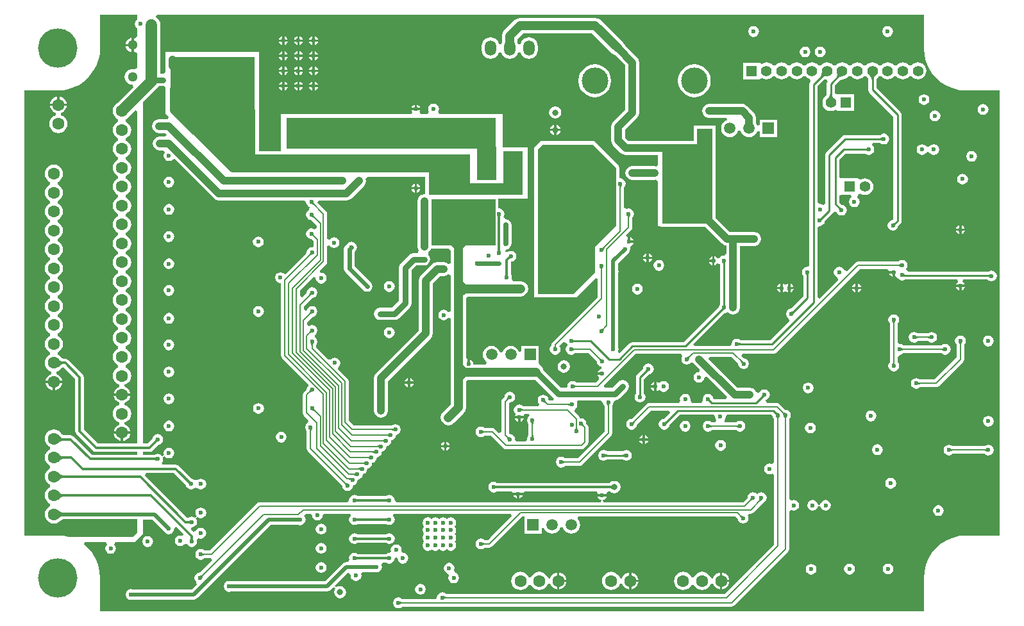
<source format=gbl>
G04*
G04 #@! TF.GenerationSoftware,Altium Limited,Altium Designer,19.0.14 (431)*
G04*
G04 Layer_Physical_Order=4*
G04 Layer_Color=16711680*
%FSAX24Y24*%
%MOIN*%
G70*
G01*
G75*
%ADD11C,0.0098*%
%ADD12C,0.0079*%
%ADD13C,0.0197*%
%ADD15C,0.0118*%
%ADD16C,0.0236*%
%ADD81C,0.0315*%
%ADD87C,0.0236*%
%ADD88C,0.2047*%
%ADD89C,0.1378*%
%ADD90C,0.0551*%
%ADD91R,0.0551X0.0551*%
%ADD92R,0.0591X0.0591*%
%ADD93C,0.0591*%
%ADD94O,0.0591X0.0787*%
%ADD95C,0.0630*%
%ADD97C,0.0512*%
%ADD98C,0.0315*%
%ADD99C,0.0276*%
%ADD100C,0.0394*%
%ADD101C,0.0591*%
%ADD102C,0.0472*%
%ADD164R,0.3317X0.2441*%
%ADD165R,0.1693X0.0906*%
%ADD166R,0.9606X0.0945*%
%ADD167R,1.0906X0.1614*%
%ADD168R,0.4331X0.2913*%
%ADD169R,0.1319X0.3150*%
%ADD170R,0.0827X0.1181*%
%ADD171R,0.2165X0.0945*%
%ADD172R,0.3937X0.0630*%
%ADD173R,0.1024X0.2283*%
%ADD174R,0.0984X0.1732*%
%ADD175R,0.2638X0.4134*%
G36*
X006102Y031014D02*
X006063Y030984D01*
X006019Y030926D01*
X005991Y030859D01*
X005982Y030787D01*
X005991Y030715D01*
X006019Y030648D01*
X006063Y030591D01*
X006102Y030561D01*
Y030118D01*
X005984Y030041D01*
X005964Y030049D01*
X005925Y030055D01*
Y029685D01*
Y029316D01*
X005964Y029321D01*
X005984Y029329D01*
X006102Y029252D01*
X006102Y028509D01*
X005984Y028430D01*
X005974Y028434D01*
X005866Y028448D01*
X005758Y028434D01*
X005658Y028393D01*
X005571Y028326D01*
X005505Y028240D01*
X005463Y028139D01*
X005449Y028031D01*
X005463Y027924D01*
X005505Y027823D01*
X005571Y027737D01*
X005658Y027670D01*
X005758Y027629D01*
X005858Y027616D01*
X005875Y027591D01*
X005911Y027501D01*
X005085Y026676D01*
X005077Y026673D01*
X004978Y026597D01*
X004902Y026498D01*
X004855Y026383D01*
X004838Y026260D01*
X004855Y026137D01*
X004902Y026022D01*
X004978Y025923D01*
X005077Y025847D01*
X005114Y025832D01*
Y025704D01*
X005077Y025688D01*
X004978Y025613D01*
X004902Y025514D01*
X004855Y025399D01*
X004838Y025276D01*
X004855Y025152D01*
X004902Y025037D01*
X004978Y024939D01*
X005077Y024863D01*
X005114Y024847D01*
Y024720D01*
X005077Y024704D01*
X004978Y024628D01*
X004902Y024530D01*
X004855Y024415D01*
X004838Y024291D01*
X004855Y024168D01*
X004902Y024053D01*
X004978Y023954D01*
X005077Y023879D01*
X005114Y023863D01*
Y023735D01*
X005077Y023720D01*
X004978Y023644D01*
X004902Y023545D01*
X004855Y023430D01*
X004838Y023307D01*
X004855Y023184D01*
X004902Y023069D01*
X004978Y022970D01*
X005077Y022894D01*
X005114Y022879D01*
Y022751D01*
X005077Y022736D01*
X004978Y022660D01*
X004902Y022561D01*
X004855Y022446D01*
X004838Y022323D01*
X004855Y022199D01*
X004902Y022085D01*
X004978Y021986D01*
X005077Y021910D01*
X005114Y021895D01*
Y021767D01*
X005077Y021751D01*
X004978Y021676D01*
X004902Y021577D01*
X004855Y021462D01*
X004838Y021339D01*
X004855Y021215D01*
X004902Y021100D01*
X004978Y021002D01*
X005077Y020926D01*
X005114Y020910D01*
Y020783D01*
X005077Y020767D01*
X004978Y020691D01*
X004902Y020593D01*
X004855Y020478D01*
X004838Y020354D01*
X004855Y020231D01*
X004902Y020116D01*
X004978Y020017D01*
X005077Y019942D01*
X005114Y019926D01*
Y019798D01*
X005077Y019783D01*
X004978Y019707D01*
X004902Y019608D01*
X004855Y019493D01*
X004838Y019370D01*
X004855Y019247D01*
X004902Y019132D01*
X004978Y019033D01*
X005077Y018957D01*
X005114Y018942D01*
Y018814D01*
X005077Y018799D01*
X004978Y018723D01*
X004902Y018624D01*
X004855Y018509D01*
X004838Y018386D01*
X004855Y018262D01*
X004902Y018148D01*
X004978Y018049D01*
X005077Y017973D01*
X005114Y017958D01*
Y017830D01*
X005077Y017814D01*
X004978Y017739D01*
X004902Y017640D01*
X004855Y017525D01*
X004838Y017402D01*
X004855Y017278D01*
X004902Y017163D01*
X004978Y017065D01*
X005077Y016989D01*
X005114Y016973D01*
Y016846D01*
X005077Y016830D01*
X004978Y016754D01*
X004902Y016656D01*
X004855Y016541D01*
X004838Y016417D01*
X004855Y016294D01*
X004902Y016179D01*
X004978Y016080D01*
X005077Y016005D01*
X005114Y015989D01*
Y015861D01*
X005077Y015846D01*
X004978Y015770D01*
X004902Y015671D01*
X004855Y015556D01*
X004838Y015433D01*
X004855Y015310D01*
X004902Y015195D01*
X004978Y015096D01*
X005077Y015020D01*
X005114Y015005D01*
Y014877D01*
X005077Y014861D01*
X004978Y014786D01*
X004902Y014687D01*
X004855Y014572D01*
X004838Y014449D01*
X004855Y014325D01*
X004902Y014211D01*
X004978Y014112D01*
X005077Y014036D01*
X005114Y014021D01*
Y013893D01*
X005077Y013877D01*
X004978Y013802D01*
X004902Y013703D01*
X004855Y013588D01*
X004838Y013465D01*
X004855Y013341D01*
X004902Y013226D01*
X004978Y013128D01*
X005077Y013052D01*
X005114Y013036D01*
Y012909D01*
X005077Y012893D01*
X004978Y012817D01*
X004902Y012719D01*
X004855Y012604D01*
X004838Y012480D01*
X004855Y012357D01*
X004902Y012242D01*
X004978Y012143D01*
X005077Y012068D01*
X005173Y012028D01*
X005175Y012021D01*
X005181Y011957D01*
X005172Y011905D01*
X005097Y011874D01*
X005006Y011805D01*
X004937Y011714D01*
X004893Y011609D01*
X004886Y011555D01*
X005315D01*
X005744D01*
X005737Y011609D01*
X005693Y011714D01*
X005624Y011805D01*
X005533Y011874D01*
X005458Y011905D01*
X005449Y011957D01*
X005455Y012021D01*
X005456Y012028D01*
X005553Y012068D01*
X005652Y012143D01*
X005728Y012242D01*
X005775Y012357D01*
X005791Y012480D01*
X005775Y012604D01*
X005728Y012719D01*
X005652Y012817D01*
X005553Y012893D01*
X005516Y012909D01*
Y013036D01*
X005553Y013052D01*
X005652Y013128D01*
X005728Y013226D01*
X005775Y013341D01*
X005791Y013465D01*
X005775Y013588D01*
X005728Y013703D01*
X005652Y013802D01*
X005553Y013877D01*
X005516Y013893D01*
Y014021D01*
X005553Y014036D01*
X005652Y014112D01*
X005728Y014211D01*
X005775Y014325D01*
X005791Y014449D01*
X005775Y014572D01*
X005728Y014687D01*
X005652Y014786D01*
X005553Y014861D01*
X005516Y014877D01*
Y015005D01*
X005553Y015020D01*
X005652Y015096D01*
X005728Y015195D01*
X005775Y015310D01*
X005791Y015433D01*
X005775Y015556D01*
X005728Y015671D01*
X005652Y015770D01*
X005553Y015846D01*
X005516Y015861D01*
Y015989D01*
X005553Y016005D01*
X005652Y016080D01*
X005728Y016179D01*
X005775Y016294D01*
X005791Y016417D01*
X005775Y016541D01*
X005728Y016656D01*
X005652Y016754D01*
X005553Y016830D01*
X005516Y016846D01*
Y016973D01*
X005553Y016989D01*
X005652Y017065D01*
X005728Y017163D01*
X005775Y017278D01*
X005791Y017402D01*
X005775Y017525D01*
X005728Y017640D01*
X005652Y017739D01*
X005553Y017814D01*
X005516Y017830D01*
Y017958D01*
X005553Y017973D01*
X005652Y018049D01*
X005728Y018148D01*
X005775Y018262D01*
X005791Y018386D01*
X005775Y018509D01*
X005728Y018624D01*
X005652Y018723D01*
X005553Y018799D01*
X005516Y018814D01*
Y018942D01*
X005553Y018957D01*
X005652Y019033D01*
X005728Y019132D01*
X005775Y019247D01*
X005791Y019370D01*
X005775Y019493D01*
X005728Y019608D01*
X005652Y019707D01*
X005553Y019783D01*
X005516Y019798D01*
Y019926D01*
X005553Y019942D01*
X005652Y020017D01*
X005728Y020116D01*
X005775Y020231D01*
X005791Y020354D01*
X005775Y020478D01*
X005728Y020593D01*
X005652Y020691D01*
X005553Y020767D01*
X005516Y020783D01*
Y020910D01*
X005553Y020926D01*
X005652Y021002D01*
X005728Y021100D01*
X005775Y021215D01*
X005791Y021339D01*
X005775Y021462D01*
X005728Y021577D01*
X005652Y021676D01*
X005553Y021751D01*
X005516Y021767D01*
Y021895D01*
X005553Y021910D01*
X005652Y021986D01*
X005728Y022085D01*
X005775Y022199D01*
X005791Y022323D01*
X005775Y022446D01*
X005728Y022561D01*
X005652Y022660D01*
X005553Y022736D01*
X005516Y022751D01*
Y022879D01*
X005553Y022894D01*
X005652Y022970D01*
X005728Y023069D01*
X005775Y023184D01*
X005791Y023307D01*
X005775Y023430D01*
X005728Y023545D01*
X005652Y023644D01*
X005553Y023720D01*
X005516Y023735D01*
Y023863D01*
X005553Y023879D01*
X005652Y023954D01*
X005728Y024053D01*
X005775Y024168D01*
X005791Y024291D01*
X005775Y024415D01*
X005728Y024530D01*
X005652Y024628D01*
X005553Y024704D01*
X005516Y024720D01*
Y024847D01*
X005553Y024863D01*
X005652Y024939D01*
X005728Y025037D01*
X005775Y025152D01*
X005791Y025276D01*
X005775Y025399D01*
X005728Y025514D01*
X005652Y025613D01*
X005553Y025688D01*
X005516Y025704D01*
Y025832D01*
X005553Y025847D01*
X005652Y025923D01*
X005728Y026022D01*
X005731Y026030D01*
X005993Y026292D01*
X006102Y026247D01*
X006102Y008968D01*
X004061D01*
X003331Y009698D01*
Y012402D01*
X003314Y012486D01*
X003266Y012558D01*
X002518Y013306D01*
X002447Y013354D01*
X002362Y013370D01*
X002265D01*
X002262Y013371D01*
X002254Y013374D01*
X002241Y013379D01*
X002226Y013387D01*
X002207Y013399D01*
X002188Y013413D01*
X002137Y013458D01*
X002113Y013481D01*
X002109Y013487D01*
X002010Y013562D01*
X001972Y013578D01*
Y013706D01*
X002010Y013721D01*
X002109Y013797D01*
X002184Y013896D01*
X002232Y014011D01*
X002248Y014134D01*
X002232Y014257D01*
X002184Y014372D01*
X002109Y014471D01*
X002010Y014547D01*
X001972Y014562D01*
Y014690D01*
X002010Y014705D01*
X002109Y014781D01*
X002184Y014880D01*
X002232Y014995D01*
X002248Y015118D01*
X002232Y015241D01*
X002184Y015356D01*
X002109Y015455D01*
X002010Y015531D01*
X001972Y015546D01*
Y015674D01*
X002010Y015690D01*
X002109Y015765D01*
X002184Y015864D01*
X002232Y015979D01*
X002248Y016102D01*
X002232Y016226D01*
X002184Y016341D01*
X002109Y016439D01*
X002010Y016515D01*
X001972Y016531D01*
Y016658D01*
X002010Y016674D01*
X002109Y016750D01*
X002184Y016848D01*
X002232Y016963D01*
X002248Y017087D01*
X002232Y017210D01*
X002184Y017325D01*
X002109Y017424D01*
X002010Y017499D01*
X001972Y017515D01*
Y017643D01*
X002010Y017658D01*
X002109Y017734D01*
X002184Y017833D01*
X002232Y017948D01*
X002248Y018071D01*
X002232Y018194D01*
X002184Y018309D01*
X002109Y018408D01*
X002010Y018484D01*
X001972Y018499D01*
Y018627D01*
X002010Y018642D01*
X002109Y018718D01*
X002184Y018817D01*
X002232Y018932D01*
X002248Y019055D01*
X002232Y019178D01*
X002184Y019293D01*
X002109Y019392D01*
X002010Y019468D01*
X001972Y019483D01*
Y019611D01*
X002010Y019627D01*
X002109Y019702D01*
X002184Y019801D01*
X002232Y019916D01*
X002248Y020039D01*
X002232Y020163D01*
X002184Y020278D01*
X002109Y020376D01*
X002010Y020452D01*
X001972Y020468D01*
Y020595D01*
X002010Y020611D01*
X002109Y020687D01*
X002184Y020785D01*
X002232Y020900D01*
X002248Y021024D01*
X002232Y021147D01*
X002184Y021262D01*
X002109Y021361D01*
X002010Y021436D01*
X001972Y021452D01*
Y021580D01*
X002010Y021595D01*
X002109Y021671D01*
X002184Y021770D01*
X002232Y021885D01*
X002248Y022008D01*
X002232Y022131D01*
X002184Y022246D01*
X002109Y022345D01*
X002010Y022421D01*
X001972Y022436D01*
Y022564D01*
X002010Y022579D01*
X002109Y022655D01*
X002184Y022754D01*
X002232Y022869D01*
X002248Y022992D01*
X002232Y023115D01*
X002184Y023230D01*
X002109Y023329D01*
X002010Y023405D01*
X001895Y023452D01*
X001772Y023469D01*
X001648Y023452D01*
X001533Y023405D01*
X001435Y023329D01*
X001359Y023230D01*
X001311Y023115D01*
X001295Y022992D01*
X001311Y022869D01*
X001359Y022754D01*
X001435Y022655D01*
X001533Y022579D01*
X001571Y022564D01*
Y022436D01*
X001533Y022421D01*
X001435Y022345D01*
X001359Y022246D01*
X001311Y022131D01*
X001295Y022008D01*
X001311Y021885D01*
X001359Y021770D01*
X001435Y021671D01*
X001533Y021595D01*
X001571Y021580D01*
Y021452D01*
X001533Y021436D01*
X001435Y021361D01*
X001359Y021262D01*
X001311Y021147D01*
X001295Y021024D01*
X001311Y020900D01*
X001359Y020785D01*
X001435Y020687D01*
X001533Y020611D01*
X001571Y020595D01*
Y020468D01*
X001533Y020452D01*
X001435Y020376D01*
X001359Y020278D01*
X001311Y020163D01*
X001295Y020039D01*
X001311Y019916D01*
X001359Y019801D01*
X001435Y019702D01*
X001533Y019627D01*
X001571Y019611D01*
Y019483D01*
X001533Y019468D01*
X001435Y019392D01*
X001359Y019293D01*
X001311Y019178D01*
X001295Y019055D01*
X001311Y018932D01*
X001359Y018817D01*
X001435Y018718D01*
X001533Y018642D01*
X001571Y018627D01*
Y018499D01*
X001533Y018484D01*
X001435Y018408D01*
X001359Y018309D01*
X001311Y018194D01*
X001295Y018071D01*
X001311Y017948D01*
X001359Y017833D01*
X001435Y017734D01*
X001533Y017658D01*
X001571Y017643D01*
Y017515D01*
X001533Y017499D01*
X001435Y017424D01*
X001359Y017325D01*
X001311Y017210D01*
X001295Y017087D01*
X001311Y016963D01*
X001359Y016848D01*
X001435Y016750D01*
X001533Y016674D01*
X001571Y016658D01*
Y016531D01*
X001533Y016515D01*
X001435Y016439D01*
X001359Y016341D01*
X001311Y016226D01*
X001295Y016102D01*
X001311Y015979D01*
X001359Y015864D01*
X001435Y015765D01*
X001533Y015690D01*
X001571Y015674D01*
Y015546D01*
X001533Y015531D01*
X001435Y015455D01*
X001359Y015356D01*
X001311Y015241D01*
X001295Y015118D01*
X001311Y014995D01*
X001359Y014880D01*
X001435Y014781D01*
X001533Y014705D01*
X001571Y014690D01*
Y014562D01*
X001533Y014547D01*
X001435Y014471D01*
X001359Y014372D01*
X001311Y014257D01*
X001295Y014134D01*
X001311Y014011D01*
X001359Y013896D01*
X001435Y013797D01*
X001533Y013721D01*
X001571Y013706D01*
Y013578D01*
X001533Y013562D01*
X001435Y013487D01*
X001359Y013388D01*
X001311Y013273D01*
X001295Y013150D01*
X001311Y013026D01*
X001359Y012911D01*
X001435Y012813D01*
X001533Y012737D01*
X001630Y012697D01*
X001632Y012691D01*
X001637Y012627D01*
X001628Y012575D01*
X001553Y012544D01*
X001463Y012474D01*
X001393Y012384D01*
X001350Y012278D01*
X001343Y012224D01*
X001772D01*
X002201D01*
X002194Y012278D01*
X002150Y012384D01*
X002081Y012474D01*
X001990Y012544D01*
X001915Y012575D01*
X001906Y012627D01*
X001912Y012691D01*
X001913Y012697D01*
X002010Y012737D01*
X002109Y012813D01*
X002113Y012818D01*
X002164Y012867D01*
X002186Y012885D01*
X002207Y012900D01*
X002226Y012912D01*
X002241Y012920D01*
X002254Y012926D01*
X002262Y012928D01*
X002265Y012929D01*
X002271D01*
X002889Y012310D01*
Y009606D01*
X002906Y009522D01*
X002954Y009450D01*
X003813Y008591D01*
X003885Y008543D01*
X003969Y008526D01*
X006102D01*
Y008370D01*
X003753D01*
X002794Y009329D01*
X002722Y009377D01*
X002638Y009394D01*
X002270D01*
X002268Y009394D01*
X002262Y009397D01*
X002252Y009401D01*
X002240Y009408D01*
X002226Y009419D01*
X002211Y009432D01*
X002170Y009476D01*
X002148Y009503D01*
X002137Y009513D01*
X002109Y009550D01*
X002010Y009625D01*
X001895Y009673D01*
X001772Y009689D01*
X001648Y009673D01*
X001533Y009625D01*
X001435Y009550D01*
X001359Y009451D01*
X001311Y009336D01*
X001295Y009213D01*
X001311Y009089D01*
X001359Y008974D01*
X001435Y008876D01*
X001533Y008800D01*
X001571Y008784D01*
Y008657D01*
X001533Y008641D01*
X001435Y008565D01*
X001359Y008467D01*
X001311Y008352D01*
X001295Y008228D01*
X001311Y008105D01*
X001359Y007990D01*
X001435Y007891D01*
X001533Y007816D01*
X001571Y007800D01*
Y007672D01*
X001533Y007657D01*
X001435Y007581D01*
X001359Y007482D01*
X001311Y007367D01*
X001295Y007244D01*
X001311Y007121D01*
X001359Y007006D01*
X001435Y006907D01*
X001533Y006831D01*
X001571Y006816D01*
Y006688D01*
X001533Y006673D01*
X001435Y006597D01*
X001359Y006498D01*
X001311Y006383D01*
X001295Y006260D01*
X001311Y006137D01*
X001359Y006022D01*
X001435Y005923D01*
X001533Y005847D01*
X001571Y005832D01*
Y005704D01*
X001533Y005688D01*
X001435Y005613D01*
X001359Y005514D01*
X001311Y005399D01*
X001295Y005276D01*
X001311Y005152D01*
X001359Y005037D01*
X001435Y004939D01*
X001533Y004863D01*
X001648Y004815D01*
X001772Y004799D01*
X001895Y004815D01*
X002010Y004863D01*
X002109Y004939D01*
X002113Y004944D01*
X002128Y004959D01*
X002144Y004973D01*
X002160Y004984D01*
X002175Y004993D01*
X002190Y005001D01*
X002204Y005007D01*
X002217Y005011D01*
X002231Y005014D01*
X002245Y005016D01*
X002267Y005017D01*
X002270Y005017D01*
X006102D01*
Y004331D01*
X005866Y004094D01*
X002564D01*
X002540Y004103D01*
X002257Y004159D01*
X001969Y004178D01*
Y004178D01*
X000241D01*
Y027318D01*
X001969D01*
Y027318D01*
X002257Y027337D01*
X002540Y027393D01*
X002814Y027486D01*
X003073Y027614D01*
X003314Y027775D01*
X003531Y027965D01*
X003721Y028183D01*
X003882Y028423D01*
X004010Y028682D01*
X004103Y028956D01*
X004159Y029239D01*
X004178Y029528D01*
X004178D01*
Y031255D01*
X006102D01*
Y031014D01*
D02*
G37*
G36*
X025716Y029791D02*
X025229D01*
X025230Y029795D01*
X025232Y029806D01*
X025234Y029851D01*
X025236Y030166D01*
X025709D01*
X025716Y029791D01*
D02*
G37*
G36*
X041966Y028071D02*
X041927Y028071D01*
X041857Y028066D01*
X041826Y028061D01*
X041797Y028055D01*
X041772Y028047D01*
X041748Y028038D01*
X041728Y028028D01*
X041710Y028016D01*
X041695Y028003D01*
X041625Y028073D01*
X041638Y028088D01*
X041650Y028106D01*
X041661Y028126D01*
X041669Y028150D01*
X041677Y028175D01*
X041683Y028204D01*
X041688Y028235D01*
X041691Y028268D01*
X041693Y028344D01*
X041966Y028071D01*
D02*
G37*
G36*
X042809Y028076D02*
X042767Y028067D01*
X042631Y028029D01*
X042605Y028019D01*
X042582Y028009D01*
X042563Y027998D01*
X042546Y027987D01*
X042533Y027975D01*
X042449Y028030D01*
X042463Y028047D01*
X042475Y028065D01*
X042484Y028086D01*
X042492Y028108D01*
X042497Y028133D01*
X042499Y028160D01*
X042500Y028189D01*
X042498Y028220D01*
X042493Y028253D01*
X042487Y028288D01*
X042809Y028076D01*
D02*
G37*
G36*
X044496Y028122D02*
X044450Y028069D01*
X044432Y028044D01*
X044416Y028019D01*
X044403Y027996D01*
X044393Y027973D01*
X044386Y027951D01*
X044381Y027930D01*
X044380Y027910D01*
X044282Y027910D01*
X044280Y027930D01*
X044276Y027951D01*
X044269Y027973D01*
X044258Y027996D01*
X044246Y028019D01*
X044230Y028044D01*
X044211Y028069D01*
X044190Y028095D01*
X044138Y028150D01*
X044524Y028150D01*
X044496Y028122D01*
D02*
G37*
G36*
X047003Y029528D02*
X047001D01*
X047028Y029182D01*
X047109Y028844D01*
X047242Y028524D01*
X047423Y028228D01*
X047649Y027964D01*
X047913Y027738D01*
X048209Y027557D01*
X048529Y027424D01*
X048867Y027343D01*
X049213Y027316D01*
Y027318D01*
X050940D01*
Y004178D01*
X049213D01*
Y004180D01*
X048867Y004153D01*
X048529Y004072D01*
X048209Y003939D01*
X047913Y003758D01*
X047649Y003532D01*
X047423Y003268D01*
X047242Y002973D01*
X047109Y002652D01*
X047028Y002314D01*
X047001Y001969D01*
X047003D01*
Y000241D01*
X004178D01*
Y001969D01*
X004180D01*
X004153Y002314D01*
X004072Y002652D01*
X003939Y002973D01*
X003758Y003268D01*
X003532Y003532D01*
X003335Y003701D01*
X003379Y003819D01*
X004487D01*
X004526Y003703D01*
X004465Y003611D01*
X004443Y003504D01*
X004465Y003396D01*
X004526Y003305D01*
X004617Y003244D01*
X004724Y003223D01*
X004832Y003244D01*
X004923Y003305D01*
X004984Y003396D01*
X005005Y003504D01*
X004984Y003611D01*
X004923Y003703D01*
X004962Y003819D01*
X005925D01*
X005967Y003836D01*
X006400Y004269D01*
X006417Y004312D01*
Y005015D01*
X006900D01*
X007500Y004414D01*
X007557Y004329D01*
X007648Y004268D01*
X007756Y004247D01*
X007863Y004268D01*
X007955Y004329D01*
X008016Y004420D01*
X008037Y004528D01*
X008030Y004561D01*
X008139Y004620D01*
X008499Y004260D01*
X008491Y004241D01*
X008429Y004162D01*
X008346Y004179D01*
X008239Y004157D01*
X008148Y004096D01*
X008087Y004005D01*
X008065Y003898D01*
X008087Y003790D01*
X008148Y003699D01*
X008239Y003638D01*
X008346Y003617D01*
X008454Y003638D01*
X008545Y003699D01*
X008563Y003726D01*
X008592Y003732D01*
X008700Y003718D01*
X008738Y003660D01*
X008829Y003599D01*
X008937Y003577D01*
X009045Y003599D01*
X009136Y003660D01*
X009197Y003751D01*
X009218Y003858D01*
X009198Y003959D01*
X009213Y003979D01*
X009289Y004041D01*
X009302Y004032D01*
X009409Y004010D01*
X009517Y004032D01*
X009608Y004093D01*
X009669Y004184D01*
X009690Y004291D01*
X009669Y004399D01*
X009608Y004490D01*
X009517Y004551D01*
X009409Y004572D01*
X009302Y004551D01*
X009211Y004490D01*
X009150Y004399D01*
X009022Y004361D01*
X008894Y004489D01*
X008923Y004565D01*
X008947Y004603D01*
X009045Y004622D01*
X009136Y004683D01*
X009197Y004774D01*
X009218Y004882D01*
X009197Y004989D01*
X009156Y005050D01*
X009241Y005135D01*
X009302Y005095D01*
X009409Y005073D01*
X009517Y005095D01*
X009608Y005156D01*
X009669Y005247D01*
X009690Y005354D01*
X009669Y005462D01*
X009608Y005553D01*
X009517Y005614D01*
X009409Y005635D01*
X009302Y005614D01*
X009211Y005553D01*
X009150Y005462D01*
X009128Y005354D01*
X009150Y005247D01*
X009190Y005186D01*
X009105Y005101D01*
X009045Y005141D01*
X008937Y005163D01*
X008829Y005141D01*
X008771Y005103D01*
X008713D01*
X006517Y007299D01*
X006566Y007417D01*
X008019D01*
X008624Y006811D01*
X008638Y006743D01*
X008699Y006652D01*
X008790Y006591D01*
X008898Y006569D01*
X009005Y006591D01*
X009077Y006639D01*
X009154Y006651D01*
X009230Y006639D01*
X009302Y006591D01*
X009409Y006569D01*
X009517Y006591D01*
X009608Y006652D01*
X009669Y006743D01*
X009690Y006850D01*
X009669Y006958D01*
X009608Y007049D01*
X009517Y007110D01*
X009409Y007131D01*
X009302Y007110D01*
X009230Y007062D01*
X009154Y007050D01*
X009077Y007062D01*
X009005Y007110D01*
X008937Y007124D01*
X008266Y007794D01*
X008195Y007842D01*
X008110Y007859D01*
X007434D01*
X007413Y007886D01*
X007381Y007977D01*
X007425Y008042D01*
X007446Y008150D01*
X007425Y008257D01*
X007525Y008314D01*
X007557Y008266D01*
X007648Y008205D01*
X007756Y008184D01*
X007863Y008205D01*
X007955Y008266D01*
X008016Y008357D01*
X008037Y008465D01*
X008016Y008572D01*
X007955Y008663D01*
X007863Y008724D01*
X007756Y008746D01*
X007648Y008724D01*
X007557Y008663D01*
X007496Y008572D01*
X007475Y008465D01*
X007496Y008357D01*
X007396Y008300D01*
X007364Y008348D01*
X007273Y008409D01*
X007165Y008431D01*
X007058Y008409D01*
X007000Y008370D01*
X006417D01*
Y008526D01*
X006739D01*
X006824Y008543D01*
X006895Y008591D01*
X007204Y008900D01*
X007273Y008914D01*
X007364Y008975D01*
X007425Y009066D01*
X007446Y009173D01*
X007425Y009281D01*
X007364Y009372D01*
X007273Y009433D01*
X007165Y009454D01*
X007058Y009433D01*
X006967Y009372D01*
X006906Y009281D01*
X006892Y009212D01*
X006648Y008968D01*
X006417D01*
Y026716D01*
X007173Y027472D01*
X007235Y027553D01*
X007441D01*
X007468Y027558D01*
X007559Y027483D01*
Y026142D01*
X007749Y025952D01*
X007700Y025834D01*
X007244D01*
X007106Y025806D01*
X006989Y025728D01*
X006910Y025611D01*
X006883Y025472D01*
X006910Y025334D01*
X006989Y025217D01*
X007106Y025139D01*
X007244Y025111D01*
X007582D01*
X007638Y025040D01*
X007589Y024928D01*
X007283D01*
X007145Y024901D01*
X007028Y024822D01*
X006950Y024705D01*
X006922Y024567D01*
X006950Y024429D01*
X007028Y024311D01*
X007145Y024233D01*
X007283Y024206D01*
X007466D01*
X007525Y024088D01*
X007496Y024045D01*
X007475Y023937D01*
X007496Y023829D01*
X007557Y023738D01*
X007648Y023677D01*
X007756Y023656D01*
X007863Y023677D01*
X007955Y023738D01*
X008063Y023749D01*
X010099Y021713D01*
X010216Y021635D01*
X010354Y021607D01*
X014818D01*
X014876Y021535D01*
X014898Y021428D01*
X014959Y021337D01*
X015050Y021276D01*
X015060Y021274D01*
X015069Y021250D01*
X015050Y021126D01*
X014959Y021065D01*
X014898Y020974D01*
X014876Y020866D01*
X014898Y020759D01*
X014959Y020667D01*
X015050Y020607D01*
X015154Y020586D01*
X015429Y020311D01*
Y020168D01*
X015311Y020111D01*
X015265Y020141D01*
X015157Y020163D01*
X015050Y020141D01*
X014959Y020081D01*
X014898Y019989D01*
X014876Y019882D01*
X014898Y019774D01*
X014959Y019683D01*
X015050Y019622D01*
X015154Y019602D01*
X015272Y019484D01*
Y019240D01*
X015197Y019179D01*
X015089Y019157D01*
X014998Y019096D01*
X014937Y019005D01*
X014917Y018901D01*
X014863Y018847D01*
X014863Y018847D01*
X013798Y017782D01*
X013752Y017787D01*
X013661Y017848D01*
X013553Y017869D01*
X013446Y017848D01*
X013355Y017787D01*
X013294Y017696D01*
X013272Y017588D01*
X013294Y017481D01*
X013355Y017390D01*
X013446Y017329D01*
X013553Y017307D01*
X013579Y017286D01*
Y013543D01*
X013594Y013467D01*
X013638Y013401D01*
X015004Y012035D01*
X014998Y011970D01*
X014937Y011879D01*
X014917Y011775D01*
X014779Y011638D01*
X014736Y011573D01*
X014721Y011496D01*
Y010551D01*
X014736Y010474D01*
X014779Y010409D01*
X015015Y010174D01*
X014981Y010040D01*
X014923Y010002D01*
X014862Y009911D01*
X014841Y009803D01*
X014862Y009696D01*
X014921Y009607D01*
Y008697D01*
X014937Y008620D01*
X014980Y008555D01*
X016767Y006768D01*
X016788Y006664D01*
X016849Y006573D01*
X016940Y006512D01*
X017047Y006491D01*
X017155Y006512D01*
X017246Y006573D01*
X017307Y006664D01*
X017328Y006772D01*
X017325Y006788D01*
X017403Y006803D01*
X017494Y006864D01*
X017555Y006955D01*
X017576Y007063D01*
X017573Y007079D01*
X017651Y007095D01*
X017742Y007156D01*
X017803Y007247D01*
X017824Y007354D01*
X017821Y007371D01*
X017899Y007386D01*
X017990Y007447D01*
X018051Y007538D01*
X018072Y007646D01*
X018069Y007662D01*
X018147Y007677D01*
X018238Y007738D01*
X018299Y007829D01*
X018320Y007937D01*
X018317Y007953D01*
X018395Y007969D01*
X018486Y008030D01*
X018547Y008121D01*
X018568Y008228D01*
X018565Y008245D01*
X018643Y008260D01*
X018734Y008321D01*
X018795Y008412D01*
X018816Y008520D01*
X018813Y008536D01*
X018891Y008551D01*
X018982Y008612D01*
X019043Y008703D01*
X019064Y008811D01*
X019061Y008827D01*
X019139Y008843D01*
X019230Y008904D01*
X019291Y008995D01*
X019312Y009102D01*
X019309Y009119D01*
X019387Y009134D01*
X019478Y009195D01*
X019539Y009286D01*
X019561Y009394D01*
X019557Y009410D01*
X019635Y009425D01*
X019726Y009486D01*
X019787Y009578D01*
X019809Y009685D01*
X019787Y009793D01*
X019726Y009884D01*
X019635Y009945D01*
X019528Y009966D01*
X019420Y009945D01*
X019332Y009886D01*
X017367D01*
X017090Y010162D01*
Y012205D01*
X017075Y012282D01*
X017032Y012347D01*
X016553Y012825D01*
X016565Y012943D01*
X016577Y012951D01*
X016638Y013042D01*
X016659Y013150D01*
X016638Y013257D01*
X016577Y013348D01*
X016485Y013409D01*
X016378Y013431D01*
X016270Y013409D01*
X016179Y013348D01*
X016171Y013336D01*
X016054Y013325D01*
X015398Y013981D01*
Y014056D01*
X015456Y014144D01*
X015478Y014252D01*
X015456Y014360D01*
X015396Y014451D01*
X015350Y014481D01*
Y014614D01*
X015396Y014644D01*
X015456Y014735D01*
X015478Y014843D01*
X015456Y014950D01*
X015396Y015041D01*
X015304Y015102D01*
X015197Y015124D01*
X015089Y015102D01*
X015043Y015071D01*
X014925Y015128D01*
Y015271D01*
X015200Y015546D01*
X015304Y015567D01*
X015396Y015628D01*
X015456Y015719D01*
X015478Y015827D01*
X015456Y015934D01*
X015396Y016025D01*
X015304Y016086D01*
X015197Y016108D01*
X015089Y016086D01*
X014998Y016025D01*
X014937Y015934D01*
X014929Y015893D01*
X014886Y015867D01*
X014768Y015933D01*
Y016098D01*
X015200Y016531D01*
X015304Y016551D01*
X015396Y016612D01*
X015456Y016703D01*
X015478Y016811D01*
X015456Y016919D01*
X015396Y017010D01*
X015304Y017071D01*
X015197Y017092D01*
X015089Y017071D01*
X014998Y017010D01*
X014937Y016919D01*
X014917Y016815D01*
X014680Y016578D01*
X014571Y016623D01*
Y016925D01*
X015283Y017637D01*
X015392Y017579D01*
X015388Y017559D01*
X015410Y017452D01*
X015471Y017360D01*
X015562Y017299D01*
X015669Y017278D01*
X015777Y017299D01*
X015868Y017360D01*
X015929Y017452D01*
X015950Y017559D01*
X015929Y017667D01*
X015868Y017758D01*
X015777Y017819D01*
X015669Y017840D01*
X015649Y017836D01*
X015591Y017945D01*
X015929Y018283D01*
X015973Y018348D01*
X015988Y018425D01*
Y019224D01*
X016106Y019260D01*
X016139Y019211D01*
X016230Y019150D01*
X016338Y019128D01*
X016445Y019150D01*
X016536Y019211D01*
X016597Y019302D01*
X016619Y019409D01*
X016597Y019517D01*
X016536Y019608D01*
X016445Y019669D01*
X016338Y019690D01*
X016230Y019669D01*
X016139Y019608D01*
X016106Y019559D01*
X015988Y019595D01*
Y020906D01*
X015973Y020982D01*
X015929Y021047D01*
X015488Y021489D01*
X015537Y021607D01*
X016969D01*
X017107Y021635D01*
X017224Y021713D01*
X017893Y022382D01*
X017972Y022500D01*
X017999Y022638D01*
X017983Y022717D01*
X018064Y022835D01*
X021063D01*
Y021968D01*
X021024Y021936D01*
X020885Y021909D01*
X020768Y021830D01*
X020690Y021713D01*
X020662Y021575D01*
Y019213D01*
X020690Y019074D01*
X020751Y018983D01*
X020720Y018893D01*
X020699Y018864D01*
X020472D01*
X020350Y018840D01*
X020245Y018770D01*
X019812Y018337D01*
X019743Y018233D01*
X019718Y018110D01*
Y016393D01*
X019355Y016030D01*
X018740D01*
X018617Y016005D01*
X018513Y015936D01*
X018443Y015832D01*
X018419Y015709D01*
X018443Y015586D01*
X018513Y015482D01*
X018617Y015412D01*
X018740Y015388D01*
X019488D01*
X019611Y015412D01*
X019715Y015482D01*
X020266Y016033D01*
X020336Y016137D01*
X020361Y016260D01*
Y017977D01*
X020605Y018222D01*
X021024D01*
X021147Y018247D01*
X021251Y018316D01*
X021320Y018420D01*
X021345Y018543D01*
X021320Y018666D01*
X021251Y018770D01*
X021231Y018783D01*
Y018925D01*
X021279Y018957D01*
X021357Y019074D01*
X021361Y019094D01*
X021392D01*
X021407Y019091D01*
X022294D01*
X022394Y018992D01*
X022394Y018357D01*
X022369Y018338D01*
X022276Y018305D01*
X022185Y018365D01*
X022047Y018393D01*
X021693D01*
X021555Y018365D01*
X021437Y018287D01*
X020847Y017696D01*
X020769Y017579D01*
X020741Y017441D01*
Y014835D01*
X018524Y012618D01*
X018446Y012500D01*
X018418Y012362D01*
Y010669D01*
X018446Y010531D01*
X018524Y010414D01*
X018641Y010336D01*
X018780Y010308D01*
X018918Y010336D01*
X019035Y010414D01*
X019113Y010531D01*
X019141Y010669D01*
Y012213D01*
X021358Y014430D01*
X021436Y014547D01*
X021464Y014685D01*
Y017291D01*
X021843Y017670D01*
X022047D01*
X022185Y017698D01*
X022276Y017758D01*
X022369Y017725D01*
X022394Y017706D01*
Y017480D01*
Y017008D01*
Y016732D01*
Y015837D01*
X022276Y015802D01*
X022246Y015846D01*
X022155Y015907D01*
X022047Y015928D01*
X021940Y015907D01*
X021849Y015846D01*
X021788Y015755D01*
X021766Y015647D01*
X021788Y015540D01*
X021849Y015449D01*
X021940Y015388D01*
X022047Y015366D01*
X022155Y015388D01*
X022246Y015449D01*
X022276Y015493D01*
X022394Y015458D01*
Y015395D01*
Y014005D01*
X022394Y014005D01*
Y012953D01*
Y012402D01*
Y010993D01*
X022000Y010599D01*
X021913Y010469D01*
X021882Y010315D01*
X021913Y010161D01*
X022000Y010031D01*
X022130Y009944D01*
X022283Y009914D01*
X022437Y009944D01*
X022567Y010031D01*
X023079Y010543D01*
X023166Y010673D01*
X023197Y010827D01*
Y012196D01*
X023277Y012276D01*
X026798D01*
X027765Y011308D01*
X027773Y011303D01*
X027737Y011185D01*
X027524D01*
X027485Y011224D01*
X027464Y011328D01*
X027403Y011419D01*
X027312Y011480D01*
X027205Y011501D01*
X027097Y011480D01*
X027006Y011419D01*
X026945Y011328D01*
X026924Y011220D01*
X026945Y011113D01*
X027002Y011027D01*
X026996Y010995D01*
X026962Y010909D01*
X026160D01*
X026072Y010968D01*
X025965Y010990D01*
X025857Y010968D01*
X025766Y010907D01*
X025705Y010816D01*
X025684Y010709D01*
X025705Y010601D01*
X025766Y010510D01*
X025773Y010473D01*
X025742Y010427D01*
X025735Y010394D01*
X026197D01*
X026251Y010486D01*
X026275Y010508D01*
X026469D01*
X026505Y010390D01*
X026455Y010356D01*
X026394Y010265D01*
X026373Y010157D01*
X026394Y010050D01*
X026453Y009962D01*
Y009408D01*
X026394Y009320D01*
X026373Y009213D01*
X026380Y009177D01*
X026293Y009059D01*
X025851D01*
X025753Y009173D01*
X025732Y009281D01*
X025671Y009372D01*
X025580Y009433D01*
X025476Y009454D01*
X025437Y009493D01*
Y011059D01*
X025476Y011098D01*
X025580Y011118D01*
X025671Y011179D01*
X025732Y011270D01*
X025753Y011378D01*
X025732Y011485D01*
X025671Y011577D01*
X025580Y011638D01*
X025472Y011659D01*
X025365Y011638D01*
X025274Y011577D01*
X025213Y011485D01*
X025192Y011382D01*
X025094Y011284D01*
X025051Y011219D01*
X025036Y011142D01*
Y009549D01*
X024917Y009500D01*
X024709Y009709D01*
X024644Y009752D01*
X024567Y009768D01*
X024172D01*
X024084Y009827D01*
X023976Y009848D01*
X023869Y009827D01*
X023778Y009766D01*
X023717Y009674D01*
X023695Y009567D01*
X023717Y009459D01*
X023778Y009368D01*
X023869Y009307D01*
X023976Y009286D01*
X024084Y009307D01*
X024172Y009366D01*
X024484D01*
X025134Y008716D01*
X025199Y008673D01*
X025276Y008658D01*
X029213D01*
X029289Y008673D01*
X029355Y008716D01*
X029512Y008874D01*
X029556Y008939D01*
X029571Y009016D01*
Y009803D01*
X029556Y009880D01*
X029512Y009945D01*
X029454Y010004D01*
X029433Y010108D01*
X029372Y010199D01*
X029281Y010260D01*
X029173Y010281D01*
X029130Y010272D01*
X029122Y010313D01*
X029079Y010378D01*
X028838Y010619D01*
X028863Y010761D01*
X028899Y010786D01*
X028960Y010877D01*
X028982Y010984D01*
X028960Y011092D01*
X028957Y011096D01*
X029021Y011214D01*
X030211D01*
X030310Y011102D01*
X030331Y010995D01*
X030390Y010907D01*
Y009571D01*
X029011Y008193D01*
X028345D01*
X028257Y008252D01*
X028150Y008273D01*
X028042Y008252D01*
X027951Y008191D01*
X027890Y008100D01*
X027869Y007992D01*
X027890Y007885D01*
X027951Y007793D01*
X028042Y007733D01*
X028150Y007711D01*
X028257Y007733D01*
X028345Y007791D01*
X029094D01*
X029171Y007807D01*
X029236Y007850D01*
X030732Y009346D01*
X030776Y009411D01*
X030791Y009488D01*
Y010907D01*
X030850Y010995D01*
X030872Y011102D01*
X030945Y011214D01*
X031068Y011239D01*
X031172Y011308D01*
X031566Y011702D01*
X031635Y011806D01*
X031660Y011929D01*
X031635Y012052D01*
X031566Y012156D01*
X031461Y012226D01*
X031339Y012250D01*
X031216Y012226D01*
X031112Y012156D01*
X030812Y011857D01*
X030405D01*
X030360Y011966D01*
X032012Y013618D01*
X034389D01*
X034446Y013500D01*
X034415Y013454D01*
X034394Y013346D01*
X034415Y013239D01*
X034476Y013148D01*
X034568Y013087D01*
X034675Y013065D01*
X034783Y013087D01*
X034874Y013148D01*
X034880Y013157D01*
X035019Y013152D01*
X035059Y013091D01*
X035356Y012795D01*
X035329Y012723D01*
X035303Y012680D01*
X035207Y012661D01*
X035116Y012600D01*
X035055Y012509D01*
X035034Y012402D01*
X035055Y012294D01*
X035116Y012203D01*
X035207Y012142D01*
X035315Y012121D01*
X035422Y012142D01*
X035514Y012203D01*
X035575Y012294D01*
X035594Y012390D01*
X035636Y012416D01*
X035708Y012442D01*
X036768Y011383D01*
X036722Y011274D01*
X036072D01*
X036064Y011281D01*
X036047Y011367D01*
X035986Y011459D01*
X035895Y011519D01*
X035787Y011541D01*
X035680Y011519D01*
X035589Y011459D01*
X035528Y011367D01*
X035506Y011260D01*
X035521Y011185D01*
X035454Y011067D01*
X034926D01*
X034859Y011185D01*
X034874Y011260D01*
X034852Y011367D01*
X034791Y011459D01*
X034700Y011519D01*
X034593Y011541D01*
X034485Y011519D01*
X034394Y011459D01*
X034333Y011367D01*
X034312Y011260D01*
X034326Y011185D01*
X034259Y011067D01*
X032717D01*
X032640Y011052D01*
X032575Y011008D01*
X031807Y010241D01*
X031703Y010220D01*
X031612Y010159D01*
X031551Y010068D01*
X031530Y009961D01*
X031551Y009853D01*
X031612Y009762D01*
X031703Y009701D01*
X031811Y009680D01*
X031919Y009701D01*
X032010Y009762D01*
X032071Y009853D01*
X032091Y009957D01*
X032800Y010665D01*
X033756D01*
X033802Y010556D01*
X033483Y010237D01*
X033396Y010220D01*
X033305Y010159D01*
X033244Y010068D01*
X033223Y009961D01*
X033244Y009853D01*
X033305Y009762D01*
X033396Y009701D01*
X033504Y009680D01*
X033611Y009701D01*
X033703Y009762D01*
X033764Y009853D01*
X033781Y009939D01*
X034300Y010459D01*
X036064D01*
X036139Y010367D01*
X036136Y010354D01*
X036158Y010247D01*
X036206Y010175D01*
X036184Y010103D01*
X036154Y010057D01*
X035983D01*
X035895Y010116D01*
X035787Y010137D01*
X035680Y010116D01*
X035589Y010055D01*
X035528Y009964D01*
X035506Y009856D01*
X035528Y009749D01*
X035589Y009658D01*
X035680Y009597D01*
X035787Y009575D01*
X035895Y009597D01*
X035983Y009656D01*
X037245D01*
X037333Y009597D01*
X037441Y009575D01*
X037548Y009597D01*
X037640Y009658D01*
X037701Y009749D01*
X037722Y009856D01*
X037701Y009964D01*
X037640Y010055D01*
X037548Y010116D01*
X037441Y010137D01*
X037333Y010116D01*
X037245Y010057D01*
X036681D01*
X036651Y010103D01*
X036629Y010175D01*
X036677Y010247D01*
X036698Y010354D01*
X036696Y010367D01*
X036771Y010459D01*
X039086D01*
X039133Y010412D01*
X039150Y010326D01*
X039209Y010237D01*
Y007956D01*
X039091Y007893D01*
X039084Y007897D01*
X038976Y007919D01*
X038869Y007897D01*
X038778Y007836D01*
X038717Y007745D01*
X038695Y007638D01*
X038717Y007530D01*
X038778Y007439D01*
X038869Y007378D01*
X038976Y007357D01*
X039084Y007378D01*
X039091Y007383D01*
X039209Y007320D01*
Y003705D01*
X036649Y001146D01*
X022164D01*
X022076Y001204D01*
X021969Y001226D01*
X021861Y001204D01*
X021770Y001144D01*
X021709Y001052D01*
X021688Y000945D01*
X021626Y000870D01*
X019881D01*
X019793Y000929D01*
X019685Y000950D01*
X019578Y000929D01*
X019486Y000868D01*
X019425Y000777D01*
X019404Y000669D01*
X019425Y000562D01*
X019486Y000471D01*
X019578Y000410D01*
X019685Y000388D01*
X019793Y000410D01*
X019881Y000469D01*
X037008D01*
X037085Y000484D01*
X037150Y000527D01*
X039945Y003323D01*
X039989Y003388D01*
X040004Y003465D01*
Y005430D01*
X040122Y005493D01*
X040129Y005488D01*
X040236Y005467D01*
X040344Y005488D01*
X040435Y005549D01*
X040496Y005641D01*
X040517Y005748D01*
X040496Y005856D01*
X040435Y005947D01*
X040344Y006008D01*
X040236Y006029D01*
X040129Y006008D01*
X040122Y006003D01*
X040004Y006066D01*
Y010237D01*
X040063Y010326D01*
X040084Y010433D01*
X040063Y010541D01*
X040002Y010632D01*
X039911Y010693D01*
X039807Y010713D01*
X039512Y011008D01*
X039447Y011052D01*
X039370Y011067D01*
X038827D01*
X038760Y011185D01*
X038788Y011231D01*
X038818Y011236D01*
X038909Y011297D01*
X038970Y011389D01*
X038992Y011496D01*
X038970Y011604D01*
X038909Y011695D01*
X038818Y011756D01*
X038711Y011777D01*
X038603Y011756D01*
X038512Y011695D01*
X038451Y011604D01*
X038416Y011589D01*
X038287Y011634D01*
X038208Y011752D01*
X038091Y011830D01*
X037953Y011857D01*
X037315D01*
X035821Y013352D01*
X035866Y013461D01*
X037003D01*
X037348Y013116D01*
X037347Y013110D01*
X037368Y013003D01*
X037429Y012912D01*
X037520Y012851D01*
X037628Y012829D01*
X037735Y012851D01*
X037827Y012912D01*
X037888Y013003D01*
X037909Y013110D01*
X037888Y013218D01*
X037827Y013309D01*
X037735Y013370D01*
X037655Y013386D01*
X037646Y013388D01*
X037643Y013389D01*
X037523Y013509D01*
X037568Y013618D01*
X039173D01*
X039250Y013633D01*
X039315Y013677D01*
X043666Y018028D01*
X045120D01*
X045184Y017933D01*
X045433D01*
Y017874D01*
X045492D01*
Y017645D01*
X045525Y017651D01*
X045627Y017578D01*
X045667Y017518D01*
X045759Y017457D01*
X045866Y017436D01*
X045974Y017457D01*
X046011Y017482D01*
X046019Y017485D01*
X046019Y017485D01*
X046020Y017485D01*
X046022Y017486D01*
X046022Y017486D01*
X048740D01*
X048776Y017368D01*
X048727Y017336D01*
X048675Y017258D01*
X048669Y017224D01*
X049127D01*
X049120Y017258D01*
X049068Y017336D01*
X049020Y017368D01*
X049055Y017486D01*
X050308D01*
X050313Y017478D01*
X050404Y017418D01*
X050512Y017396D01*
X050619Y017418D01*
X050711Y017478D01*
X050771Y017570D01*
X050793Y017677D01*
X050771Y017785D01*
X050711Y017876D01*
X050619Y017937D01*
X050512Y017958D01*
X050404Y017937D01*
X050367Y017912D01*
X050359Y017909D01*
X050359Y017909D01*
X050358Y017908D01*
X050356Y017908D01*
X050356Y017908D01*
X046157D01*
X046073Y018017D01*
X046078Y018049D01*
X046126Y018121D01*
X046147Y018228D01*
X046126Y018336D01*
X046065Y018427D01*
X045974Y018488D01*
X045866Y018509D01*
X045759Y018488D01*
X045670Y018429D01*
X043583D01*
X043506Y018414D01*
X043441Y018370D01*
X042991Y017920D01*
X042863Y017959D01*
X042858Y017982D01*
X042797Y018073D01*
X042706Y018134D01*
X042598Y018155D01*
X042491Y018134D01*
X042400Y018073D01*
X042339Y017982D01*
X042317Y017874D01*
X042339Y017766D01*
X042400Y017675D01*
X042491Y017614D01*
X042513Y017610D01*
X042552Y017482D01*
X041580Y016509D01*
X041471Y016554D01*
Y020198D01*
X041562Y020273D01*
X041575Y020270D01*
X041682Y020292D01*
X041773Y020352D01*
X041834Y020444D01*
X041852Y020530D01*
X042236Y020914D01*
X042236Y020914D01*
X042281Y020982D01*
X042298Y021000D01*
X042411Y021038D01*
X042454Y021008D01*
X042457Y020995D01*
X042518Y020904D01*
X042609Y020843D01*
X042717Y020821D01*
X042824Y020843D01*
X042915Y020904D01*
X042976Y020995D01*
X042998Y021102D01*
X042976Y021210D01*
X042915Y021301D01*
X042824Y021362D01*
X042738Y021379D01*
X042612Y021505D01*
Y021856D01*
X042717Y021890D01*
X042730Y021890D01*
X043207D01*
X043243Y021772D01*
X043187Y021734D01*
X043126Y021643D01*
X043105Y021535D01*
X043126Y021428D01*
X043187Y021337D01*
X043278Y021276D01*
X043386Y021254D01*
X043493Y021276D01*
X043585Y021337D01*
X043645Y021428D01*
X043667Y021535D01*
X043645Y021643D01*
X043585Y021734D01*
X043528Y021772D01*
X043564Y021890D01*
X043583D01*
Y021900D01*
X043701Y021958D01*
X043719Y021945D01*
X043824Y021901D01*
X043937Y021886D01*
X044050Y021901D01*
X044155Y021945D01*
X044246Y022014D01*
X044315Y022104D01*
X044359Y022210D01*
X044374Y022323D01*
X044359Y022436D01*
X044315Y022541D01*
X044246Y022632D01*
X044155Y022701D01*
X044050Y022745D01*
X043937Y022760D01*
X043824Y022745D01*
X043719Y022701D01*
X043701Y022687D01*
X043583Y022746D01*
Y022756D01*
X042730D01*
X042717Y022756D01*
X042612Y022789D01*
Y023732D01*
X042922Y024041D01*
X043953D01*
X044026Y023992D01*
X044134Y023971D01*
X044241Y023992D01*
X044333Y024053D01*
X044393Y024144D01*
X044415Y024252D01*
X044393Y024360D01*
X044333Y024451D01*
X044297Y024474D01*
X044333Y024592D01*
X044741D01*
X044814Y024544D01*
X044921Y024522D01*
X045029Y024544D01*
X045120Y024604D01*
X045181Y024696D01*
X045202Y024803D01*
X045181Y024911D01*
X045120Y025002D01*
X045029Y025063D01*
X044921Y025084D01*
X044814Y025063D01*
X044741Y025014D01*
X042913D01*
X042833Y024998D01*
X042764Y024952D01*
X041938Y024125D01*
X041892Y024057D01*
X041876Y023976D01*
Y021440D01*
X041758Y021377D01*
X041722Y021401D01*
X041614Y021423D01*
X041589Y021418D01*
X041471Y021508D01*
Y027550D01*
X041810Y027889D01*
X041814Y027892D01*
X041823Y027895D01*
X041837Y027899D01*
X041854Y027903D01*
X041874Y027906D01*
X041933Y027910D01*
X041933D01*
X041964Y027879D01*
X041983Y027847D01*
X041995Y027794D01*
X041971Y027758D01*
X041955Y027677D01*
Y027128D01*
X041953Y027124D01*
X041949Y027115D01*
X041942Y027102D01*
X041932Y027087D01*
X041920Y027071D01*
X041882Y027027D01*
X041860Y027005D01*
X041856Y027002D01*
X041787Y026911D01*
X041743Y026806D01*
X041729Y026693D01*
X041743Y026580D01*
X041787Y026475D01*
X041856Y026384D01*
X041947Y026315D01*
X042052Y026271D01*
X042165Y026256D01*
X042278Y026271D01*
X042384Y026315D01*
X042402Y026328D01*
X042520Y026270D01*
Y026260D01*
X043386D01*
Y027126D01*
X042520D01*
X042520Y027126D01*
X042412Y027150D01*
X042395Y027161D01*
X042376Y027191D01*
Y027590D01*
X042648Y027861D01*
X042655Y027865D01*
X042668Y027872D01*
X042682Y027877D01*
X042805Y027911D01*
X042841Y027919D01*
X042841D01*
X042841Y027919D01*
X042841Y027919D01*
X042849Y027922D01*
X042869Y027925D01*
X042974Y027968D01*
X043065Y028038D01*
X043075Y028051D01*
X043224D01*
X043234Y028038D01*
X043325Y027968D01*
X043430Y027925D01*
X043543Y027910D01*
X043656Y027925D01*
X043762Y027968D01*
X043852Y028038D01*
X043863Y028051D01*
X044011D01*
X044022Y028038D01*
X044025Y028035D01*
X044069Y027989D01*
X044085Y027970D01*
X044098Y027952D01*
X044108Y027937D01*
X044114Y027924D01*
X044119Y027915D01*
X044120Y027911D01*
Y027362D01*
X044136Y027282D01*
X044182Y027213D01*
X045419Y025976D01*
Y020638D01*
X045372Y020592D01*
X045286Y020575D01*
X045195Y020514D01*
X045134Y020422D01*
X045113Y020315D01*
X045134Y020207D01*
X045195Y020116D01*
X045286Y020055D01*
X045394Y020034D01*
X045501Y020055D01*
X045592Y020116D01*
X045653Y020207D01*
X045670Y020294D01*
X045779Y020402D01*
X045825Y020471D01*
X045841Y020551D01*
Y026063D01*
X045825Y026144D01*
X045779Y026212D01*
X044541Y027450D01*
Y027911D01*
X044543Y027915D01*
X044547Y027924D01*
X044554Y027937D01*
X044564Y027952D01*
X044576Y027968D01*
X044614Y028013D01*
X044636Y028035D01*
X044640Y028038D01*
X044650Y028051D01*
X044799D01*
X044809Y028038D01*
X044900Y027968D01*
X045005Y027925D01*
X045118Y027910D01*
X045231Y027925D01*
X045337Y027968D01*
X045427Y028038D01*
X045437Y028051D01*
X045586D01*
X045597Y028038D01*
X045687Y027968D01*
X045792Y027925D01*
X045906Y027910D01*
X046019Y027925D01*
X046124Y027968D01*
X046214Y028038D01*
X046225Y028051D01*
X046374D01*
X046384Y028038D01*
X046475Y027968D01*
X046580Y027925D01*
X046693Y027910D01*
X046806Y027925D01*
X046911Y027968D01*
X047002Y028038D01*
X047071Y028128D01*
X047115Y028233D01*
X047130Y028346D01*
X047115Y028460D01*
X047071Y028565D01*
X047002Y028655D01*
X046911Y028725D01*
X046806Y028768D01*
X046693Y028783D01*
X046580Y028768D01*
X046475Y028725D01*
X046384Y028655D01*
X046374Y028642D01*
X046225D01*
X046214Y028655D01*
X046124Y028725D01*
X046019Y028768D01*
X045906Y028783D01*
X045792Y028768D01*
X045687Y028725D01*
X045597Y028655D01*
X045586Y028642D01*
X045437D01*
X045427Y028655D01*
X045337Y028725D01*
X045231Y028768D01*
X045118Y028783D01*
X045005Y028768D01*
X044900Y028725D01*
X044809Y028655D01*
X044799Y028642D01*
X044650D01*
X044640Y028655D01*
X044549Y028725D01*
X044444Y028768D01*
X044331Y028783D01*
X044218Y028768D01*
X044112Y028725D01*
X044022Y028655D01*
X044011Y028642D01*
X043863D01*
X043852Y028655D01*
X043762Y028725D01*
X043656Y028768D01*
X043543Y028783D01*
X043430Y028768D01*
X043325Y028725D01*
X043234Y028655D01*
X043224Y028642D01*
X043075D01*
X043065Y028655D01*
X042974Y028725D01*
X042869Y028768D01*
X042756Y028783D01*
X042643Y028768D01*
X042537Y028725D01*
X042447Y028655D01*
X042437Y028642D01*
X042288D01*
X042277Y028655D01*
X042187Y028725D01*
X042082Y028768D01*
X041968Y028783D01*
X041855Y028768D01*
X041750Y028725D01*
X041660Y028655D01*
X041649Y028642D01*
X041500D01*
X041490Y028655D01*
X041399Y028725D01*
X041294Y028768D01*
X041181Y028783D01*
X041068Y028768D01*
X040963Y028725D01*
X040872Y028655D01*
X040862Y028642D01*
X040713D01*
X040703Y028655D01*
X040612Y028725D01*
X040507Y028768D01*
X040394Y028783D01*
X040281Y028768D01*
X040175Y028725D01*
X040085Y028655D01*
X040074Y028642D01*
X039926D01*
X039915Y028655D01*
X039825Y028725D01*
X039719Y028768D01*
X039606Y028783D01*
X039493Y028768D01*
X039388Y028725D01*
X039297Y028655D01*
X039287Y028642D01*
X039138D01*
X039128Y028655D01*
X039037Y028725D01*
X038932Y028768D01*
X038819Y028783D01*
X038706Y028768D01*
X038600Y028725D01*
X038583Y028711D01*
X038465Y028769D01*
Y028780D01*
X037598D01*
Y027913D01*
X038465D01*
Y027924D01*
X038583Y027982D01*
X038600Y027968D01*
X038706Y027925D01*
X038819Y027910D01*
X038932Y027925D01*
X039037Y027968D01*
X039128Y028038D01*
X039138Y028051D01*
X039287D01*
X039297Y028038D01*
X039388Y027968D01*
X039493Y027925D01*
X039606Y027910D01*
X039719Y027925D01*
X039825Y027968D01*
X039915Y028038D01*
X039926Y028051D01*
X040074D01*
X040085Y028038D01*
X040175Y027968D01*
X040281Y027925D01*
X040394Y027910D01*
X040507Y027925D01*
X040612Y027968D01*
X040703Y028038D01*
X040713Y028051D01*
X040862D01*
X040872Y028038D01*
X040963Y027968D01*
X041068Y027925D01*
X041080Y027923D01*
X041122Y027798D01*
X041111Y027787D01*
X041065Y027718D01*
X041049Y027638D01*
Y018227D01*
X040958Y018152D01*
X040945Y018155D01*
X040837Y018134D01*
X040746Y018073D01*
X040685Y017982D01*
X040664Y017874D01*
X040685Y017766D01*
X040734Y017693D01*
Y016623D01*
X040097Y015985D01*
X040011Y015968D01*
X039919Y015907D01*
X039859Y015816D01*
X039837Y015709D01*
X039859Y015601D01*
X039919Y015510D01*
X039971Y015475D01*
X040002Y015339D01*
X039007Y014345D01*
X037464D01*
X037391Y014393D01*
X037283Y014415D01*
X037176Y014393D01*
X037085Y014333D01*
X037024Y014241D01*
X037002Y014134D01*
X036905Y014020D01*
X035064Y014020D01*
X035019Y014129D01*
X036637Y015747D01*
X036724Y015764D01*
X036798Y015814D01*
X036824Y015775D01*
X036941Y015697D01*
X037079Y015670D01*
X037218Y015697D01*
X037335Y015775D01*
X037342Y015782D01*
X037420Y015900D01*
X037448Y016038D01*
Y018583D01*
Y019245D01*
X038189D01*
X038327Y019273D01*
X038444Y019351D01*
X038523Y019468D01*
X038550Y019606D01*
X038523Y019745D01*
X038444Y019862D01*
X038327Y019940D01*
X038189Y019968D01*
X036921D01*
X036184Y020705D01*
Y024528D01*
Y025354D01*
X036181Y025370D01*
Y025512D01*
X036039D01*
X036024Y025515D01*
X035197D01*
X035181Y025512D01*
X035039D01*
Y025370D01*
X035036Y025354D01*
Y024688D01*
X033838D01*
X033819Y024692D01*
X031646D01*
X031464Y024874D01*
Y025283D01*
X032106Y025926D01*
X032184Y026043D01*
X032212Y026181D01*
Y028780D01*
X032184Y028918D01*
X032106Y029035D01*
X031477Y029664D01*
X031473Y029681D01*
X031386Y029811D01*
X030205Y030993D01*
X030075Y031080D01*
X029921Y031110D01*
X026015D01*
X025862Y031080D01*
X025731Y030993D01*
X025189Y030450D01*
X025102Y030319D01*
X025071Y030166D01*
Y029840D01*
X025031Y029744D01*
X024914D01*
X024868Y029854D01*
X024795Y029949D01*
X024701Y030021D01*
X024591Y030067D01*
X024472Y030083D01*
X024354Y030067D01*
X024244Y030021D01*
X024150Y029949D01*
X024077Y029854D01*
X024031Y029744D01*
X024016Y029626D01*
Y029429D01*
X024031Y029311D01*
X024077Y029201D01*
X024150Y029106D01*
X024244Y029034D01*
X024354Y028988D01*
X024472Y028972D01*
X024591Y028988D01*
X024701Y029034D01*
X024795Y029106D01*
X024868Y029201D01*
X024914Y029311D01*
X025031D01*
X025077Y029201D01*
X025150Y029106D01*
X025244Y029034D01*
X025354Y028988D01*
X025472Y028972D01*
X025591Y028988D01*
X025701Y029034D01*
X025795Y029106D01*
X025868Y029201D01*
X025914Y029311D01*
X026031D01*
X026077Y029201D01*
X026150Y029106D01*
X026244Y029034D01*
X026354Y028988D01*
X026472Y028972D01*
X026591Y028988D01*
X026701Y029034D01*
X026795Y029106D01*
X026868Y029201D01*
X026914Y029311D01*
X026929Y029429D01*
Y029626D01*
X026914Y029744D01*
X026868Y029854D01*
X026795Y029949D01*
X026701Y030021D01*
X026591Y030067D01*
X026472Y030083D01*
X026354Y030067D01*
X026244Y030021D01*
X026150Y029949D01*
X026077Y029854D01*
X026031Y029744D01*
X025914D01*
X025876Y029836D01*
X025874Y029928D01*
Y030000D01*
X026181Y030307D01*
X029755D01*
X030819Y029244D01*
X030949Y029157D01*
X030966Y029153D01*
X031489Y028630D01*
Y026331D01*
X030847Y025689D01*
X030769Y025571D01*
X030741Y025433D01*
Y024724D01*
X030769Y024586D01*
X030847Y024469D01*
X031241Y024075D01*
X031358Y023997D01*
X031496Y023969D01*
X033189D01*
Y023457D01*
X033071Y023377D01*
X032992Y023393D01*
X031850D01*
X031712Y023365D01*
X031595Y023287D01*
X031517Y023170D01*
X031489Y023031D01*
X031517Y022893D01*
X031595Y022776D01*
X031712Y022698D01*
X031850Y022670D01*
X032992D01*
X033071Y022686D01*
X033189Y022606D01*
Y020276D01*
X033279D01*
X033324Y020245D01*
X033386Y020233D01*
X035634D01*
X036516Y019351D01*
X036633Y019273D01*
X036725Y019254D01*
Y018842D01*
X036616Y018744D01*
X036509Y018722D01*
X036417Y018661D01*
X036385Y018613D01*
X036257Y018605D01*
X036250Y018607D01*
X036233Y018633D01*
X036155Y018685D01*
X036122Y018692D01*
Y018463D01*
Y018233D01*
X036155Y018240D01*
X036233Y018292D01*
X036250Y018318D01*
X036257Y018320D01*
X036385Y018312D01*
X036403Y018285D01*
Y016201D01*
X036357Y016131D01*
X036339Y016045D01*
X034521Y014226D01*
X031850D01*
X031770Y014210D01*
X031701Y014165D01*
X031187Y013650D01*
X031095Y013726D01*
X031112Y013751D01*
X031133Y013858D01*
X031113Y013959D01*
Y017783D01*
X031133Y017884D01*
X031113Y017985D01*
Y018343D01*
X031575Y018804D01*
X031660Y018861D01*
X031721Y018953D01*
X031743Y019060D01*
X031732Y019116D01*
X031761Y019242D01*
X031840Y019294D01*
X031892Y019372D01*
X031898Y019406D01*
X031669D01*
Y019465D01*
X031610D01*
Y019694D01*
X031582Y019688D01*
X031575Y019693D01*
X031514Y019787D01*
X031795Y020068D01*
X031839Y020134D01*
X031854Y020210D01*
Y020710D01*
X031913Y020798D01*
X031935Y020906D01*
X031913Y021013D01*
X031852Y021104D01*
X031761Y021165D01*
X031654Y021186D01*
X031546Y021165D01*
X031539Y021161D01*
X031421Y021224D01*
Y022285D01*
X031480Y022373D01*
X031501Y022480D01*
X031480Y022588D01*
X031419Y022679D01*
X031328Y022740D01*
X031220Y022761D01*
X031157Y022814D01*
Y023295D01*
X031157Y023295D01*
X031144Y023357D01*
X031142Y023361D01*
Y023425D01*
X029882Y024685D01*
X027087D01*
X026732Y024331D01*
Y016575D01*
X026914D01*
X026929Y016572D01*
X028780D01*
X028780Y016572D01*
X028795Y016575D01*
X028937D01*
X029926Y017564D01*
X030036Y017519D01*
Y016579D01*
X027693Y014236D01*
X027649Y014171D01*
X027634Y014094D01*
Y014054D01*
X027575Y013966D01*
X027554Y013858D01*
X027575Y013751D01*
X027636Y013660D01*
X027727Y013599D01*
X027835Y013577D01*
X027942Y013599D01*
X028033Y013660D01*
X028094Y013751D01*
X028116Y013858D01*
X028094Y013966D01*
X028052Y014028D01*
X028269Y014245D01*
X028397Y014206D01*
X028402Y014184D01*
X028463Y014093D01*
Y014057D01*
X028402Y013966D01*
X028380Y013858D01*
X028402Y013751D01*
X028463Y013660D01*
X028554Y013599D01*
X028661Y013577D01*
X028769Y013599D01*
X028857Y013658D01*
X029563D01*
X030000Y013220D01*
X030020Y013121D01*
X030081Y013030D01*
X030172Y012969D01*
X030247Y012954D01*
X030247Y012833D01*
X030183Y012821D01*
X030105Y012769D01*
X030053Y012691D01*
X030046Y012657D01*
X030276D01*
Y012539D01*
X030046D01*
X030053Y012506D01*
X030105Y012428D01*
X030110Y012283D01*
X029956Y012130D01*
X028936D01*
X028848Y012189D01*
X028740Y012210D01*
X028633Y012189D01*
X028541Y012128D01*
X028481Y012037D01*
X028459Y011929D01*
X028400Y011857D01*
X028125D01*
X027239Y012743D01*
X027221Y012831D01*
X027134Y012961D01*
X027028Y013032D01*
X026992Y013106D01*
X026980Y013163D01*
X026980Y013173D01*
Y014035D01*
X026075D01*
Y013753D01*
X025957Y013730D01*
X025923Y013811D01*
X025850Y013906D01*
X025756Y013978D01*
X025646Y014024D01*
X025528Y014039D01*
X025409Y014024D01*
X025299Y013978D01*
X025205Y013906D01*
X025132Y013811D01*
X025086Y013701D01*
X024969D01*
X024923Y013811D01*
X024850Y013906D01*
X024756Y013978D01*
X024646Y014024D01*
X024528Y014039D01*
X024409Y014024D01*
X024299Y013978D01*
X024205Y013906D01*
X024132Y013811D01*
X024086Y013701D01*
X024071Y013583D01*
X024086Y013464D01*
X024132Y013354D01*
X024205Y013260D01*
X024287Y013197D01*
X024285Y013155D01*
X024254Y013079D01*
X023613D01*
X023587Y013110D01*
X023569Y013202D01*
X023517Y013281D01*
X023439Y013333D01*
X023406Y013339D01*
Y013110D01*
X023287D01*
Y013364D01*
X023197Y013426D01*
Y014005D01*
X023197Y014005D01*
Y015395D01*
Y016546D01*
X023257Y016606D01*
X026024D01*
X026177Y016637D01*
X026307Y016724D01*
X026394Y016854D01*
X026425Y017008D01*
X026394Y017161D01*
X026307Y017292D01*
X026177Y017379D01*
X026024Y017409D01*
X025638D01*
X025573Y017527D01*
X025588Y017606D01*
X025567Y017714D01*
X025528Y017772D01*
Y018396D01*
X025554Y018423D01*
X025647Y018441D01*
X025739Y018502D01*
X025799Y018593D01*
X025821Y018701D01*
X025799Y018808D01*
X025739Y018899D01*
X025647Y018960D01*
X025540Y018982D01*
X025432Y018960D01*
X025375Y018922D01*
X025265Y018943D01*
X025251Y018952D01*
X025252Y018957D01*
X025321Y019059D01*
X025381Y019071D01*
X025472Y019132D01*
X025484Y019150D01*
X025486Y019152D01*
X025552Y019249D01*
X025575Y019364D01*
Y020333D01*
X025552Y020448D01*
X025486Y020545D01*
X025389Y020611D01*
X025273Y020634D01*
X025260Y020631D01*
X025142Y020728D01*
Y020740D01*
X025181Y020798D01*
X025202Y020906D01*
X025181Y021013D01*
X025120Y021104D01*
X025029Y021165D01*
X024921Y021186D01*
X024885Y021216D01*
Y021693D01*
X026417D01*
Y024370D01*
X025118D01*
Y026102D01*
X021818D01*
X021755Y026220D01*
X021775Y026251D01*
X021797Y026358D01*
X021775Y026466D01*
X021714Y026557D01*
X021623Y026618D01*
X021516Y026639D01*
X021408Y026618D01*
X021317Y026557D01*
X021256Y026466D01*
X021235Y026358D01*
X021256Y026251D01*
X021276Y026220D01*
X021213Y026102D01*
X020835D01*
X020824Y026115D01*
X020783Y026220D01*
X020813Y026266D01*
X020820Y026299D01*
X020361D01*
X020368Y026266D01*
X020399Y026220D01*
X020357Y026115D01*
X020346Y026102D01*
X013583D01*
Y024176D01*
X012441D01*
Y029331D01*
X007559D01*
Y028265D01*
X007468Y028190D01*
X007441Y028195D01*
X007307D01*
Y030748D01*
X007291Y030866D01*
X007246Y030976D01*
X007173Y031071D01*
X007087Y031137D01*
X007087Y031150D01*
X007156Y031255D01*
X047003D01*
Y029528D01*
D02*
G37*
G36*
X042216Y027109D02*
X042220Y027088D01*
X042228Y027066D01*
X042238Y027044D01*
X042250Y027020D01*
X042266Y026996D01*
X042285Y026970D01*
X042307Y026944D01*
X042358Y026890D01*
X041972D01*
X042000Y026917D01*
X042046Y026970D01*
X042064Y026996D01*
X042080Y027020D01*
X042093Y027044D01*
X042103Y027066D01*
X042110Y027088D01*
X042115Y027109D01*
X042116Y027129D01*
X042215D01*
X042216Y027109D01*
D02*
G37*
G36*
X044837Y024720D02*
X044830Y024727D01*
X044823Y024733D01*
X044815Y024738D01*
X044806Y024742D01*
X044797Y024746D01*
X044787Y024749D01*
X044777Y024751D01*
X044766Y024753D01*
X044755Y024754D01*
X044743Y024754D01*
Y024852D01*
X044755Y024853D01*
X044766Y024854D01*
X044777Y024855D01*
X044787Y024858D01*
X044797Y024861D01*
X044806Y024864D01*
X044815Y024869D01*
X044823Y024874D01*
X044830Y024879D01*
X044837Y024886D01*
Y024720D01*
D02*
G37*
G36*
X044050Y024169D02*
X044043Y024176D01*
X044035Y024181D01*
X044027Y024186D01*
X044019Y024191D01*
X044010Y024194D01*
X044000Y024197D01*
X043990Y024200D01*
X043979Y024201D01*
X043968Y024202D01*
X043956Y024203D01*
Y024301D01*
X043968Y024302D01*
X043979Y024303D01*
X043990Y024304D01*
X044000Y024307D01*
X044010Y024310D01*
X044019Y024313D01*
X044027Y024318D01*
X044035Y024323D01*
X044043Y024328D01*
X044050Y024335D01*
Y024169D01*
D02*
G37*
G36*
X034341Y023621D02*
X034347Y023617D01*
X034354Y023614D01*
X034362Y023611D01*
X034370Y023608D01*
X034379Y023606D01*
X034390Y023604D01*
X034401Y023603D01*
X034425Y023602D01*
Y023484D01*
X034412Y023484D01*
X034390Y023482D01*
X034379Y023480D01*
X034370Y023478D01*
X034362Y023476D01*
X034354Y023473D01*
X034347Y023469D01*
X034341Y023465D01*
X034336Y023461D01*
Y023626D01*
X034341Y023621D01*
D02*
G37*
G36*
X034330Y023454D02*
X034326Y023448D01*
X034323Y023441D01*
X034320Y023434D01*
X034317Y023425D01*
X034315Y023416D01*
X034313Y023406D01*
X034312Y023395D01*
X034311Y023370D01*
X034193D01*
X034193Y023383D01*
X034191Y023406D01*
X034189Y023416D01*
X034187Y023425D01*
X034184Y023434D01*
X034181Y023441D01*
X034178Y023448D01*
X034174Y023454D01*
X034169Y023459D01*
X034335D01*
X034330Y023454D01*
D02*
G37*
G36*
X011063Y023189D02*
X007874Y026378D01*
X011063Y026378D01*
X011063Y023189D01*
D02*
G37*
G36*
X034312Y022715D02*
X034313Y022701D01*
X034316Y022686D01*
X034319Y022673D01*
X034324Y022660D01*
X034329Y022647D01*
X034336Y022635D01*
X034344Y022624D01*
X034352Y022613D01*
X034362Y022603D01*
X034142D01*
X034151Y022613D01*
X034160Y022624D01*
X034168Y022635D01*
X034174Y022647D01*
X034180Y022660D01*
X034185Y022673D01*
X034188Y022686D01*
X034191Y022701D01*
X034192Y022715D01*
X034193Y022731D01*
X034311D01*
X034312Y022715D01*
D02*
G37*
G36*
X031295Y022387D02*
X031288Y022378D01*
X031281Y022369D01*
X031275Y022360D01*
X031271Y022350D01*
X031267Y022340D01*
X031264Y022330D01*
X031262Y022320D01*
X031260Y022309D01*
X031260Y022298D01*
X031181D01*
X031181Y022309D01*
X031179Y022320D01*
X031177Y022330D01*
X031174Y022340D01*
X031170Y022350D01*
X031166Y022360D01*
X031160Y022369D01*
X031153Y022378D01*
X031146Y022387D01*
X031138Y022396D01*
X031303D01*
X031295Y022387D01*
D02*
G37*
G36*
X034352Y022367D02*
X034344Y022357D01*
X034336Y022345D01*
X034329Y022333D01*
X034324Y022321D01*
X034319Y022308D01*
X034316Y022294D01*
X034313Y022280D01*
X034312Y022265D01*
X034311Y022254D01*
X034312Y022243D01*
X034313Y022228D01*
X034316Y022214D01*
X034319Y022200D01*
X034324Y022187D01*
X034329Y022175D01*
X034336Y022163D01*
X034344Y022151D01*
X034352Y022140D01*
X034362Y022130D01*
X034142D01*
X034151Y022140D01*
X034160Y022151D01*
X034168Y022163D01*
X034174Y022175D01*
X034180Y022187D01*
X034185Y022200D01*
X034188Y022214D01*
X034191Y022228D01*
X034192Y022243D01*
X034193Y022254D01*
X034192Y022265D01*
X034191Y022280D01*
X034188Y022294D01*
X034185Y022308D01*
X034180Y022321D01*
X034174Y022333D01*
X034168Y022345D01*
X034160Y022357D01*
X034151Y022367D01*
X034142Y022378D01*
X034362D01*
X034352Y022367D01*
D02*
G37*
G36*
Y021895D02*
X034344Y021884D01*
X034336Y021873D01*
X034329Y021861D01*
X034324Y021848D01*
X034319Y021835D01*
X034316Y021821D01*
X034313Y021807D01*
X034312Y021793D01*
X034311Y021781D01*
X034312Y021770D01*
X034313Y021756D01*
X034316Y021742D01*
X034319Y021728D01*
X034324Y021715D01*
X034329Y021702D01*
X034336Y021690D01*
X034344Y021679D01*
X034352Y021668D01*
X034362Y021658D01*
X034142D01*
X034151Y021668D01*
X034160Y021679D01*
X034168Y021690D01*
X034174Y021702D01*
X034180Y021715D01*
X034185Y021728D01*
X034188Y021742D01*
X034191Y021756D01*
X034192Y021770D01*
X034193Y021781D01*
X034192Y021793D01*
X034191Y021807D01*
X034188Y021821D01*
X034185Y021835D01*
X034180Y021848D01*
X034174Y021861D01*
X034168Y021873D01*
X034160Y021884D01*
X034151Y021895D01*
X034142Y021905D01*
X034362D01*
X034352Y021895D01*
D02*
G37*
G36*
X015276Y021522D02*
X015277Y021511D01*
X015279Y021500D01*
X015281Y021489D01*
X015285Y021479D01*
X015289Y021469D01*
X015294Y021460D01*
X015300Y021451D01*
X015307Y021442D01*
X015314Y021434D01*
X015258Y021379D01*
X015250Y021386D01*
X015242Y021393D01*
X015233Y021399D01*
X015224Y021404D01*
X015214Y021408D01*
X015204Y021411D01*
X015193Y021414D01*
X015182Y021416D01*
X015171Y021417D01*
X015159Y021417D01*
X015276Y021534D01*
X015276Y021522D01*
D02*
G37*
G36*
X042634Y021255D02*
X042643Y021248D01*
X042652Y021241D01*
X042660Y021236D01*
X042669Y021231D01*
X042678Y021227D01*
X042688Y021224D01*
X042697Y021222D01*
X042706Y021221D01*
X042715Y021220D01*
X042598Y021104D01*
X042598Y021113D01*
X042597Y021122D01*
X042595Y021131D01*
X042592Y021140D01*
X042588Y021149D01*
X042583Y021158D01*
X042578Y021167D01*
X042571Y021176D01*
X042564Y021185D01*
X042556Y021194D01*
X042625Y021263D01*
X042634Y021255D01*
D02*
G37*
G36*
X024999Y020816D02*
X024995Y020810D01*
X024992Y020803D01*
X024989Y020796D01*
X024986Y020787D01*
X024984Y020778D01*
X024982Y020768D01*
X024981Y020757D01*
X024980Y020732D01*
X024862D01*
X024862Y020745D01*
X024860Y020768D01*
X024858Y020778D01*
X024856Y020787D01*
X024854Y020796D01*
X024851Y020803D01*
X024847Y020810D01*
X024843Y020816D01*
X024839Y020821D01*
X025004D01*
X024999Y020816D01*
D02*
G37*
G36*
X031728Y020813D02*
X031721Y020804D01*
X031714Y020795D01*
X031709Y020785D01*
X031704Y020775D01*
X031700Y020766D01*
X031697Y020755D01*
X031695Y020745D01*
X031693Y020734D01*
X031693Y020723D01*
X031614D01*
X031614Y020734D01*
X031612Y020745D01*
X031610Y020755D01*
X031607Y020766D01*
X031603Y020775D01*
X031599Y020785D01*
X031593Y020795D01*
X031586Y020804D01*
X031579Y020813D01*
X031571Y020821D01*
X031736D01*
X031728Y020813D01*
D02*
G37*
G36*
X015276Y020853D02*
X015277Y020842D01*
X015279Y020831D01*
X015281Y020820D01*
X015285Y020810D01*
X015289Y020800D01*
X015294Y020791D01*
X015300Y020782D01*
X015307Y020773D01*
X015314Y020765D01*
X015258Y020709D01*
X015250Y020717D01*
X015242Y020724D01*
X015233Y020729D01*
X015224Y020734D01*
X015214Y020739D01*
X015204Y020742D01*
X015193Y020745D01*
X015182Y020747D01*
X015171Y020748D01*
X015159Y020748D01*
X015276Y020865D01*
X015276Y020853D01*
D02*
G37*
G36*
X041736Y020642D02*
X041727Y020634D01*
X041720Y020625D01*
X041714Y020616D01*
X041708Y020607D01*
X041703Y020598D01*
X041700Y020589D01*
X041697Y020580D01*
X041694Y020571D01*
X041693Y020562D01*
X041693Y020552D01*
X041576Y020669D01*
X041585Y020670D01*
X041595Y020671D01*
X041604Y020673D01*
X041613Y020676D01*
X041622Y020680D01*
X041631Y020684D01*
X041640Y020690D01*
X041649Y020696D01*
X041657Y020704D01*
X041666Y020712D01*
X041736Y020642D01*
D02*
G37*
G36*
X045555Y020406D02*
X045546Y020398D01*
X045539Y020389D01*
X045533Y020380D01*
X045527Y020371D01*
X045522Y020362D01*
X045518Y020353D01*
X045515Y020344D01*
X045513Y020335D01*
X045512Y020325D01*
X045512Y020316D01*
X045395Y020433D01*
X045404Y020433D01*
X045413Y020435D01*
X045423Y020437D01*
X045432Y020440D01*
X045441Y020444D01*
X045450Y020448D01*
X045459Y020454D01*
X045468Y020460D01*
X045476Y020468D01*
X045485Y020476D01*
X045555Y020406D01*
D02*
G37*
G36*
X015276Y019869D02*
X015277Y019857D01*
X015279Y019846D01*
X015281Y019836D01*
X015285Y019825D01*
X015289Y019816D01*
X015294Y019806D01*
X015300Y019797D01*
X015307Y019789D01*
X015314Y019781D01*
X015258Y019725D01*
X015250Y019733D01*
X015242Y019739D01*
X015233Y019745D01*
X015224Y019750D01*
X015214Y019754D01*
X015204Y019758D01*
X015193Y019761D01*
X015182Y019762D01*
X015171Y019764D01*
X015159Y019764D01*
X015276Y019881D01*
X015276Y019869D01*
D02*
G37*
G36*
X030393Y019117D02*
X030385Y019109D01*
X030379Y019100D01*
X030373Y019091D01*
X030368Y019082D01*
X030364Y019072D01*
X030360Y019062D01*
X030358Y019051D01*
X030356Y019040D01*
X030355Y019029D01*
X030354Y019017D01*
X030237Y019134D01*
X030249Y019134D01*
X030261Y019135D01*
X030272Y019137D01*
X030282Y019140D01*
X030293Y019143D01*
X030302Y019147D01*
X030312Y019152D01*
X030321Y019158D01*
X030329Y019165D01*
X030337Y019172D01*
X030393Y019117D01*
D02*
G37*
G36*
X024981Y019019D02*
X024982Y018996D01*
X024984Y018986D01*
X024986Y018976D01*
X024989Y018968D01*
X024992Y018960D01*
X024995Y018954D01*
X024999Y018948D01*
X025004Y018943D01*
X024839D01*
X024843Y018948D01*
X024847Y018954D01*
X024851Y018960D01*
X024854Y018968D01*
X024856Y018976D01*
X024858Y018986D01*
X024860Y018996D01*
X024861Y019007D01*
X024862Y019031D01*
X024980D01*
X024981Y019019D01*
D02*
G37*
G36*
X015196Y018780D02*
X015184Y018779D01*
X015172Y018778D01*
X015161Y018776D01*
X015151Y018774D01*
X015140Y018770D01*
X015131Y018766D01*
X015121Y018761D01*
X015112Y018755D01*
X015104Y018748D01*
X015096Y018741D01*
X015040Y018797D01*
X015048Y018805D01*
X015054Y018813D01*
X015060Y018822D01*
X015065Y018831D01*
X015069Y018841D01*
X015073Y018851D01*
X015076Y018862D01*
X015077Y018873D01*
X015078Y018885D01*
X015079Y018896D01*
X015196Y018780D01*
D02*
G37*
G36*
X025525Y018584D02*
X025518Y018584D01*
X025511Y018583D01*
X025503Y018582D01*
X025496Y018579D01*
X025488Y018575D01*
X025480Y018571D01*
X025471Y018565D01*
X025463Y018558D01*
X025454Y018550D01*
X025445Y018542D01*
X025373Y018637D01*
X025381Y018646D01*
X025403Y018671D01*
X025408Y018679D01*
X025413Y018687D01*
X025417Y018694D01*
X025419Y018701D01*
X025421Y018707D01*
X025422Y018714D01*
X025525Y018584D01*
D02*
G37*
G36*
X036697Y018377D02*
X036691Y018370D01*
X036685Y018363D01*
X036680Y018355D01*
X036676Y018346D01*
X036672Y018337D01*
X036669Y018328D01*
X036666Y018318D01*
X036665Y018307D01*
X036664Y018295D01*
X036663Y018283D01*
X036565Y018285D01*
X036565Y018297D01*
X036564Y018309D01*
X036562Y018319D01*
X036560Y018330D01*
X036557Y018339D01*
X036553Y018349D01*
X036549Y018357D01*
X036544Y018365D01*
X036538Y018373D01*
X036532Y018380D01*
X036697Y018377D01*
D02*
G37*
G36*
X045782Y018146D02*
X045773Y018154D01*
X045764Y018161D01*
X045755Y018168D01*
X045746Y018173D01*
X045736Y018178D01*
X045726Y018182D01*
X045716Y018185D01*
X045706Y018187D01*
X045695Y018189D01*
X045684Y018189D01*
Y018268D01*
X045695Y018268D01*
X045706Y018269D01*
X045716Y018272D01*
X045726Y018275D01*
X045736Y018279D01*
X045746Y018283D01*
X045755Y018289D01*
X045764Y018295D01*
X045773Y018303D01*
X045782Y018311D01*
Y018146D01*
D02*
G37*
G36*
X030311Y018096D02*
X030303Y018087D01*
X030297Y018078D01*
X030291Y018069D01*
X030286Y018059D01*
X030283Y018049D01*
X030279Y018039D01*
X030277Y018028D01*
X030276Y018018D01*
X030276Y018007D01*
X030197D01*
X030196Y018018D01*
X030195Y018028D01*
X030193Y018039D01*
X030190Y018049D01*
X030186Y018059D01*
X030181Y018069D01*
X030176Y018078D01*
X030169Y018087D01*
X030162Y018096D01*
X030154Y018105D01*
X030319D01*
X030311Y018096D01*
D02*
G37*
G36*
X041021Y017783D02*
X041016Y017775D01*
X041010Y017767D01*
X041006Y017759D01*
X041002Y017750D01*
X040999Y017740D01*
X040997Y017730D01*
X040995Y017719D01*
X040994Y017708D01*
X040994Y017696D01*
X040896D01*
X040895Y017708D01*
X040894Y017719D01*
X040893Y017730D01*
X040890Y017740D01*
X040887Y017750D01*
X040884Y017759D01*
X040879Y017767D01*
X040874Y017775D01*
X040869Y017783D01*
X040862Y017790D01*
X041028D01*
X041021Y017783D01*
D02*
G37*
G36*
X025367Y017767D02*
X025368Y017744D01*
X025370Y017734D01*
X025372Y017724D01*
X025375Y017716D01*
X025378Y017708D01*
X025381Y017701D01*
X025385Y017696D01*
X025390Y017691D01*
X025225D01*
X025229Y017696D01*
X025233Y017701D01*
X025237Y017708D01*
X025240Y017716D01*
X025242Y017724D01*
X025244Y017734D01*
X025246Y017744D01*
X025247Y017755D01*
X025248Y017779D01*
X025366D01*
X025367Y017767D01*
D02*
G37*
G36*
X045969Y017777D02*
X045975Y017770D01*
X045982Y017765D01*
X045990Y017760D01*
X045998Y017756D01*
X046008Y017752D01*
X046017Y017749D01*
X046028Y017748D01*
X046039Y017746D01*
X046051Y017746D01*
X046033Y017648D01*
X046021Y017647D01*
X045999Y017645D01*
X045988Y017643D01*
X045978Y017641D01*
X045969Y017638D01*
X045960Y017635D01*
X045951Y017631D01*
X045943Y017626D01*
X045936Y017621D01*
X045963Y017784D01*
X045969Y017777D01*
D02*
G37*
G36*
X050415Y017610D02*
X050409Y017617D01*
X050403Y017623D01*
X050396Y017629D01*
X050388Y017634D01*
X050380Y017638D01*
X050370Y017642D01*
X050361Y017644D01*
X050350Y017646D01*
X050339Y017647D01*
X050327Y017648D01*
X050345Y017746D01*
X050357Y017746D01*
X050379Y017748D01*
X050390Y017750D01*
X050400Y017753D01*
X050409Y017756D01*
X050418Y017759D01*
X050427Y017763D01*
X050435Y017768D01*
X050442Y017773D01*
X050415Y017610D01*
D02*
G37*
G36*
X030996Y023295D02*
Y020287D01*
X029921Y019213D01*
X029921Y017874D01*
X028780Y016732D01*
X026929D01*
Y024252D01*
X027165Y024488D01*
X029803D01*
X030996Y023295D01*
D02*
G37*
G36*
X015196Y016693D02*
X015184Y016693D01*
X015172Y016692D01*
X015161Y016690D01*
X015151Y016687D01*
X015140Y016684D01*
X015131Y016679D01*
X015121Y016674D01*
X015112Y016668D01*
X015104Y016662D01*
X015096Y016654D01*
X015040Y016710D01*
X015048Y016718D01*
X015054Y016727D01*
X015060Y016735D01*
X015065Y016745D01*
X015069Y016755D01*
X015073Y016765D01*
X015076Y016775D01*
X015077Y016786D01*
X015078Y016798D01*
X015079Y016810D01*
X015196Y016693D01*
D02*
G37*
G36*
X036664Y016191D02*
X036665Y016179D01*
X036666Y016169D01*
X036669Y016158D01*
X036672Y016149D01*
X036676Y016140D01*
X036680Y016131D01*
X036685Y016123D01*
X036691Y016116D01*
X036697Y016109D01*
X036532Y016107D01*
X036538Y016114D01*
X036544Y016121D01*
X036549Y016129D01*
X036553Y016138D01*
X036557Y016147D01*
X036560Y016157D01*
X036562Y016167D01*
X036564Y016178D01*
X036565Y016189D01*
X036565Y016201D01*
X036663Y016203D01*
X036664Y016191D01*
D02*
G37*
G36*
X036615Y015906D02*
X036606Y015905D01*
X036596Y015904D01*
X036587Y015902D01*
X036578Y015899D01*
X036569Y015895D01*
X036560Y015890D01*
X036551Y015885D01*
X036542Y015878D01*
X036534Y015871D01*
X036525Y015863D01*
X036455Y015932D01*
X036464Y015941D01*
X036471Y015950D01*
X036477Y015959D01*
X036483Y015968D01*
X036488Y015977D01*
X036491Y015986D01*
X036494Y015995D01*
X036496Y016004D01*
X036498Y016013D01*
X036498Y016022D01*
X036615Y015906D01*
D02*
G37*
G36*
X040279Y015800D02*
X040271Y015791D01*
X040263Y015782D01*
X040257Y015774D01*
X040251Y015765D01*
X040247Y015756D01*
X040243Y015747D01*
X040240Y015738D01*
X040238Y015728D01*
X040237Y015719D01*
X040236Y015710D01*
X040119Y015827D01*
X040129Y015827D01*
X040138Y015828D01*
X040147Y015830D01*
X040156Y015833D01*
X040165Y015837D01*
X040174Y015842D01*
X040183Y015848D01*
X040192Y015854D01*
X040201Y015861D01*
X040209Y015869D01*
X040279Y015800D01*
D02*
G37*
G36*
X015196Y015709D02*
X015184Y015708D01*
X015172Y015707D01*
X015161Y015705D01*
X015151Y015703D01*
X015140Y015699D01*
X015131Y015695D01*
X015121Y015690D01*
X015112Y015684D01*
X015104Y015678D01*
X015096Y015670D01*
X015040Y015726D01*
X015048Y015734D01*
X015054Y015742D01*
X015060Y015751D01*
X015065Y015761D01*
X015069Y015770D01*
X015073Y015781D01*
X015076Y015791D01*
X015077Y015802D01*
X015078Y015814D01*
X015079Y015826D01*
X015196Y015709D01*
D02*
G37*
G36*
X030392Y014903D02*
X030384Y014895D01*
X030378Y014886D01*
X030372Y014877D01*
X030367Y014868D01*
X030363Y014858D01*
X030359Y014848D01*
X030357Y014837D01*
X030355Y014826D01*
X030354Y014815D01*
X030354Y014803D01*
X030235Y014917D01*
X030247Y014918D01*
X030258Y014919D01*
X030269Y014921D01*
X030280Y014924D01*
X030290Y014928D01*
X030300Y014932D01*
X030309Y014937D01*
X030318Y014943D01*
X030327Y014950D01*
X030335Y014957D01*
X030392Y014903D01*
D02*
G37*
G36*
X015196Y014724D02*
X015184Y014724D01*
X015172Y014723D01*
X015161Y014721D01*
X015151Y014719D01*
X015140Y014715D01*
X015131Y014711D01*
X015121Y014706D01*
X015112Y014700D01*
X015104Y014693D01*
X015096Y014686D01*
X015040Y014742D01*
X015048Y014750D01*
X015054Y014758D01*
X015060Y014767D01*
X015065Y014776D01*
X015069Y014786D01*
X015073Y014796D01*
X015076Y014807D01*
X015077Y014818D01*
X015078Y014829D01*
X015079Y014841D01*
X015196Y014724D01*
D02*
G37*
G36*
X028753Y014368D02*
X028760Y014362D01*
X028768Y014357D01*
X028777Y014353D01*
X028786Y014349D01*
X028795Y014346D01*
X028806Y014344D01*
X028816Y014342D01*
X028828Y014341D01*
X028840Y014341D01*
Y014242D01*
X028828Y014242D01*
X028816Y014241D01*
X028806Y014239D01*
X028795Y014237D01*
X028786Y014234D01*
X028777Y014230D01*
X028768Y014226D01*
X028760Y014221D01*
X028753Y014215D01*
X028746Y014209D01*
Y014374D01*
X028753Y014368D01*
D02*
G37*
G36*
X015271Y014159D02*
X015264Y014150D01*
X015257Y014141D01*
X015252Y014132D01*
X015247Y014122D01*
X015243Y014112D01*
X015240Y014102D01*
X015238Y014091D01*
X015237Y014081D01*
X015236Y014070D01*
X015157D01*
X015157Y014081D01*
X015156Y014091D01*
X015154Y014102D01*
X015151Y014112D01*
X015147Y014122D01*
X015142Y014132D01*
X015136Y014141D01*
X015130Y014150D01*
X015122Y014159D01*
X015114Y014168D01*
X015280D01*
X015271Y014159D01*
D02*
G37*
G36*
X037375Y014210D02*
X037382Y014204D01*
X037390Y014199D01*
X037399Y014195D01*
X037408Y014191D01*
X037417Y014188D01*
X037428Y014186D01*
X037438Y014184D01*
X037450Y014183D01*
X037462Y014183D01*
Y014085D01*
X037450Y014084D01*
X037438Y014083D01*
X037428Y014082D01*
X037417Y014079D01*
X037408Y014076D01*
X037399Y014073D01*
X037390Y014068D01*
X037382Y014063D01*
X037375Y014058D01*
X037368Y014051D01*
Y014217D01*
X037375Y014210D01*
D02*
G37*
G36*
X027874Y014030D02*
X027876Y014019D01*
X027878Y014008D01*
X027881Y013998D01*
X027885Y013988D01*
X027890Y013979D01*
X027895Y013969D01*
X027902Y013960D01*
X027909Y013951D01*
X027917Y013943D01*
X027752D01*
X027760Y013951D01*
X027768Y013960D01*
X027774Y013969D01*
X027780Y013979D01*
X027784Y013988D01*
X027788Y013998D01*
X027791Y014008D01*
X027794Y014019D01*
X027795Y014030D01*
X027795Y014040D01*
X027874D01*
X027874Y014030D01*
D02*
G37*
G36*
X028754Y013933D02*
X028763Y013925D01*
X028772Y013919D01*
X028782Y013913D01*
X028791Y013908D01*
X028801Y013905D01*
X028812Y013902D01*
X028822Y013899D01*
X028833Y013898D01*
X028844Y013898D01*
Y013819D01*
X028833Y013818D01*
X028822Y013817D01*
X028812Y013815D01*
X028801Y013812D01*
X028791Y013808D01*
X028782Y013803D01*
X028772Y013798D01*
X028763Y013791D01*
X028754Y013784D01*
X028746Y013776D01*
Y013941D01*
X028754Y013933D01*
D02*
G37*
G36*
X034832Y013447D02*
X034824Y013439D01*
X034818Y013431D01*
X034812Y013422D01*
X034807Y013413D01*
X034803Y013403D01*
X034799Y013393D01*
X034796Y013382D01*
X034795Y013371D01*
X034793Y013360D01*
X034793Y013348D01*
X034676Y013465D01*
X034688Y013465D01*
X034700Y013466D01*
X034711Y013468D01*
X034721Y013470D01*
X034732Y013474D01*
X034741Y013478D01*
X034751Y013483D01*
X034760Y013489D01*
X034768Y013496D01*
X034776Y013503D01*
X034832Y013447D01*
D02*
G37*
G36*
X030184Y013376D02*
X030192Y013370D01*
X030201Y013364D01*
X030211Y013359D01*
X030220Y013355D01*
X030231Y013351D01*
X030241Y013349D01*
X030252Y013347D01*
X030264Y013346D01*
X030276Y013346D01*
X030161Y013227D01*
X030161Y013239D01*
X030160Y013250D01*
X030157Y013261D01*
X030155Y013272D01*
X030151Y013282D01*
X030147Y013292D01*
X030142Y013301D01*
X030136Y013310D01*
X030129Y013319D01*
X030122Y013327D01*
X030176Y013384D01*
X030184Y013376D01*
D02*
G37*
G36*
X037542Y013263D02*
X037550Y013256D01*
X037559Y013250D01*
X037568Y013245D01*
X037578Y013240D01*
X037588Y013236D01*
X037599Y013233D01*
X037610Y013231D01*
X037622Y013229D01*
X037634Y013228D01*
X037510Y013118D01*
X037511Y013130D01*
X037510Y013141D01*
X037509Y013152D01*
X037506Y013163D01*
X037503Y013173D01*
X037499Y013183D01*
X037494Y013192D01*
X037489Y013201D01*
X037482Y013210D01*
X037475Y013218D01*
X037534Y013270D01*
X037542Y013263D01*
D02*
G37*
G36*
X002028Y013339D02*
X002088Y013288D01*
X002116Y013267D01*
X002144Y013249D01*
X002171Y013234D01*
X002197Y013223D01*
X002222Y013215D01*
X002247Y013210D01*
X002270Y013209D01*
Y013091D01*
X002247Y013089D01*
X002222Y013084D01*
X002197Y013076D01*
X002171Y013065D01*
X002144Y013050D01*
X002116Y013032D01*
X002088Y013011D01*
X002058Y012987D01*
X001997Y012929D01*
Y013370D01*
X002028Y013339D01*
D02*
G37*
G36*
X028833Y012004D02*
X028842Y011996D01*
X028851Y011990D01*
X028861Y011984D01*
X028870Y011979D01*
X028880Y011975D01*
X028890Y011972D01*
X028901Y011970D01*
X028911Y011969D01*
X028922Y011968D01*
Y011890D01*
X028911Y011889D01*
X028901Y011888D01*
X028890Y011886D01*
X028880Y011883D01*
X028870Y011879D01*
X028861Y011874D01*
X028851Y011869D01*
X028842Y011862D01*
X028833Y011855D01*
X028825Y011846D01*
Y012012D01*
X028833Y012004D01*
D02*
G37*
G36*
X015196Y011654D02*
X015184Y011653D01*
X015172Y011652D01*
X015161Y011650D01*
X015151Y011648D01*
X015140Y011644D01*
X015131Y011640D01*
X015121Y011635D01*
X015112Y011629D01*
X015104Y011622D01*
X015096Y011615D01*
X015040Y011671D01*
X015048Y011679D01*
X015054Y011687D01*
X015060Y011696D01*
X015065Y011705D01*
X015069Y011715D01*
X015073Y011725D01*
X015076Y011736D01*
X015077Y011747D01*
X015078Y011759D01*
X015079Y011770D01*
X015196Y011654D01*
D02*
G37*
G36*
X038709Y011378D02*
X038700Y011378D01*
X038691Y011376D01*
X038682Y011374D01*
X038673Y011371D01*
X038664Y011368D01*
X038655Y011363D01*
X038646Y011357D01*
X038637Y011351D01*
X038628Y011343D01*
X038619Y011335D01*
X038550Y011405D01*
X038558Y011414D01*
X038565Y011422D01*
X038572Y011431D01*
X038577Y011440D01*
X038582Y011449D01*
X038586Y011458D01*
X038589Y011467D01*
X038591Y011476D01*
X038592Y011486D01*
X038593Y011495D01*
X038709Y011378D01*
D02*
G37*
G36*
X025471Y011260D02*
X025459Y011260D01*
X025448Y011258D01*
X025437Y011257D01*
X025426Y011254D01*
X025416Y011251D01*
X025406Y011246D01*
X025397Y011241D01*
X025388Y011235D01*
X025379Y011229D01*
X025371Y011221D01*
X025316Y011277D01*
X025323Y011285D01*
X025330Y011293D01*
X025336Y011302D01*
X025341Y011312D01*
X025345Y011321D01*
X025348Y011332D01*
X025351Y011342D01*
X025353Y011353D01*
X025354Y011365D01*
X025354Y011377D01*
X025471Y011260D01*
D02*
G37*
G36*
X035906Y011249D02*
X035907Y011240D01*
X035909Y011231D01*
X035912Y011222D01*
X035916Y011213D01*
X035921Y011204D01*
X035926Y011195D01*
X035933Y011186D01*
X035940Y011177D01*
X035948Y011169D01*
X035879Y011099D01*
X035870Y011107D01*
X035861Y011115D01*
X035852Y011121D01*
X035843Y011127D01*
X035835Y011131D01*
X035825Y011135D01*
X035816Y011138D01*
X035807Y011140D01*
X035798Y011141D01*
X035789Y011142D01*
X035906Y011259D01*
X035906Y011249D01*
D02*
G37*
G36*
X027323Y011207D02*
X027324Y011196D01*
X027326Y011185D01*
X027329Y011174D01*
X027332Y011164D01*
X027336Y011154D01*
X027341Y011145D01*
X027347Y011136D01*
X027354Y011128D01*
X027361Y011119D01*
X027306Y011064D01*
X027298Y011071D01*
X027289Y011078D01*
X027280Y011084D01*
X027271Y011089D01*
X027261Y011093D01*
X027251Y011096D01*
X027240Y011099D01*
X027229Y011101D01*
X027218Y011102D01*
X027206Y011102D01*
X027323Y011219D01*
X027323Y011207D01*
D02*
G37*
G36*
X030665Y011009D02*
X030658Y011001D01*
X030651Y010991D01*
X030646Y010982D01*
X030641Y010972D01*
X030637Y010962D01*
X030634Y010952D01*
X030632Y010942D01*
X030630Y010931D01*
X030630Y010920D01*
X030551D01*
X030551Y010931D01*
X030549Y010942D01*
X030547Y010952D01*
X030544Y010962D01*
X030540Y010972D01*
X030536Y010982D01*
X030530Y010991D01*
X030523Y011001D01*
X030516Y011009D01*
X030508Y011018D01*
X030673D01*
X030665Y011009D01*
D02*
G37*
G36*
X028616Y010902D02*
X028608Y010910D01*
X028599Y010917D01*
X028590Y010924D01*
X028580Y010929D01*
X028571Y010934D01*
X028561Y010938D01*
X028551Y010941D01*
X028540Y010943D01*
X028530Y010944D01*
X028519Y010945D01*
Y011024D01*
X028530Y011024D01*
X028540Y011025D01*
X028551Y011028D01*
X028561Y011031D01*
X028571Y011034D01*
X028580Y011039D01*
X028590Y011045D01*
X028599Y011051D01*
X028608Y011059D01*
X028616Y011067D01*
Y010902D01*
D02*
G37*
G36*
X015315Y010774D02*
X015316Y010763D01*
X015318Y010752D01*
X015321Y010741D01*
X015324Y010731D01*
X015329Y010721D01*
X015334Y010712D01*
X015339Y010703D01*
X015346Y010694D01*
X015354Y010686D01*
X015298Y010631D01*
X015290Y010638D01*
X015281Y010645D01*
X015272Y010651D01*
X015263Y010656D01*
X015253Y010660D01*
X015243Y010663D01*
X015232Y010666D01*
X015221Y010668D01*
X015210Y010669D01*
X015198Y010669D01*
X015315Y010786D01*
X015315Y010774D01*
D02*
G37*
G36*
X026058Y010783D02*
X026066Y010776D01*
X026076Y010769D01*
X026085Y010764D01*
X026095Y010759D01*
X026105Y010755D01*
X026115Y010752D01*
X026125Y010750D01*
X026136Y010748D01*
X026147Y010748D01*
Y010669D01*
X026136Y010669D01*
X026125Y010668D01*
X026115Y010665D01*
X026105Y010662D01*
X026095Y010658D01*
X026085Y010654D01*
X026076Y010648D01*
X026066Y010642D01*
X026058Y010634D01*
X026049Y010626D01*
Y010791D01*
X026058Y010783D01*
D02*
G37*
G36*
X039710Y010582D02*
X039719Y010576D01*
X039728Y010570D01*
X039737Y010565D01*
X039747Y010561D01*
X039757Y010557D01*
X039768Y010554D01*
X039779Y010553D01*
X039790Y010551D01*
X039802Y010551D01*
X039685Y010434D01*
X039685Y010446D01*
X039684Y010458D01*
X039682Y010469D01*
X039679Y010479D01*
X039676Y010490D01*
X039671Y010499D01*
X039666Y010509D01*
X039661Y010518D01*
X039654Y010526D01*
X039646Y010534D01*
X039702Y010590D01*
X039710Y010582D01*
D02*
G37*
G36*
X039327Y010586D02*
X039336Y010578D01*
X039344Y010572D01*
X039353Y010566D01*
X039362Y010562D01*
X039371Y010558D01*
X039380Y010555D01*
X039390Y010553D01*
X039399Y010552D01*
X039408Y010551D01*
X039291Y010434D01*
X039291Y010444D01*
X039290Y010453D01*
X039288Y010462D01*
X039285Y010471D01*
X039281Y010480D01*
X039276Y010489D01*
X039271Y010498D01*
X039264Y010507D01*
X039257Y010516D01*
X039249Y010524D01*
X039318Y010594D01*
X039327Y010586D01*
D02*
G37*
G36*
X039878Y010340D02*
X039870Y010331D01*
X039864Y010322D01*
X039858Y010313D01*
X039853Y010303D01*
X039849Y010293D01*
X039846Y010283D01*
X039844Y010273D01*
X039843Y010262D01*
X039843Y010251D01*
X039764D01*
X039763Y010262D01*
X039762Y010273D01*
X039760Y010283D01*
X039757Y010293D01*
X039753Y010303D01*
X039748Y010313D01*
X039743Y010322D01*
X039736Y010331D01*
X039729Y010340D01*
X039720Y010349D01*
X039886D01*
X039878Y010340D01*
D02*
G37*
G36*
X039484D02*
X039477Y010331D01*
X039470Y010322D01*
X039464Y010313D01*
X039460Y010303D01*
X039456Y010293D01*
X039453Y010283D01*
X039451Y010273D01*
X039449Y010262D01*
X039449Y010251D01*
X039370D01*
X039370Y010262D01*
X039368Y010273D01*
X039366Y010283D01*
X039363Y010293D01*
X039359Y010303D01*
X039354Y010313D01*
X039349Y010322D01*
X039342Y010331D01*
X039335Y010340D01*
X039327Y010349D01*
X039492D01*
X039484Y010340D01*
D02*
G37*
G36*
X026728Y010065D02*
X026721Y010056D01*
X026714Y010046D01*
X026709Y010037D01*
X026704Y010027D01*
X026700Y010018D01*
X026697Y010007D01*
X026695Y009997D01*
X026693Y009986D01*
X026693Y009975D01*
X026614D01*
X026614Y009986D01*
X026612Y009997D01*
X026610Y010007D01*
X026607Y010018D01*
X026603Y010027D01*
X026599Y010037D01*
X026593Y010046D01*
X026586Y010056D01*
X026579Y010065D01*
X026571Y010073D01*
X026736D01*
X026728Y010065D01*
D02*
G37*
G36*
X033665Y010052D02*
X033657Y010043D01*
X033649Y010034D01*
X033643Y010026D01*
X033637Y010017D01*
X033632Y010008D01*
X033629Y009999D01*
X033626Y009990D01*
X033624Y009980D01*
X033622Y009971D01*
X033622Y009962D01*
X033505Y010079D01*
X033514Y010079D01*
X033524Y010080D01*
X033533Y010082D01*
X033542Y010085D01*
X033551Y010089D01*
X033560Y010094D01*
X033569Y010099D01*
X033578Y010106D01*
X033586Y010113D01*
X033595Y010121D01*
X033665Y010052D01*
D02*
G37*
G36*
X031968Y010062D02*
X031960Y010054D01*
X031954Y010045D01*
X031948Y010036D01*
X031943Y010027D01*
X031938Y010017D01*
X031935Y010007D01*
X031932Y009996D01*
X031930Y009985D01*
X031929Y009974D01*
X031929Y009962D01*
X031812Y010079D01*
X031824Y010079D01*
X031836Y010080D01*
X031847Y010082D01*
X031857Y010085D01*
X031867Y010088D01*
X031877Y010092D01*
X031887Y010097D01*
X031895Y010103D01*
X031904Y010110D01*
X031912Y010117D01*
X031968Y010062D01*
D02*
G37*
G36*
X029292Y009987D02*
X029293Y009975D01*
X029295Y009964D01*
X029297Y009954D01*
X029301Y009944D01*
X029305Y009934D01*
X029310Y009924D01*
X029316Y009916D01*
X029322Y009907D01*
X029330Y009899D01*
X029274Y009843D01*
X029266Y009851D01*
X029258Y009857D01*
X029249Y009863D01*
X029239Y009868D01*
X029230Y009873D01*
X029219Y009876D01*
X029209Y009879D01*
X029198Y009881D01*
X029186Y009882D01*
X029174Y009882D01*
X029291Y009999D01*
X029292Y009987D01*
D02*
G37*
G36*
X037357Y009774D02*
X037348Y009782D01*
X037339Y009789D01*
X037330Y009796D01*
X037321Y009801D01*
X037311Y009806D01*
X037301Y009810D01*
X037291Y009813D01*
X037280Y009815D01*
X037270Y009816D01*
X037259Y009817D01*
Y009896D01*
X037270Y009896D01*
X037280Y009897D01*
X037291Y009900D01*
X037301Y009903D01*
X037311Y009906D01*
X037321Y009911D01*
X037330Y009917D01*
X037339Y009923D01*
X037348Y009931D01*
X037357Y009939D01*
Y009774D01*
D02*
G37*
G36*
X035880Y009931D02*
X035889Y009923D01*
X035898Y009917D01*
X035908Y009911D01*
X035917Y009906D01*
X035927Y009903D01*
X035938Y009900D01*
X035948Y009897D01*
X035959Y009896D01*
X035970Y009896D01*
Y009817D01*
X035959Y009816D01*
X035948Y009815D01*
X035938Y009813D01*
X035927Y009810D01*
X035917Y009806D01*
X035908Y009801D01*
X035898Y009796D01*
X035889Y009789D01*
X035880Y009782D01*
X035872Y009774D01*
Y009939D01*
X035880Y009931D01*
D02*
G37*
G36*
X028977Y009778D02*
X028978Y009767D01*
X028980Y009756D01*
X028983Y009746D01*
X028987Y009736D01*
X028992Y009727D01*
X028998Y009717D01*
X029004Y009708D01*
X029011Y009699D01*
X029020Y009691D01*
X028854Y009691D01*
X028863Y009699D01*
X028870Y009708D01*
X028876Y009717D01*
X028882Y009727D01*
X028887Y009736D01*
X028891Y009746D01*
X028894Y009756D01*
X028896Y009767D01*
X028897Y009778D01*
X028898Y009789D01*
X028976Y009789D01*
X028977Y009778D01*
D02*
G37*
G36*
X015196Y009710D02*
X015189Y009701D01*
X015183Y009692D01*
X015177Y009683D01*
X015172Y009673D01*
X015168Y009663D01*
X015165Y009653D01*
X015163Y009643D01*
X015162Y009632D01*
X015161Y009621D01*
X015083D01*
X015082Y009632D01*
X015081Y009643D01*
X015079Y009653D01*
X015076Y009663D01*
X015072Y009673D01*
X015067Y009683D01*
X015061Y009692D01*
X015055Y009701D01*
X015048Y009710D01*
X015039Y009719D01*
X015205D01*
X015196Y009710D01*
D02*
G37*
G36*
X019443Y009602D02*
X019435Y009611D01*
X019426Y009618D01*
X019417Y009624D01*
X019407Y009630D01*
X019398Y009635D01*
X019388Y009639D01*
X019377Y009642D01*
X019367Y009644D01*
X019356Y009645D01*
X019345Y009646D01*
X019345Y009724D01*
X019356Y009725D01*
X019367Y009726D01*
X019377Y009728D01*
X019388Y009731D01*
X019398Y009735D01*
X019407Y009740D01*
X019417Y009746D01*
X019426Y009752D01*
X019435Y009759D01*
X019443Y009768D01*
X019443Y009602D01*
D02*
G37*
G36*
X024069Y009641D02*
X024078Y009634D01*
X024087Y009628D01*
X024097Y009622D01*
X024106Y009617D01*
X024116Y009613D01*
X024127Y009610D01*
X024137Y009608D01*
X024148Y009607D01*
X024159Y009606D01*
Y009528D01*
X024148Y009527D01*
X024137Y009526D01*
X024127Y009524D01*
X024116Y009521D01*
X024106Y009517D01*
X024097Y009512D01*
X024087Y009506D01*
X024078Y009500D01*
X024069Y009492D01*
X024061Y009484D01*
Y009650D01*
X024069Y009641D01*
D02*
G37*
G36*
X019195Y009311D02*
X019187Y009319D01*
X019178Y009327D01*
X019169Y009333D01*
X019159Y009339D01*
X019149Y009343D01*
X019140Y009347D01*
X019129Y009350D01*
X019119Y009353D01*
X019108Y009354D01*
X019097Y009354D01*
Y009433D01*
X019108Y009433D01*
X019119Y009435D01*
X019129Y009437D01*
X019140Y009440D01*
X019149Y009444D01*
X019159Y009449D01*
X019169Y009454D01*
X019178Y009461D01*
X019187Y009468D01*
X019195Y009476D01*
Y009311D01*
D02*
G37*
G36*
X026693Y009384D02*
X026695Y009373D01*
X026697Y009363D01*
X026700Y009353D01*
X026704Y009343D01*
X026709Y009333D01*
X026714Y009324D01*
X026721Y009314D01*
X026728Y009306D01*
X026736Y009297D01*
X026571D01*
X026579Y009306D01*
X026586Y009314D01*
X026593Y009324D01*
X026599Y009333D01*
X026603Y009343D01*
X026607Y009353D01*
X026610Y009363D01*
X026612Y009373D01*
X026614Y009384D01*
X026614Y009395D01*
X026693D01*
X026693Y009384D01*
D02*
G37*
G36*
X025379Y009322D02*
X025388Y009316D01*
X025397Y009310D01*
X025406Y009305D01*
X025416Y009301D01*
X025426Y009297D01*
X025437Y009295D01*
X025448Y009293D01*
X025459Y009292D01*
X025471Y009291D01*
X025354Y009174D01*
X025354Y009186D01*
X025353Y009198D01*
X025351Y009209D01*
X025348Y009219D01*
X025345Y009230D01*
X025341Y009239D01*
X025336Y009249D01*
X025330Y009258D01*
X025323Y009266D01*
X025316Y009274D01*
X025371Y009330D01*
X025379Y009322D01*
D02*
G37*
G36*
X018947Y009020D02*
X018939Y009028D01*
X018930Y009035D01*
X018921Y009042D01*
X018911Y009047D01*
X018901Y009052D01*
X018892Y009056D01*
X018881Y009059D01*
X018871Y009061D01*
X018860Y009063D01*
X018849Y009063D01*
Y009142D01*
X018860Y009142D01*
X018871Y009143D01*
X018881Y009146D01*
X018892Y009149D01*
X018901Y009153D01*
X018911Y009157D01*
X018921Y009163D01*
X018930Y009169D01*
X018939Y009177D01*
X018947Y009185D01*
Y009020D01*
D02*
G37*
G36*
X007164Y009055D02*
X007157Y009055D01*
X007150Y009053D01*
X007143Y009051D01*
X007136Y009048D01*
X007128Y009044D01*
X007120Y009039D01*
X007111Y009033D01*
X007103Y009026D01*
X007085Y009009D01*
X007001Y009093D01*
X007010Y009102D01*
X007025Y009119D01*
X007031Y009128D01*
X007036Y009136D01*
X007040Y009143D01*
X007043Y009151D01*
X007046Y009158D01*
X007047Y009165D01*
X007047Y009172D01*
X007164Y009055D01*
D02*
G37*
G36*
X002048Y009371D02*
X002100Y009316D01*
X002125Y009294D01*
X002151Y009275D01*
X002176Y009260D01*
X002201Y009248D01*
X002226Y009239D01*
X002250Y009234D01*
X002275Y009232D01*
X002260Y009114D01*
X002238Y009113D01*
X002214Y009108D01*
X002189Y009101D01*
X002163Y009090D01*
X002134Y009077D01*
X002104Y009061D01*
X002039Y009019D01*
X002004Y008994D01*
X001967Y008966D01*
X002022Y009403D01*
X002048Y009371D01*
D02*
G37*
G36*
X018699Y008728D02*
X018690Y008737D01*
X018682Y008744D01*
X018672Y008750D01*
X018663Y008756D01*
X018653Y008761D01*
X018643Y008765D01*
X018633Y008768D01*
X018623Y008770D01*
X018612Y008771D01*
X018601Y008772D01*
Y008850D01*
X018612Y008851D01*
X018623Y008852D01*
X018633Y008854D01*
X018643Y008857D01*
X018653Y008861D01*
X018663Y008866D01*
X018672Y008872D01*
X018682Y008878D01*
X018690Y008885D01*
X018699Y008894D01*
Y008728D01*
D02*
G37*
G36*
X018451Y008437D02*
X018442Y008445D01*
X018434Y008453D01*
X018424Y008459D01*
X018415Y008465D01*
X018405Y008469D01*
X018395Y008473D01*
X018385Y008476D01*
X018375Y008479D01*
X018364Y008480D01*
X018353Y008480D01*
Y008559D01*
X018364Y008559D01*
X018375Y008561D01*
X018385Y008563D01*
X018395Y008566D01*
X018405Y008570D01*
X018415Y008575D01*
X018424Y008580D01*
X018434Y008587D01*
X018442Y008594D01*
X018451Y008602D01*
Y008437D01*
D02*
G37*
G36*
X018203Y008146D02*
X018194Y008154D01*
X018186Y008161D01*
X018176Y008168D01*
X018167Y008173D01*
X018157Y008178D01*
X018147Y008182D01*
X018137Y008185D01*
X018127Y008187D01*
X018116Y008189D01*
X018105Y008189D01*
Y008268D01*
X018116Y008268D01*
X018127Y008269D01*
X018137Y008272D01*
X018147Y008275D01*
X018157Y008279D01*
X018167Y008283D01*
X018176Y008289D01*
X018186Y008295D01*
X018194Y008303D01*
X018203Y008311D01*
Y008146D01*
D02*
G37*
G36*
X007081Y008067D02*
X007076Y008071D01*
X007070Y008075D01*
X007063Y008079D01*
X007056Y008082D01*
X007047Y008085D01*
X007038Y008087D01*
X007028Y008088D01*
X007017Y008090D01*
X006992Y008091D01*
Y008209D01*
X007005Y008209D01*
X007028Y008211D01*
X007038Y008212D01*
X007047Y008215D01*
X007056Y008217D01*
X007063Y008220D01*
X007070Y008224D01*
X007076Y008228D01*
X007081Y008232D01*
Y008067D01*
D02*
G37*
G36*
X002028Y008418D02*
X002088Y008367D01*
X002116Y008346D01*
X002144Y008328D01*
X002171Y008313D01*
X002197Y008302D01*
X002222Y008294D01*
X002247Y008289D01*
X002270Y008287D01*
Y008169D01*
X002247Y008168D01*
X002222Y008163D01*
X002197Y008155D01*
X002171Y008143D01*
X002144Y008129D01*
X002116Y008111D01*
X002088Y008090D01*
X002058Y008066D01*
X001997Y008008D01*
X001997Y008449D01*
X002028Y008418D01*
D02*
G37*
G36*
X028243Y008067D02*
X028251Y008059D01*
X028261Y008053D01*
X028270Y008047D01*
X028280Y008042D01*
X028290Y008038D01*
X028300Y008035D01*
X028310Y008033D01*
X028321Y008032D01*
X028332Y008031D01*
Y007953D01*
X028321Y007952D01*
X028310Y007951D01*
X028300Y007949D01*
X028290Y007946D01*
X028280Y007942D01*
X028270Y007937D01*
X028261Y007932D01*
X028251Y007925D01*
X028243Y007918D01*
X028234Y007909D01*
Y008075D01*
X028243Y008067D01*
D02*
G37*
G36*
X017955Y007854D02*
X017946Y007863D01*
X017938Y007870D01*
X017928Y007876D01*
X017919Y007882D01*
X017909Y007887D01*
X017899Y007891D01*
X017889Y007894D01*
X017879Y007896D01*
X017868Y007897D01*
X017857Y007898D01*
Y007976D01*
X017868Y007977D01*
X017879Y007978D01*
X017889Y007980D01*
X017899Y007983D01*
X017909Y007987D01*
X017919Y007992D01*
X017928Y007998D01*
X017938Y008004D01*
X017946Y008011D01*
X017955Y008020D01*
Y007854D01*
D02*
G37*
G36*
X017707Y007563D02*
X017698Y007571D01*
X017689Y007579D01*
X017680Y007585D01*
X017671Y007591D01*
X017661Y007595D01*
X017651Y007599D01*
X017641Y007602D01*
X017631Y007605D01*
X017620Y007606D01*
X017609Y007606D01*
Y007685D01*
X017620Y007685D01*
X017631Y007687D01*
X017641Y007689D01*
X017651Y007692D01*
X017661Y007696D01*
X017671Y007701D01*
X017680Y007706D01*
X017689Y007713D01*
X017698Y007720D01*
X017707Y007728D01*
Y007563D01*
D02*
G37*
G36*
X017459Y007272D02*
X017450Y007280D01*
X017441Y007287D01*
X017432Y007294D01*
X017423Y007299D01*
X017413Y007304D01*
X017403Y007308D01*
X017393Y007311D01*
X017383Y007313D01*
X017372Y007315D01*
X017361Y007315D01*
Y007394D01*
X017372Y007394D01*
X017383Y007395D01*
X017393Y007398D01*
X017403Y007401D01*
X017413Y007405D01*
X017423Y007409D01*
X017432Y007415D01*
X017441Y007421D01*
X017450Y007429D01*
X017459Y007437D01*
Y007272D01*
D02*
G37*
G36*
X017182Y007029D02*
X017179Y007038D01*
X017174Y007047D01*
X017169Y007054D01*
X017163Y007061D01*
X017156Y007066D01*
X017148Y007071D01*
X017139Y007074D01*
X017129Y007076D01*
X017119Y007078D01*
X017107Y007078D01*
X017120Y007157D01*
X017137Y007157D01*
X017198Y007161D01*
X017211Y007163D01*
X017235Y007168D01*
X017246Y007171D01*
X017256Y007174D01*
X017182Y007029D01*
D02*
G37*
G36*
X002028Y007434D02*
X002088Y007382D01*
X002116Y007361D01*
X002144Y007344D01*
X002171Y007329D01*
X002197Y007318D01*
X002222Y007310D01*
X002247Y007305D01*
X002270Y007303D01*
Y007185D01*
X002247Y007183D01*
X002222Y007179D01*
X002197Y007171D01*
X002171Y007159D01*
X002144Y007145D01*
X002116Y007127D01*
X002088Y007106D01*
X002058Y007082D01*
X001997Y007024D01*
X001997Y007465D01*
X002028Y007434D01*
D02*
G37*
G36*
X008826Y007006D02*
X008844Y006991D01*
X008852Y006985D01*
X008860Y006980D01*
X008868Y006976D01*
X008875Y006973D01*
X008883Y006970D01*
X008890Y006969D01*
X008896Y006969D01*
X008780Y006852D01*
X008779Y006858D01*
X008778Y006865D01*
X008776Y006873D01*
X008772Y006880D01*
X008768Y006888D01*
X008763Y006896D01*
X008757Y006904D01*
X008750Y006913D01*
X008733Y006931D01*
X008817Y007015D01*
X008826Y007006D01*
D02*
G37*
G36*
X016954Y006921D02*
X016963Y006914D01*
X016972Y006908D01*
X016981Y006903D01*
X016991Y006899D01*
X017001Y006896D01*
X017012Y006893D01*
X017023Y006891D01*
X017034Y006890D01*
X017046Y006890D01*
X016929Y006773D01*
X016929Y006785D01*
X016928Y006796D01*
X016926Y006807D01*
X016923Y006818D01*
X016920Y006828D01*
X016916Y006838D01*
X016910Y006847D01*
X016905Y006856D01*
X016898Y006865D01*
X016891Y006873D01*
X016946Y006928D01*
X016954Y006921D01*
D02*
G37*
G36*
X002028Y006450D02*
X002088Y006398D01*
X002116Y006377D01*
X002144Y006359D01*
X002171Y006345D01*
X002197Y006333D01*
X002222Y006325D01*
X002247Y006321D01*
X002270Y006319D01*
Y006201D01*
X002247Y006199D01*
X002222Y006194D01*
X002197Y006186D01*
X002171Y006175D01*
X002144Y006160D01*
X002116Y006143D01*
X002088Y006122D01*
X002058Y006097D01*
X001997Y006039D01*
X001997Y006480D01*
X002028Y006450D01*
D02*
G37*
G36*
X002021Y005473D02*
X002045Y005452D01*
X002071Y005434D01*
X002096Y005418D01*
X002122Y005405D01*
X002149Y005394D01*
X002176Y005385D01*
X002203Y005379D01*
X002231Y005375D01*
X002260Y005374D01*
Y005177D01*
X002231Y005176D01*
X002203Y005172D01*
X002176Y005166D01*
X002149Y005158D01*
X002122Y005147D01*
X002096Y005133D01*
X002071Y005117D01*
X002045Y005099D01*
X002021Y005078D01*
X001997Y005055D01*
X001997Y005496D01*
X002021Y005473D01*
D02*
G37*
G36*
X008853Y004799D02*
X008848Y004804D01*
X008842Y004808D01*
X008835Y004811D01*
X008827Y004814D01*
X008819Y004817D01*
X008810Y004819D01*
X008799Y004821D01*
X008788Y004822D01*
X008764Y004823D01*
Y004941D01*
X008777Y004941D01*
X008799Y004943D01*
X008810Y004945D01*
X008819Y004947D01*
X008827Y004949D01*
X008835Y004953D01*
X008842Y004956D01*
X008848Y004960D01*
X008853Y004965D01*
Y004799D01*
D02*
G37*
G36*
X008996Y004019D02*
X008998Y003996D01*
X009000Y003986D01*
X009002Y003976D01*
X009005Y003968D01*
X009008Y003960D01*
X009011Y003954D01*
X009015Y003948D01*
X009020Y003943D01*
X008854D01*
X008859Y003948D01*
X008863Y003954D01*
X008866Y003960D01*
X008869Y003968D01*
X008872Y003976D01*
X008874Y003986D01*
X008876Y003996D01*
X008877Y004007D01*
X008878Y004031D01*
X008996D01*
X008996Y004019D01*
D02*
G37*
G36*
X022061Y001019D02*
X022070Y001012D01*
X022079Y001005D01*
X022089Y001000D01*
X022099Y000995D01*
X022108Y000991D01*
X022119Y000988D01*
X022129Y000986D01*
X022140Y000985D01*
X022151Y000984D01*
Y000906D01*
X022140Y000905D01*
X022129Y000904D01*
X022119Y000902D01*
X022108Y000899D01*
X022099Y000895D01*
X022089Y000890D01*
X022079Y000884D01*
X022070Y000878D01*
X022061Y000870D01*
X022053Y000862D01*
Y001028D01*
X022061Y001019D01*
D02*
G37*
G36*
X019778Y000744D02*
X019787Y000736D01*
X019796Y000730D01*
X019805Y000724D01*
X019815Y000719D01*
X019825Y000716D01*
X019835Y000713D01*
X019846Y000710D01*
X019856Y000709D01*
X019867Y000709D01*
Y000630D01*
X019856Y000629D01*
X019846Y000628D01*
X019835Y000626D01*
X019825Y000623D01*
X019815Y000619D01*
X019805Y000614D01*
X019796Y000609D01*
X019787Y000602D01*
X019778Y000595D01*
X019769Y000587D01*
Y000752D01*
X019778Y000744D01*
D02*
G37*
%LPC*%
G36*
X005807Y030055D02*
X005769Y030049D01*
X005678Y030012D01*
X005599Y029952D01*
X005539Y029874D01*
X005502Y029783D01*
X005497Y029744D01*
X005807D01*
Y030055D01*
D02*
G37*
G36*
Y029626D02*
X005497D01*
X005502Y029587D01*
X005539Y029496D01*
X005599Y029418D01*
X005678Y029358D01*
X005769Y029321D01*
X005807Y029316D01*
Y029626D01*
D02*
G37*
G36*
X002067Y027004D02*
Y026634D01*
X002437D01*
X002430Y026688D01*
X002386Y026793D01*
X002317Y026884D01*
X002226Y026953D01*
X002121Y026997D01*
X002067Y027004D01*
D02*
G37*
G36*
X001949D02*
X001895Y026997D01*
X001789Y026953D01*
X001699Y026884D01*
X001630Y026793D01*
X001586Y026688D01*
X001579Y026634D01*
X001949D01*
Y027004D01*
D02*
G37*
G36*
X002437Y026516D02*
X002008D01*
X001579D01*
X001586Y026462D01*
X001630Y026356D01*
X001699Y026266D01*
X001789Y026197D01*
X001865Y026165D01*
X001874Y026114D01*
X001868Y026049D01*
X001866Y026043D01*
X001770Y026003D01*
X001671Y025928D01*
X001595Y025829D01*
X001548Y025714D01*
X001531Y025591D01*
X001548Y025467D01*
X001595Y025352D01*
X001671Y025254D01*
X001770Y025178D01*
X001885Y025130D01*
X002008Y025114D01*
X002131Y025130D01*
X002246Y025178D01*
X002345Y025254D01*
X002421Y025352D01*
X002468Y025467D01*
X002484Y025591D01*
X002468Y025714D01*
X002421Y025829D01*
X002345Y025928D01*
X002246Y026003D01*
X002149Y026043D01*
X002148Y026049D01*
X002142Y026114D01*
X002151Y026165D01*
X002226Y026197D01*
X002317Y026266D01*
X002386Y026356D01*
X002430Y026462D01*
X002437Y026516D01*
D02*
G37*
G36*
X002201Y012106D02*
X001831D01*
Y011736D01*
X001885Y011743D01*
X001990Y011787D01*
X002081Y011856D01*
X002150Y011947D01*
X002194Y012052D01*
X002201Y012106D01*
D02*
G37*
G36*
X001713D02*
X001343D01*
X001350Y012052D01*
X001393Y011947D01*
X001463Y011856D01*
X001553Y011787D01*
X001659Y011743D01*
X001713Y011736D01*
Y012106D01*
D02*
G37*
G36*
X005744Y011437D02*
X005315D01*
X004886D01*
X004893Y011383D01*
X004937Y011278D01*
X005006Y011187D01*
X005097Y011118D01*
X005172Y011087D01*
X005181Y011035D01*
X005175Y010971D01*
X005173Y010965D01*
X005077Y010924D01*
X004978Y010849D01*
X004902Y010750D01*
X004855Y010635D01*
X004838Y010512D01*
X004855Y010388D01*
X004902Y010274D01*
X004978Y010175D01*
X005077Y010099D01*
X005173Y010059D01*
X005175Y010053D01*
X005181Y009989D01*
X005172Y009937D01*
X005097Y009906D01*
X005006Y009836D01*
X004937Y009746D01*
X004893Y009641D01*
X004886Y009587D01*
X005315D01*
X005744D01*
X005737Y009641D01*
X005693Y009746D01*
X005624Y009836D01*
X005533Y009906D01*
X005458Y009937D01*
X005449Y009989D01*
X005455Y010053D01*
X005456Y010059D01*
X005553Y010099D01*
X005652Y010175D01*
X005728Y010274D01*
X005775Y010388D01*
X005791Y010512D01*
X005775Y010635D01*
X005728Y010750D01*
X005652Y010849D01*
X005553Y010924D01*
X005456Y010965D01*
X005455Y010971D01*
X005449Y011035D01*
X005458Y011087D01*
X005533Y011118D01*
X005624Y011187D01*
X005693Y011278D01*
X005737Y011383D01*
X005744Y011437D01*
D02*
G37*
G36*
Y009469D02*
X005374D01*
Y009099D01*
X005428Y009106D01*
X005533Y009149D01*
X005624Y009219D01*
X005693Y009309D01*
X005737Y009415D01*
X005744Y009469D01*
D02*
G37*
G36*
X005256D02*
X004886D01*
X004893Y009415D01*
X004937Y009309D01*
X005006Y009219D01*
X005097Y009149D01*
X005202Y009106D01*
X005256Y009099D01*
Y009469D01*
D02*
G37*
G36*
X045118Y030675D02*
X045011Y030653D01*
X044919Y030592D01*
X044859Y030501D01*
X044837Y030394D01*
X044859Y030286D01*
X044919Y030195D01*
X045011Y030134D01*
X045118Y030113D01*
X045226Y030134D01*
X045317Y030195D01*
X045378Y030286D01*
X045399Y030394D01*
X045378Y030501D01*
X045317Y030592D01*
X045226Y030653D01*
X045118Y030675D01*
D02*
G37*
G36*
X038150Y030675D02*
X038042Y030653D01*
X037951Y030592D01*
X037890Y030501D01*
X037869Y030394D01*
X037890Y030286D01*
X037951Y030195D01*
X038042Y030134D01*
X038150Y030113D01*
X038257Y030134D01*
X038348Y030195D01*
X038409Y030286D01*
X038431Y030394D01*
X038409Y030501D01*
X038348Y030592D01*
X038257Y030653D01*
X038150Y030675D01*
D02*
G37*
G36*
X015335Y030150D02*
Y029980D01*
X015505D01*
X015498Y030013D01*
X015446Y030092D01*
X015368Y030144D01*
X015335Y030150D01*
D02*
G37*
G36*
X015217D02*
X015183Y030144D01*
X015105Y030092D01*
X015053Y030013D01*
X015046Y029980D01*
X015217D01*
Y030150D01*
D02*
G37*
G36*
X014547D02*
Y029980D01*
X014717D01*
X014711Y030013D01*
X014658Y030092D01*
X014580Y030144D01*
X014547Y030150D01*
D02*
G37*
G36*
X014429D02*
X014396Y030144D01*
X014318Y030092D01*
X014266Y030013D01*
X014259Y029980D01*
X014429D01*
Y030150D01*
D02*
G37*
G36*
X013760D02*
Y029980D01*
X013930D01*
X013923Y030013D01*
X013871Y030092D01*
X013793Y030144D01*
X013760Y030150D01*
D02*
G37*
G36*
X013642D02*
X013609Y030144D01*
X013530Y030092D01*
X013478Y030013D01*
X013472Y029980D01*
X013642D01*
Y030150D01*
D02*
G37*
G36*
X015505Y029862D02*
X015335D01*
Y029692D01*
X015368Y029699D01*
X015446Y029751D01*
X015498Y029829D01*
X015505Y029862D01*
D02*
G37*
G36*
X015217D02*
X015046D01*
X015053Y029829D01*
X015105Y029751D01*
X015183Y029699D01*
X015217Y029692D01*
Y029862D01*
D02*
G37*
G36*
X014717D02*
X014547D01*
Y029692D01*
X014580Y029699D01*
X014658Y029751D01*
X014711Y029829D01*
X014717Y029862D01*
D02*
G37*
G36*
X014429D02*
X014259D01*
X014266Y029829D01*
X014318Y029751D01*
X014396Y029699D01*
X014429Y029692D01*
Y029862D01*
D02*
G37*
G36*
X013930D02*
X013760D01*
Y029692D01*
X013793Y029699D01*
X013871Y029751D01*
X013923Y029829D01*
X013930Y029862D01*
D02*
G37*
G36*
X013642D02*
X013472D01*
X013478Y029829D01*
X013530Y029751D01*
X013609Y029699D01*
X013642Y029692D01*
Y029862D01*
D02*
G37*
G36*
X015335Y029363D02*
Y029193D01*
X015505D01*
X015498Y029226D01*
X015446Y029304D01*
X015368Y029356D01*
X015335Y029363D01*
D02*
G37*
G36*
X015217D02*
X015183Y029356D01*
X015105Y029304D01*
X015053Y029226D01*
X015046Y029193D01*
X015217D01*
Y029363D01*
D02*
G37*
G36*
X014547D02*
Y029193D01*
X014717D01*
X014711Y029226D01*
X014658Y029304D01*
X014580Y029356D01*
X014547Y029363D01*
D02*
G37*
G36*
X014429D02*
X014396Y029356D01*
X014318Y029304D01*
X014266Y029226D01*
X014259Y029193D01*
X014429D01*
Y029363D01*
D02*
G37*
G36*
X013760D02*
Y029193D01*
X013930D01*
X013923Y029226D01*
X013871Y029304D01*
X013793Y029356D01*
X013760Y029363D01*
D02*
G37*
G36*
X013642D02*
X013609Y029356D01*
X013530Y029304D01*
X013478Y029226D01*
X013472Y029193D01*
X013642D01*
Y029363D01*
D02*
G37*
G36*
X041614Y029612D02*
X041507Y029590D01*
X041415Y029529D01*
X041355Y029438D01*
X041333Y029331D01*
X041355Y029223D01*
X041415Y029132D01*
X041507Y029071D01*
X041614Y029050D01*
X041722Y029071D01*
X041813Y029132D01*
X041874Y029223D01*
X041895Y029331D01*
X041874Y029438D01*
X041813Y029529D01*
X041722Y029590D01*
X041614Y029612D01*
D02*
G37*
G36*
X040827D02*
X040719Y029590D01*
X040628Y029529D01*
X040567Y029438D01*
X040546Y029331D01*
X040567Y029223D01*
X040628Y029132D01*
X040719Y029071D01*
X040827Y029050D01*
X040934Y029071D01*
X041025Y029132D01*
X041086Y029223D01*
X041108Y029331D01*
X041086Y029438D01*
X041025Y029529D01*
X040934Y029590D01*
X040827Y029612D01*
D02*
G37*
G36*
X015505Y029075D02*
X015335D01*
Y028905D01*
X015368Y028911D01*
X015446Y028964D01*
X015498Y029042D01*
X015505Y029075D01*
D02*
G37*
G36*
X015217D02*
X015046D01*
X015053Y029042D01*
X015105Y028964D01*
X015183Y028911D01*
X015217Y028905D01*
Y029075D01*
D02*
G37*
G36*
X014717D02*
X014547D01*
Y028905D01*
X014580Y028911D01*
X014658Y028964D01*
X014711Y029042D01*
X014717Y029075D01*
D02*
G37*
G36*
X014429D02*
X014259D01*
X014266Y029042D01*
X014318Y028964D01*
X014396Y028911D01*
X014429Y028905D01*
Y029075D01*
D02*
G37*
G36*
X013930D02*
X013760D01*
Y028905D01*
X013793Y028911D01*
X013871Y028964D01*
X013923Y029042D01*
X013930Y029075D01*
D02*
G37*
G36*
X013642D02*
X013472D01*
X013478Y029042D01*
X013530Y028964D01*
X013609Y028911D01*
X013642Y028905D01*
Y029075D01*
D02*
G37*
G36*
X015335Y028576D02*
Y028406D01*
X015505D01*
X015498Y028439D01*
X015446Y028517D01*
X015368Y028569D01*
X015335Y028576D01*
D02*
G37*
G36*
X015217D02*
X015183Y028569D01*
X015105Y028517D01*
X015053Y028439D01*
X015046Y028406D01*
X015217D01*
Y028576D01*
D02*
G37*
G36*
X014547D02*
Y028406D01*
X014717D01*
X014711Y028439D01*
X014658Y028517D01*
X014580Y028569D01*
X014547Y028576D01*
D02*
G37*
G36*
X014429D02*
X014396Y028569D01*
X014318Y028517D01*
X014266Y028439D01*
X014259Y028406D01*
X014429D01*
Y028576D01*
D02*
G37*
G36*
X013760D02*
Y028406D01*
X013930D01*
X013923Y028439D01*
X013871Y028517D01*
X013793Y028569D01*
X013760Y028576D01*
D02*
G37*
G36*
X013642D02*
X013609Y028569D01*
X013530Y028517D01*
X013478Y028439D01*
X013472Y028406D01*
X013642D01*
Y028576D01*
D02*
G37*
G36*
X015505Y028287D02*
X015335D01*
Y028117D01*
X015368Y028124D01*
X015446Y028176D01*
X015498Y028254D01*
X015505Y028287D01*
D02*
G37*
G36*
X015217D02*
X015046D01*
X015053Y028254D01*
X015105Y028176D01*
X015183Y028124D01*
X015217Y028117D01*
Y028287D01*
D02*
G37*
G36*
X014717D02*
X014547D01*
Y028117D01*
X014580Y028124D01*
X014658Y028176D01*
X014711Y028254D01*
X014717Y028287D01*
D02*
G37*
G36*
X014429D02*
X014259D01*
X014266Y028254D01*
X014318Y028176D01*
X014396Y028124D01*
X014429Y028117D01*
Y028287D01*
D02*
G37*
G36*
X013930D02*
X013760D01*
Y028117D01*
X013793Y028124D01*
X013871Y028176D01*
X013923Y028254D01*
X013930Y028287D01*
D02*
G37*
G36*
X013642D02*
X013472D01*
X013478Y028254D01*
X013530Y028176D01*
X013609Y028124D01*
X013642Y028117D01*
Y028287D01*
D02*
G37*
G36*
X015335Y027788D02*
Y027618D01*
X015505D01*
X015498Y027651D01*
X015446Y027729D01*
X015368Y027782D01*
X015335Y027788D01*
D02*
G37*
G36*
X015217D02*
X015183Y027782D01*
X015105Y027729D01*
X015053Y027651D01*
X015046Y027618D01*
X015217D01*
Y027788D01*
D02*
G37*
G36*
X014547D02*
Y027618D01*
X014717D01*
X014711Y027651D01*
X014658Y027729D01*
X014580Y027782D01*
X014547Y027788D01*
D02*
G37*
G36*
X014429D02*
X014396Y027782D01*
X014318Y027729D01*
X014266Y027651D01*
X014259Y027618D01*
X014429D01*
Y027788D01*
D02*
G37*
G36*
X013760D02*
Y027618D01*
X013930D01*
X013923Y027651D01*
X013871Y027729D01*
X013793Y027782D01*
X013760Y027788D01*
D02*
G37*
G36*
X013642D02*
X013609Y027782D01*
X013530Y027729D01*
X013478Y027651D01*
X013472Y027618D01*
X013642D01*
Y027788D01*
D02*
G37*
G36*
X015505Y027500D02*
X015335D01*
Y027330D01*
X015368Y027337D01*
X015446Y027389D01*
X015498Y027467D01*
X015505Y027500D01*
D02*
G37*
G36*
X015217D02*
X015046D01*
X015053Y027467D01*
X015105Y027389D01*
X015183Y027337D01*
X015217Y027330D01*
Y027500D01*
D02*
G37*
G36*
X014717D02*
X014547D01*
Y027330D01*
X014580Y027337D01*
X014658Y027389D01*
X014711Y027467D01*
X014717Y027500D01*
D02*
G37*
G36*
X014429D02*
X014259D01*
X014266Y027467D01*
X014318Y027389D01*
X014396Y027337D01*
X014429Y027330D01*
Y027500D01*
D02*
G37*
G36*
X013930D02*
X013760D01*
Y027330D01*
X013793Y027337D01*
X013871Y027389D01*
X013923Y027467D01*
X013930Y027500D01*
D02*
G37*
G36*
X013642D02*
X013472D01*
X013478Y027467D01*
X013530Y027389D01*
X013609Y027337D01*
X013642Y027330D01*
Y027500D01*
D02*
G37*
G36*
X035067Y028688D02*
X034846Y028659D01*
X034640Y028574D01*
X034463Y028438D01*
X034328Y028262D01*
X034242Y028056D01*
X034213Y027835D01*
X034242Y027614D01*
X034328Y027408D01*
X034463Y027231D01*
X034640Y027095D01*
X034846Y027010D01*
X035067Y026981D01*
X035288Y027010D01*
X035494Y027095D01*
X035671Y027231D01*
X035806Y027408D01*
X035892Y027614D01*
X035921Y027835D01*
X035892Y028056D01*
X035806Y028262D01*
X035671Y028438D01*
X035494Y028574D01*
X035288Y028659D01*
X035067Y028688D01*
D02*
G37*
G36*
X029894D02*
X029673Y028659D01*
X029467Y028574D01*
X029290Y028438D01*
X029154Y028262D01*
X029069Y028056D01*
X029040Y027835D01*
X029069Y027614D01*
X029154Y027408D01*
X029290Y027231D01*
X029467Y027095D01*
X029673Y027010D01*
X029894Y026981D01*
X030115Y027010D01*
X030321Y027095D01*
X030497Y027231D01*
X030633Y027408D01*
X030718Y027614D01*
X030747Y027835D01*
X030718Y028056D01*
X030633Y028262D01*
X030497Y028438D01*
X030321Y028574D01*
X030115Y028659D01*
X029894Y028688D01*
D02*
G37*
G36*
X047008Y027131D02*
X046900Y027110D01*
X046809Y027049D01*
X046748Y026958D01*
X046727Y026850D01*
X046748Y026743D01*
X046809Y026652D01*
X046900Y026591D01*
X047008Y026569D01*
X047115Y026591D01*
X047207Y026652D01*
X047267Y026743D01*
X047289Y026850D01*
X047267Y026958D01*
X047207Y027049D01*
X047115Y027110D01*
X047008Y027131D01*
D02*
G37*
G36*
X020650Y026587D02*
Y026417D01*
X020820D01*
X020813Y026450D01*
X020761Y026529D01*
X020683Y026581D01*
X020650Y026587D01*
D02*
G37*
G36*
X020531D02*
X020498Y026581D01*
X020420Y026529D01*
X020368Y026450D01*
X020361Y026417D01*
X020531D01*
Y026587D01*
D02*
G37*
G36*
X050079Y026620D02*
X049971Y026598D01*
X049880Y026537D01*
X049819Y026446D01*
X049798Y026339D01*
X049819Y026231D01*
X049880Y026140D01*
X049971Y026079D01*
X050079Y026058D01*
X050186Y026079D01*
X050277Y026140D01*
X050338Y026231D01*
X050360Y026339D01*
X050338Y026446D01*
X050277Y026537D01*
X050186Y026598D01*
X050079Y026620D01*
D02*
G37*
G36*
X027835Y026502D02*
X027712Y026478D01*
X027608Y026408D01*
X027538Y026304D01*
X027514Y026181D01*
X027538Y026058D01*
X027608Y025954D01*
X027712Y025884D01*
X027835Y025860D01*
X027958Y025884D01*
X028062Y025954D01*
X028131Y026058D01*
X028156Y026181D01*
X028131Y026304D01*
X028062Y026408D01*
X027958Y026478D01*
X027835Y026502D01*
D02*
G37*
G36*
X047576Y026289D02*
X047468Y026268D01*
X047377Y026207D01*
X047316Y026116D01*
X047295Y026008D01*
X047316Y025900D01*
X047377Y025809D01*
X047468Y025748D01*
X047576Y025727D01*
X047683Y025748D01*
X047774Y025809D01*
X047835Y025900D01*
X047857Y026008D01*
X047835Y026116D01*
X047774Y026207D01*
X047683Y026268D01*
X047576Y026289D01*
D02*
G37*
G36*
X027894Y025545D02*
Y025335D01*
X028104D01*
X028094Y025383D01*
X028033Y025474D01*
X027942Y025535D01*
X027894Y025545D01*
D02*
G37*
G36*
X027776Y025545D02*
X027727Y025535D01*
X027636Y025474D01*
X027575Y025383D01*
X027565Y025335D01*
X027776D01*
Y025545D01*
D02*
G37*
G36*
X028104Y025217D02*
X027894D01*
Y025006D01*
X027942Y025016D01*
X028033Y025077D01*
X028094Y025168D01*
X028104Y025217D01*
D02*
G37*
G36*
X027776D02*
X027565D01*
X027575Y025168D01*
X027636Y025077D01*
X027727Y025016D01*
X027776Y025006D01*
Y025217D01*
D02*
G37*
G36*
X037559Y026621D02*
X035827D01*
X035689Y026594D01*
X035571Y026515D01*
X035493Y026398D01*
X035466Y026260D01*
X035493Y026122D01*
X035571Y026004D01*
X035689Y025926D01*
X035827Y025899D01*
X036736D01*
X036759Y025780D01*
X036685Y025750D01*
X036590Y025677D01*
X036518Y025583D01*
X036472Y025473D01*
X036457Y025354D01*
X036472Y025236D01*
X036518Y025126D01*
X036590Y025031D01*
X036685Y024959D01*
X036795Y024913D01*
X036913Y024898D01*
X037032Y024913D01*
X037142Y024959D01*
X037236Y025031D01*
X037309Y025126D01*
X037354Y025236D01*
X037472D01*
X037518Y025126D01*
X037590Y025031D01*
X037685Y024959D01*
X037795Y024913D01*
X037913Y024898D01*
X038032Y024913D01*
X038142Y024959D01*
X038236Y025031D01*
X038309Y025126D01*
X038343Y025207D01*
X038461Y025184D01*
Y024902D01*
X039366D01*
Y025807D01*
X038461D01*
Y025525D01*
X038343Y025501D01*
X038309Y025583D01*
X038278Y025623D01*
X038275Y025683D01*
Y025906D01*
X038247Y026044D01*
X038169Y026161D01*
X037815Y026515D01*
X037697Y026594D01*
X037559Y026621D01*
D02*
G37*
G36*
X047520Y024533D02*
X047412Y024512D01*
X047321Y024451D01*
X047280Y024390D01*
X047255Y024383D01*
X047174D01*
X047149Y024390D01*
X047108Y024451D01*
X047017Y024512D01*
X046909Y024533D01*
X046802Y024512D01*
X046711Y024451D01*
X046650Y024360D01*
X046628Y024252D01*
X046650Y024144D01*
X046711Y024053D01*
X046802Y023992D01*
X046909Y023971D01*
X047017Y023992D01*
X047108Y024053D01*
X047149Y024114D01*
X047174Y024121D01*
X047255D01*
X047280Y024114D01*
X047321Y024053D01*
X047412Y023992D01*
X047520Y023971D01*
X047627Y023992D01*
X047718Y024053D01*
X047779Y024144D01*
X047801Y024252D01*
X047779Y024360D01*
X047718Y024451D01*
X047627Y024512D01*
X047520Y024533D01*
D02*
G37*
G36*
X049488Y024179D02*
X049381Y024157D01*
X049289Y024096D01*
X049229Y024005D01*
X049207Y023898D01*
X049229Y023790D01*
X049289Y023699D01*
X049381Y023638D01*
X049488Y023617D01*
X049596Y023638D01*
X049687Y023699D01*
X049748Y023790D01*
X049769Y023898D01*
X049748Y024005D01*
X049687Y024096D01*
X049596Y024157D01*
X049488Y024179D01*
D02*
G37*
G36*
X049016Y022998D02*
X048908Y022976D01*
X048817Y022915D01*
X048756Y022824D01*
X048735Y022717D01*
X048756Y022609D01*
X048817Y022518D01*
X048908Y022457D01*
X049016Y022436D01*
X049123Y022457D01*
X049214Y022518D01*
X049275Y022609D01*
X049297Y022717D01*
X049275Y022824D01*
X049214Y022915D01*
X049123Y022976D01*
X049016Y022998D01*
D02*
G37*
G36*
X020650Y022473D02*
Y022303D01*
X020820D01*
X020813Y022336D01*
X020761Y022414D01*
X020683Y022467D01*
X020650Y022473D01*
D02*
G37*
G36*
X020531D02*
X020498Y022467D01*
X020420Y022414D01*
X020368Y022336D01*
X020361Y022303D01*
X020531D01*
Y022473D01*
D02*
G37*
G36*
X007756Y022840D02*
X007648Y022819D01*
X007557Y022758D01*
X007496Y022667D01*
X007475Y022559D01*
X007496Y022452D01*
X007557Y022360D01*
X007648Y022299D01*
X007756Y022278D01*
X007863Y022299D01*
X007955Y022360D01*
X008016Y022452D01*
X008037Y022559D01*
X008016Y022667D01*
X007955Y022758D01*
X007863Y022819D01*
X007756Y022840D01*
D02*
G37*
G36*
X020820Y022185D02*
X020650D01*
Y022015D01*
X020683Y022022D01*
X020761Y022074D01*
X020813Y022152D01*
X020820Y022185D01*
D02*
G37*
G36*
X020531D02*
X020361D01*
X020368Y022152D01*
X020420Y022074D01*
X020498Y022022D01*
X020531Y022015D01*
Y022185D01*
D02*
G37*
G36*
X007756Y021423D02*
X007648Y021401D01*
X007557Y021340D01*
X007496Y021249D01*
X007475Y021142D01*
X007496Y021034D01*
X007557Y020943D01*
X007648Y020882D01*
X007756Y020861D01*
X007863Y020882D01*
X007955Y020943D01*
X008016Y021034D01*
X008037Y021142D01*
X008016Y021249D01*
X007955Y021340D01*
X007863Y021401D01*
X007756Y021423D01*
D02*
G37*
G36*
X048957Y020308D02*
Y020138D01*
X049127D01*
X049120Y020171D01*
X049068Y020249D01*
X048990Y020301D01*
X048957Y020308D01*
D02*
G37*
G36*
X048839D02*
X048805Y020301D01*
X048727Y020249D01*
X048675Y020171D01*
X048669Y020138D01*
X048839D01*
Y020308D01*
D02*
G37*
G36*
X049127Y020020D02*
X048957D01*
Y019850D01*
X048990Y019856D01*
X049068Y019908D01*
X049120Y019987D01*
X049127Y020020D01*
D02*
G37*
G36*
X048839D02*
X048669D01*
X048675Y019987D01*
X048727Y019908D01*
X048805Y019856D01*
X048839Y019850D01*
Y020020D01*
D02*
G37*
G36*
X031728Y019694D02*
Y019524D01*
X031898D01*
X031892Y019557D01*
X031840Y019635D01*
X031761Y019687D01*
X031728Y019694D01*
D02*
G37*
G36*
X007756Y020005D02*
X007648Y019984D01*
X007557Y019923D01*
X007496Y019832D01*
X007475Y019724D01*
X007496Y019617D01*
X007557Y019526D01*
X007648Y019465D01*
X007756Y019443D01*
X007863Y019465D01*
X007955Y019526D01*
X008016Y019617D01*
X008037Y019724D01*
X008016Y019832D01*
X007955Y019923D01*
X007863Y019984D01*
X007756Y020005D01*
D02*
G37*
G36*
X012402Y019730D02*
X012294Y019708D01*
X012203Y019648D01*
X012142Y019556D01*
X012121Y019449D01*
X012142Y019341D01*
X012203Y019250D01*
X012294Y019189D01*
X012402Y019168D01*
X012509Y019189D01*
X012600Y019250D01*
X012661Y019341D01*
X012683Y019449D01*
X012661Y019556D01*
X012600Y019648D01*
X012509Y019708D01*
X012402Y019730D01*
D02*
G37*
G36*
X032697Y018852D02*
Y018682D01*
X032867D01*
X032860Y018715D01*
X032808Y018793D01*
X032730Y018846D01*
X032697Y018852D01*
D02*
G37*
G36*
X032579D02*
X032546Y018846D01*
X032467Y018793D01*
X032415Y018715D01*
X032409Y018682D01*
X032579D01*
Y018852D01*
D02*
G37*
G36*
X036004Y018692D02*
X035971Y018685D01*
X035893Y018633D01*
X035840Y018555D01*
X035834Y018522D01*
X036004D01*
Y018692D01*
D02*
G37*
G36*
X032867Y018564D02*
X032697D01*
Y018394D01*
X032730Y018401D01*
X032808Y018453D01*
X032860Y018531D01*
X032867Y018564D01*
D02*
G37*
G36*
X032579D02*
X032409D01*
X032415Y018531D01*
X032467Y018453D01*
X032546Y018401D01*
X032579Y018394D01*
Y018564D01*
D02*
G37*
G36*
X036004Y018404D02*
X035834D01*
X035840Y018370D01*
X035893Y018292D01*
X035971Y018240D01*
X036004Y018233D01*
Y018404D01*
D02*
G37*
G36*
X007756Y018592D02*
X007648Y018570D01*
X007557Y018509D01*
X007496Y018418D01*
X007475Y018311D01*
X007496Y018203D01*
X007557Y018112D01*
X007648Y018051D01*
X007756Y018030D01*
X007863Y018051D01*
X007955Y018112D01*
X008016Y018203D01*
X008037Y018311D01*
X008016Y018418D01*
X007955Y018509D01*
X007863Y018570D01*
X007756Y018592D01*
D02*
G37*
G36*
X033228Y018509D02*
X033121Y018488D01*
X033030Y018427D01*
X032969Y018336D01*
X032947Y018228D01*
X032969Y018121D01*
X033030Y018030D01*
X033121Y017969D01*
X033228Y017947D01*
X033336Y017969D01*
X033427Y018030D01*
X033488Y018121D01*
X033509Y018228D01*
X033488Y018336D01*
X033427Y018427D01*
X033336Y018488D01*
X033228Y018509D01*
D02*
G37*
G36*
X045374Y017815D02*
X045204D01*
X045211Y017782D01*
X045263Y017704D01*
X045341Y017651D01*
X045374Y017645D01*
Y017815D01*
D02*
G37*
G36*
X039941Y017276D02*
X039908Y017270D01*
X039830Y017218D01*
X039777D01*
X039698Y017270D01*
X039665Y017276D01*
Y017047D01*
Y016818D01*
X039698Y016825D01*
X039777Y016877D01*
X039830D01*
X039908Y016825D01*
X039941Y016818D01*
Y017047D01*
Y017276D01*
D02*
G37*
G36*
X043563D02*
Y017106D01*
X043733D01*
X043726Y017139D01*
X043674Y017218D01*
X043596Y017270D01*
X043563Y017276D01*
D02*
G37*
G36*
X043445D02*
X043412Y017270D01*
X043334Y017218D01*
X043281Y017139D01*
X043275Y017106D01*
X043445D01*
Y017276D01*
D02*
G37*
G36*
X040059D02*
Y017106D01*
X040229D01*
X040223Y017139D01*
X040170Y017218D01*
X040092Y017270D01*
X040059Y017276D01*
D02*
G37*
G36*
X039547D02*
X039514Y017270D01*
X039436Y017218D01*
X039384Y017139D01*
X039377Y017106D01*
X039547D01*
Y017276D01*
D02*
G37*
G36*
X049127Y017106D02*
X048957D01*
Y016936D01*
X048990Y016943D01*
X049068Y016995D01*
X049120Y017073D01*
X049127Y017106D01*
D02*
G37*
G36*
X048839D02*
X048669D01*
X048675Y017073D01*
X048727Y016995D01*
X048805Y016943D01*
X048839Y016936D01*
Y017106D01*
D02*
G37*
G36*
X017244Y019454D02*
X017137Y019433D01*
X017045Y019372D01*
X016927Y019254D01*
X016866Y019163D01*
X016845Y019055D01*
Y018071D01*
X016866Y017963D01*
X016927Y017872D01*
X017860Y016939D01*
X017952Y016878D01*
X018059Y016857D01*
X018167Y016878D01*
X018258Y016939D01*
X018319Y017030D01*
X018340Y017138D01*
X018319Y017245D01*
X018258Y017336D01*
X017407Y018187D01*
Y018939D01*
X017443Y018975D01*
X017504Y019066D01*
X017525Y019173D01*
X017504Y019281D01*
X017443Y019372D01*
X017352Y019433D01*
X017244Y019454D01*
D02*
G37*
G36*
X019213Y017407D02*
X019105Y017386D01*
X019014Y017325D01*
X018953Y017234D01*
X018932Y017126D01*
X018953Y017018D01*
X019014Y016927D01*
X019105Y016866D01*
X019213Y016845D01*
X019320Y016866D01*
X019411Y016927D01*
X019472Y017018D01*
X019494Y017126D01*
X019472Y017234D01*
X019411Y017325D01*
X019320Y017386D01*
X019213Y017407D01*
D02*
G37*
G36*
X043733Y016988D02*
X043563D01*
Y016818D01*
X043596Y016825D01*
X043674Y016877D01*
X043726Y016955D01*
X043733Y016988D01*
D02*
G37*
G36*
X043445D02*
X043275D01*
X043281Y016955D01*
X043334Y016877D01*
X043412Y016825D01*
X043445Y016818D01*
Y016988D01*
D02*
G37*
G36*
X040229D02*
X040059D01*
Y016818D01*
X040092Y016825D01*
X040170Y016877D01*
X040223Y016955D01*
X040229Y016988D01*
D02*
G37*
G36*
X039547D02*
X039377D01*
X039384Y016955D01*
X039436Y016877D01*
X039514Y016825D01*
X039547Y016818D01*
Y016988D01*
D02*
G37*
G36*
X032106Y017276D02*
X031999Y017254D01*
X031908Y017193D01*
X031847Y017102D01*
X031825Y016995D01*
X031847Y016887D01*
X031908Y016796D01*
X031999Y016735D01*
X032106Y016714D01*
X032214Y016735D01*
X032305Y016796D01*
X032366Y016887D01*
X032387Y016995D01*
X032366Y017102D01*
X032305Y017193D01*
X032214Y017254D01*
X032106Y017276D01*
D02*
G37*
G36*
X007756Y017210D02*
X007648Y017189D01*
X007557Y017128D01*
X007496Y017037D01*
X007475Y016929D01*
X007496Y016822D01*
X007557Y016730D01*
X007648Y016670D01*
X007756Y016648D01*
X007863Y016670D01*
X007955Y016730D01*
X008016Y016822D01*
X008037Y016929D01*
X008016Y017037D01*
X007955Y017128D01*
X007863Y017189D01*
X007756Y017210D01*
D02*
G37*
G36*
X012411Y016108D02*
X012304Y016086D01*
X012213Y016025D01*
X012152Y015934D01*
X012130Y015827D01*
X012152Y015719D01*
X012213Y015628D01*
X012304Y015567D01*
X012411Y015546D01*
X012519Y015567D01*
X012610Y015628D01*
X012671Y015719D01*
X012692Y015827D01*
X012671Y015934D01*
X012610Y016025D01*
X012519Y016086D01*
X012411Y016108D01*
D02*
G37*
G36*
X007756Y015753D02*
X007648Y015732D01*
X007557Y015671D01*
X007496Y015580D01*
X007475Y015472D01*
X007496Y015365D01*
X007557Y015274D01*
X007648Y015213D01*
X007756Y015191D01*
X007863Y015213D01*
X007955Y015274D01*
X008016Y015365D01*
X008037Y015472D01*
X008016Y015580D01*
X007955Y015671D01*
X007863Y015732D01*
X007756Y015753D01*
D02*
G37*
G36*
X047402Y014769D02*
X047294Y014748D01*
X047206Y014689D01*
X046692D01*
X046604Y014748D01*
X046496Y014769D01*
X046389Y014748D01*
X046297Y014687D01*
X046236Y014596D01*
X046215Y014488D01*
X046236Y014381D01*
X046297Y014289D01*
X046389Y014229D01*
X046496Y014207D01*
X046604Y014229D01*
X046692Y014287D01*
X047206D01*
X047294Y014229D01*
X047402Y014207D01*
X047509Y014229D01*
X047600Y014289D01*
X047661Y014381D01*
X047683Y014488D01*
X047661Y014596D01*
X047600Y014687D01*
X047509Y014748D01*
X047402Y014769D01*
D02*
G37*
G36*
X019213Y015005D02*
X019105Y014984D01*
X019014Y014923D01*
X018953Y014832D01*
X018932Y014724D01*
X018953Y014617D01*
X019014Y014526D01*
X019105Y014465D01*
X019213Y014443D01*
X019320Y014465D01*
X019411Y014526D01*
X019472Y014617D01*
X019494Y014724D01*
X019472Y014832D01*
X019411Y014923D01*
X019320Y014984D01*
X019213Y015005D01*
D02*
G37*
G36*
X050354Y014572D02*
X050247Y014551D01*
X050156Y014490D01*
X050095Y014399D01*
X050073Y014291D01*
X050095Y014184D01*
X050156Y014093D01*
X050247Y014032D01*
X050354Y014010D01*
X050462Y014032D01*
X050553Y014093D01*
X050614Y014184D01*
X050635Y014291D01*
X050614Y014399D01*
X050553Y014490D01*
X050462Y014551D01*
X050354Y014572D01*
D02*
G37*
G36*
X007756Y014375D02*
X007648Y014354D01*
X007557Y014293D01*
X007496Y014202D01*
X007475Y014094D01*
X007496Y013987D01*
X007557Y013896D01*
X007648Y013835D01*
X007756Y013814D01*
X007863Y013835D01*
X007955Y013896D01*
X008016Y013987D01*
X008037Y014094D01*
X008016Y014202D01*
X007955Y014293D01*
X007863Y014354D01*
X007756Y014375D01*
D02*
G37*
G36*
X045433Y015675D02*
X045326Y015653D01*
X045234Y015592D01*
X045173Y015501D01*
X045152Y015394D01*
X045173Y015286D01*
X045232Y015198D01*
Y013188D01*
X045173Y013100D01*
X045152Y012992D01*
X045173Y012885D01*
X045234Y012793D01*
X045326Y012733D01*
X045433Y012711D01*
X045541Y012733D01*
X045632Y012793D01*
X045693Y012885D01*
X045714Y012992D01*
X045693Y013100D01*
X045634Y013188D01*
Y013480D01*
X045748Y013577D01*
X045856Y013599D01*
X045944Y013658D01*
X047915D01*
X048003Y013599D01*
X048110Y013577D01*
X048218Y013599D01*
X048309Y013660D01*
X048370Y013751D01*
X048391Y013858D01*
X048370Y013966D01*
X048309Y014057D01*
X048218Y014118D01*
X048110Y014139D01*
X048003Y014118D01*
X047915Y014059D01*
X045944D01*
X045856Y014118D01*
X045748Y014139D01*
X045634Y014237D01*
Y015198D01*
X045693Y015286D01*
X045714Y015394D01*
X045693Y015501D01*
X045632Y015592D01*
X045541Y015653D01*
X045433Y015675D01*
D02*
G37*
G36*
X028285Y013284D02*
X028163Y013259D01*
X028058Y013190D01*
X027989Y013086D01*
X027964Y012963D01*
X027989Y012840D01*
X028058Y012736D01*
X028163Y012666D01*
X028285Y012642D01*
X028408Y012666D01*
X028513Y012736D01*
X028582Y012840D01*
X028607Y012963D01*
X028582Y013086D01*
X028513Y013190D01*
X028408Y013259D01*
X028285Y013284D01*
D02*
G37*
G36*
X007756Y012965D02*
X007648Y012944D01*
X007557Y012883D01*
X007496Y012792D01*
X007475Y012684D01*
X007496Y012577D01*
X007557Y012486D01*
X007648Y012425D01*
X007756Y012403D01*
X007863Y012425D01*
X007955Y012486D01*
X008016Y012577D01*
X008037Y012684D01*
X008016Y012792D01*
X007955Y012883D01*
X007863Y012944D01*
X007756Y012965D01*
D02*
G37*
G36*
X048898Y014572D02*
X048790Y014551D01*
X048699Y014490D01*
X048638Y014399D01*
X048617Y014291D01*
X048638Y014184D01*
X048697Y014096D01*
Y013430D01*
X047555Y012287D01*
X046810D01*
X046722Y012346D01*
X046614Y012368D01*
X046507Y012346D01*
X046415Y012285D01*
X046355Y012194D01*
X046333Y012087D01*
X046355Y011979D01*
X046415Y011888D01*
X046507Y011827D01*
X046614Y011806D01*
X046722Y011827D01*
X046810Y011886D01*
X047638D01*
X047715Y011901D01*
X047780Y011945D01*
X049040Y013205D01*
X049083Y013270D01*
X049098Y013346D01*
Y014096D01*
X049157Y014184D01*
X049179Y014291D01*
X049157Y014399D01*
X049096Y014490D01*
X049005Y014551D01*
X048898Y014572D01*
D02*
G37*
G36*
X020295Y012355D02*
Y012185D01*
X020465D01*
X020459Y012218D01*
X020407Y012296D01*
X020328Y012349D01*
X020295Y012355D01*
D02*
G37*
G36*
X020177D02*
X020144Y012349D01*
X020066Y012296D01*
X020014Y012218D01*
X020007Y012185D01*
X020177D01*
Y012355D01*
D02*
G37*
G36*
X033465Y012210D02*
X033357Y012189D01*
X033266Y012128D01*
X033135Y012144D01*
X033124Y012152D01*
X033091Y012158D01*
Y011929D01*
Y011700D01*
X033124Y011707D01*
X033135Y011714D01*
X033266Y011730D01*
X033357Y011670D01*
X033465Y011648D01*
X033572Y011670D01*
X033663Y011730D01*
X033724Y011822D01*
X033746Y011929D01*
X033724Y012037D01*
X033663Y012128D01*
X033572Y012189D01*
X033465Y012210D01*
D02*
G37*
G36*
X032972Y012158D02*
X032939Y012152D01*
X032861Y012099D01*
X032809Y012021D01*
X032802Y011988D01*
X032972D01*
Y012158D01*
D02*
G37*
G36*
X020465Y012067D02*
X020295D01*
Y011897D01*
X020328Y011903D01*
X020407Y011956D01*
X020459Y012034D01*
X020465Y012067D01*
D02*
G37*
G36*
X020177D02*
X020007D01*
X020014Y012034D01*
X020066Y011956D01*
X020144Y011903D01*
X020177Y011897D01*
Y012067D01*
D02*
G37*
G36*
X032972Y011870D02*
X032802D01*
X032809Y011837D01*
X032861Y011759D01*
X032939Y011707D01*
X032972Y011700D01*
Y011870D01*
D02*
G37*
G36*
X040984Y012131D02*
X040877Y012110D01*
X040786Y012049D01*
X040725Y011958D01*
X040703Y011850D01*
X040725Y011743D01*
X040786Y011652D01*
X040877Y011591D01*
X040984Y011569D01*
X041092Y011591D01*
X041183Y011652D01*
X041244Y011743D01*
X041265Y011850D01*
X041244Y011958D01*
X041183Y012049D01*
X041092Y012110D01*
X040984Y012131D01*
D02*
G37*
G36*
X032677Y013116D02*
X032570Y013094D01*
X032478Y013033D01*
X032418Y012942D01*
X032400Y012856D01*
X032095Y012551D01*
X032049Y012482D01*
X032033Y012402D01*
Y011559D01*
X031984Y011485D01*
X031963Y011378D01*
X031984Y011270D01*
X032045Y011179D01*
X032137Y011118D01*
X032244Y011097D01*
X032352Y011118D01*
X032443Y011179D01*
X032504Y011270D01*
X032525Y011378D01*
X032504Y011485D01*
X032455Y011559D01*
Y012314D01*
X032698Y012558D01*
X032785Y012575D01*
X032876Y012636D01*
X032937Y012727D01*
X032958Y012835D01*
X032937Y012942D01*
X032876Y013033D01*
X032785Y013094D01*
X032677Y013116D01*
D02*
G37*
G36*
X007756Y011568D02*
X007648Y011547D01*
X007557Y011486D01*
X007496Y011395D01*
X007475Y011287D01*
X007496Y011180D01*
X007557Y011089D01*
X007648Y011028D01*
X007756Y011006D01*
X007863Y011028D01*
X007955Y011089D01*
X008016Y011180D01*
X008037Y011287D01*
X008016Y011395D01*
X007955Y011486D01*
X007863Y011547D01*
X007756Y011568D01*
D02*
G37*
G36*
X012411Y011068D02*
X012304Y011047D01*
X012213Y010986D01*
X012152Y010895D01*
X012130Y010787D01*
X012152Y010680D01*
X012213Y010589D01*
X012304Y010528D01*
X012411Y010506D01*
X012519Y010528D01*
X012610Y010589D01*
X012671Y010680D01*
X012692Y010787D01*
X012671Y010895D01*
X012610Y010986D01*
X012519Y011047D01*
X012411Y011068D01*
D02*
G37*
G36*
X044252Y010675D02*
X044144Y010653D01*
X044053Y010592D01*
X043992Y010501D01*
X043971Y010394D01*
X043992Y010286D01*
X044053Y010195D01*
X044144Y010134D01*
X044252Y010113D01*
X044359Y010134D01*
X044451Y010195D01*
X044512Y010286D01*
X044533Y010394D01*
X044512Y010501D01*
X044451Y010592D01*
X044359Y010653D01*
X044252Y010675D01*
D02*
G37*
G36*
X026194Y010276D02*
X026024D01*
Y010106D01*
X026057Y010112D01*
X026135Y010164D01*
X026187Y010242D01*
X026194Y010276D01*
D02*
G37*
G36*
X025906D02*
X025735D01*
X025742Y010242D01*
X025794Y010164D01*
X025872Y010112D01*
X025906Y010106D01*
Y010276D01*
D02*
G37*
G36*
X050354Y010399D02*
X050247Y010378D01*
X050156Y010317D01*
X050095Y010226D01*
X050073Y010118D01*
X050095Y010011D01*
X050156Y009919D01*
X050247Y009859D01*
X050354Y009837D01*
X050462Y009859D01*
X050553Y009919D01*
X050614Y010011D01*
X050635Y010118D01*
X050614Y010226D01*
X050553Y010317D01*
X050462Y010378D01*
X050354Y010399D01*
D02*
G37*
G36*
X007756Y010152D02*
X007648Y010131D01*
X007557Y010070D01*
X007496Y009979D01*
X007475Y009871D01*
X007496Y009764D01*
X007557Y009672D01*
X007648Y009612D01*
X007756Y009590D01*
X007863Y009612D01*
X007955Y009672D01*
X008016Y009764D01*
X008037Y009871D01*
X008016Y009979D01*
X007955Y010070D01*
X007863Y010131D01*
X007756Y010152D01*
D02*
G37*
G36*
X034593Y010137D02*
X034485Y010116D01*
X034394Y010055D01*
X034333Y009964D01*
X034312Y009856D01*
X034333Y009749D01*
X034394Y009658D01*
X034485Y009597D01*
X034593Y009575D01*
X034700Y009597D01*
X034791Y009658D01*
X034852Y009749D01*
X034874Y009856D01*
X034852Y009964D01*
X034791Y010055D01*
X034700Y010116D01*
X034593Y010137D01*
D02*
G37*
G36*
X041102Y010045D02*
X040995Y010023D01*
X040904Y009962D01*
X040843Y009871D01*
X040821Y009764D01*
X040843Y009656D01*
X040904Y009565D01*
X040995Y009504D01*
X041102Y009483D01*
X041210Y009504D01*
X041301Y009565D01*
X041362Y009656D01*
X041383Y009764D01*
X041362Y009871D01*
X041301Y009962D01*
X041210Y010023D01*
X041102Y010045D01*
D02*
G37*
G36*
X032500Y009402D02*
Y009232D01*
X032670D01*
X032663Y009265D01*
X032611Y009344D01*
X032533Y009396D01*
X032500Y009402D01*
D02*
G37*
G36*
X032382D02*
X032349Y009396D01*
X032271Y009344D01*
X032218Y009265D01*
X032212Y009232D01*
X032382D01*
Y009402D01*
D02*
G37*
G36*
X013591Y009576D02*
X013483Y009555D01*
X013392Y009494D01*
X013331Y009403D01*
X013310Y009295D01*
X013331Y009188D01*
X013392Y009097D01*
X013483Y009036D01*
X013591Y009014D01*
X013698Y009036D01*
X013789Y009097D01*
X013850Y009188D01*
X013872Y009295D01*
X013850Y009403D01*
X013789Y009494D01*
X013698Y009555D01*
X013591Y009576D01*
D02*
G37*
G36*
X032670Y009114D02*
X032500D01*
Y008944D01*
X032533Y008951D01*
X032611Y009003D01*
X032663Y009081D01*
X032670Y009114D01*
D02*
G37*
G36*
X032382D02*
X032212D01*
X032218Y009081D01*
X032271Y009003D01*
X032349Y008951D01*
X032382Y008944D01*
Y009114D01*
D02*
G37*
G36*
X022185Y009048D02*
Y008878D01*
X022355D01*
X022348Y008911D01*
X022296Y008989D01*
X022218Y009041D01*
X022185Y009048D01*
D02*
G37*
G36*
X022067D02*
X022034Y009041D01*
X021956Y008989D01*
X021903Y008911D01*
X021897Y008878D01*
X022067D01*
Y009048D01*
D02*
G37*
G36*
X050354Y008903D02*
X050247Y008882D01*
X050159Y008823D01*
X048503D01*
X048415Y008882D01*
X048307Y008903D01*
X048200Y008882D01*
X048108Y008821D01*
X048047Y008730D01*
X048026Y008622D01*
X048047Y008515D01*
X048108Y008423D01*
X048200Y008362D01*
X048307Y008341D01*
X048415Y008362D01*
X048503Y008421D01*
X050159D01*
X050247Y008362D01*
X050354Y008341D01*
X050462Y008362D01*
X050553Y008423D01*
X050614Y008515D01*
X050635Y008622D01*
X050614Y008730D01*
X050553Y008821D01*
X050462Y008882D01*
X050354Y008903D01*
D02*
G37*
G36*
X022355Y008760D02*
X022185D01*
Y008590D01*
X022218Y008596D01*
X022296Y008649D01*
X022348Y008727D01*
X022355Y008760D01*
D02*
G37*
G36*
X022067D02*
X021897D01*
X021903Y008727D01*
X021956Y008649D01*
X022034Y008596D01*
X022067Y008590D01*
Y008760D01*
D02*
G37*
G36*
X036437Y009139D02*
X036330Y009118D01*
X036238Y009057D01*
X036177Y008966D01*
X036156Y008858D01*
X036177Y008751D01*
X036238Y008660D01*
X036330Y008599D01*
X036437Y008577D01*
X036545Y008599D01*
X036636Y008660D01*
X036697Y008751D01*
X036718Y008858D01*
X036697Y008966D01*
X036636Y009057D01*
X036545Y009118D01*
X036437Y009139D01*
D02*
G37*
G36*
X031535Y008627D02*
X031428Y008606D01*
X031355Y008557D01*
X030535D01*
X030462Y008606D01*
X030354Y008627D01*
X030247Y008606D01*
X030156Y008545D01*
X030095Y008454D01*
X030073Y008346D01*
X030095Y008239D01*
X030156Y008148D01*
X030247Y008087D01*
X030354Y008065D01*
X030462Y008087D01*
X030535Y008136D01*
X031355D01*
X031428Y008087D01*
X031535Y008065D01*
X031643Y008087D01*
X031734Y008148D01*
X031795Y008239D01*
X031816Y008346D01*
X031795Y008454D01*
X031734Y008545D01*
X031643Y008606D01*
X031535Y008627D01*
D02*
G37*
G36*
X044583Y008920D02*
X044476Y008898D01*
X044385Y008837D01*
X044324Y008746D01*
X044302Y008639D01*
X044324Y008531D01*
X044385Y008440D01*
X044476Y008379D01*
X044583Y008358D01*
X044691Y008379D01*
X044782Y008440D01*
X044843Y008531D01*
X044864Y008639D01*
X044843Y008746D01*
X044782Y008837D01*
X044691Y008898D01*
X044583Y008920D01*
D02*
G37*
G36*
X030906Y007014D02*
X030783Y006990D01*
X030678Y006920D01*
X030674Y006914D01*
X024811D01*
X024753Y006953D01*
X024646Y006974D01*
X024538Y006953D01*
X024447Y006892D01*
X024386Y006800D01*
X024365Y006693D01*
X024386Y006585D01*
X024447Y006494D01*
X024538Y006433D01*
X024646Y006412D01*
X024753Y006433D01*
X024811Y006472D01*
X025579D01*
X025635Y006398D01*
X026176D01*
X026232Y006472D01*
X029991D01*
X030054Y006354D01*
X030053Y006352D01*
X030046Y006319D01*
X030505D01*
X030498Y006352D01*
X030497Y006354D01*
X030560Y006472D01*
X030674D01*
X030678Y006466D01*
X030783Y006396D01*
X030906Y006372D01*
X031028Y006396D01*
X031133Y006466D01*
X031202Y006570D01*
X031227Y006693D01*
X031202Y006816D01*
X031133Y006920D01*
X031028Y006990D01*
X030906Y007014D01*
D02*
G37*
G36*
X045276Y007171D02*
X045168Y007149D01*
X045077Y007088D01*
X045016Y006997D01*
X044995Y006890D01*
X045016Y006782D01*
X045077Y006691D01*
X045168Y006630D01*
X045276Y006609D01*
X045383Y006630D01*
X045474Y006691D01*
X045535Y006782D01*
X045557Y006890D01*
X045535Y006997D01*
X045474Y007088D01*
X045383Y007149D01*
X045276Y007171D01*
D02*
G37*
G36*
X038543Y006423D02*
X038436Y006401D01*
X038418Y006390D01*
X038327Y006348D01*
X038235Y006390D01*
X038218Y006401D01*
X038110Y006423D01*
X038003Y006401D01*
X037912Y006340D01*
X037851Y006249D01*
X037830Y006145D01*
X037594Y005909D01*
X030330D01*
X030318Y006027D01*
X030368Y006037D01*
X030446Y006090D01*
X030498Y006168D01*
X030505Y006201D01*
X030046D01*
X030053Y006168D01*
X030105Y006090D01*
X030183Y006037D01*
X030233Y006027D01*
X030221Y005909D01*
X019568D01*
X019493Y006001D01*
X019494Y006002D01*
X019472Y006109D01*
X019411Y006201D01*
X019320Y006262D01*
X019213Y006283D01*
X019105Y006262D01*
X019047Y006223D01*
X017567D01*
X017509Y006262D01*
X017402Y006283D01*
X017294Y006262D01*
X017203Y006201D01*
X017142Y006109D01*
X017121Y006002D01*
X017121Y006001D01*
X017046Y005909D01*
X012480D01*
X012404Y005894D01*
X012338Y005851D01*
X009877Y003390D01*
X009605D01*
X009517Y003449D01*
X009409Y003470D01*
X009302Y003449D01*
X009211Y003388D01*
X009150Y003297D01*
X009128Y003189D01*
X009150Y003081D01*
X009211Y002990D01*
X009302Y002929D01*
X009409Y002908D01*
X009517Y002929D01*
X009605Y002988D01*
X009939D01*
X009975Y002936D01*
X009992Y002874D01*
X009367Y002249D01*
X009263Y002228D01*
X009171Y002167D01*
X009110Y002076D01*
X009089Y001969D01*
X009110Y001861D01*
X009171Y001770D01*
X009180Y001764D01*
X009195Y001612D01*
X008947Y001363D01*
X005888D01*
X005787Y001383D01*
X005680Y001362D01*
X005589Y001301D01*
X005528Y001210D01*
X005506Y001102D01*
X005528Y000995D01*
X005589Y000904D01*
X005680Y000843D01*
X005787Y000821D01*
X005888Y000841D01*
X009055D01*
X009155Y000861D01*
X009240Y000918D01*
X013055Y004733D01*
X014476D01*
X014577Y004713D01*
X014684Y004735D01*
X014775Y004795D01*
X014836Y004887D01*
X014858Y004994D01*
X014836Y005102D01*
X014775Y005193D01*
X014774Y005207D01*
X014870Y005311D01*
X015130D01*
X015191Y005236D01*
X015213Y005129D01*
X015274Y005038D01*
X015365Y004977D01*
X015472Y004955D01*
X015580Y004977D01*
X015671Y005038D01*
X015732Y005129D01*
X015753Y005236D01*
X015815Y005311D01*
X017159D01*
X017192Y005225D01*
X017199Y005193D01*
X017142Y005108D01*
X017121Y005000D01*
X017142Y004892D01*
X017203Y004801D01*
X017294Y004740D01*
X017402Y004719D01*
X017509Y004740D01*
X017567Y004779D01*
X019047D01*
X019105Y004740D01*
X019213Y004719D01*
X019320Y004740D01*
X019411Y004801D01*
X019472Y004892D01*
X019494Y005000D01*
X019472Y005108D01*
X019415Y005193D01*
X019422Y005225D01*
X019456Y005311D01*
X025542D01*
X025587Y005202D01*
X024464Y004079D01*
X024464Y004079D01*
X024326Y003941D01*
X024172D01*
X024084Y004000D01*
X023976Y004021D01*
X023869Y004000D01*
X023778Y003939D01*
X023717Y003848D01*
X023695Y003740D01*
X023717Y003633D01*
X023778Y003541D01*
X023869Y003481D01*
X023976Y003459D01*
X024084Y003481D01*
X024172Y003539D01*
X024409D01*
X024486Y003555D01*
X024551Y003598D01*
X024748Y003795D01*
X024748Y003795D01*
X026106Y005153D01*
X026224Y005153D01*
Y004272D01*
X027130D01*
Y004554D01*
X027248Y004577D01*
X027282Y004496D01*
X027354Y004401D01*
X027449Y004329D01*
X027559Y004283D01*
X027677Y004268D01*
X027795Y004283D01*
X027905Y004329D01*
X028000Y004401D01*
X028073Y004496D01*
X028118Y004606D01*
X028236D01*
X028282Y004496D01*
X028354Y004401D01*
X028449Y004329D01*
X028559Y004283D01*
X028677Y004268D01*
X028795Y004283D01*
X028905Y004329D01*
X029000Y004401D01*
X029073Y004496D01*
X029118Y004606D01*
X029134Y004724D01*
X029118Y004843D01*
X029073Y004953D01*
X029009Y005036D01*
X029020Y005085D01*
X029056Y005154D01*
X037221D01*
X037321Y005054D01*
X037321Y005053D01*
X037322Y005045D01*
X037327Y005029D01*
X037339Y004971D01*
X037400Y004880D01*
X037491Y004819D01*
X037598Y004798D01*
X037706Y004819D01*
X037797Y004880D01*
X037858Y004971D01*
X037879Y005079D01*
X037858Y005186D01*
X037854Y005193D01*
X037917Y005311D01*
X037992D01*
X038069Y005326D01*
X038134Y005370D01*
X038636Y005872D01*
X038649Y005882D01*
X038651Y005882D01*
X038661Y005889D01*
X038662Y005889D01*
X038667Y005892D01*
X038667Y005892D01*
X038668Y005892D01*
X038676Y005899D01*
X038742Y005943D01*
X038803Y006034D01*
X038824Y006142D01*
X038803Y006249D01*
X038742Y006340D01*
X038651Y006401D01*
X038543Y006423D01*
D02*
G37*
G36*
X026135Y006280D02*
X025965D01*
Y006109D01*
X025998Y006116D01*
X026076Y006168D01*
X026128Y006246D01*
X026135Y006280D01*
D02*
G37*
G36*
X025846D02*
X025676D01*
X025683Y006246D01*
X025735Y006168D01*
X025813Y006116D01*
X025846Y006109D01*
Y006280D01*
D02*
G37*
G36*
X041890Y006029D02*
X041782Y006008D01*
X041691Y005947D01*
X041630Y005856D01*
X041615Y005781D01*
X041495D01*
X041480Y005856D01*
X041419Y005947D01*
X041328Y006008D01*
X041220Y006029D01*
X041113Y006008D01*
X041022Y005947D01*
X040961Y005856D01*
X040939Y005748D01*
X040961Y005641D01*
X041022Y005549D01*
X041113Y005488D01*
X041220Y005467D01*
X041328Y005488D01*
X041419Y005549D01*
X041480Y005641D01*
X041495Y005715D01*
X041615D01*
X041630Y005641D01*
X041691Y005549D01*
X041782Y005488D01*
X041890Y005467D01*
X041997Y005488D01*
X042088Y005549D01*
X042149Y005641D01*
X042171Y005748D01*
X042149Y005856D01*
X042088Y005947D01*
X041997Y006008D01*
X041890Y006029D01*
D02*
G37*
G36*
X047756Y005753D02*
X047648Y005732D01*
X047557Y005671D01*
X047496Y005580D01*
X047475Y005472D01*
X047496Y005365D01*
X047557Y005274D01*
X047648Y005213D01*
X047756Y005191D01*
X047863Y005213D01*
X047955Y005274D01*
X048016Y005365D01*
X048037Y005472D01*
X048016Y005580D01*
X047955Y005671D01*
X047863Y005732D01*
X047756Y005753D01*
D02*
G37*
G36*
X022402Y005124D02*
X022294Y005102D01*
X022205Y005042D01*
X022115Y005102D01*
X022008Y005124D01*
X021900Y005102D01*
X021811Y005042D01*
X021722Y005102D01*
X021614Y005124D01*
X021507Y005102D01*
X021417Y005042D01*
X021328Y005102D01*
X021220Y005124D01*
X021113Y005102D01*
X021022Y005041D01*
X020961Y004950D01*
X020939Y004843D01*
X020961Y004735D01*
X021021Y004646D01*
X020961Y004556D01*
X020939Y004449D01*
X020961Y004341D01*
X021021Y004252D01*
X020961Y004163D01*
X020939Y004055D01*
X020961Y003948D01*
X021021Y003858D01*
X020961Y003769D01*
X020939Y003661D01*
X020961Y003554D01*
X021022Y003463D01*
X021113Y003402D01*
X021220Y003380D01*
X021328Y003402D01*
X021417Y003462D01*
X021507Y003402D01*
X021614Y003380D01*
X021722Y003402D01*
X021811Y003462D01*
X021900Y003402D01*
X022008Y003380D01*
X022115Y003402D01*
X022205Y003462D01*
X022294Y003402D01*
X022402Y003380D01*
X022509Y003402D01*
X022600Y003463D01*
X022661Y003554D01*
X022683Y003661D01*
X022661Y003769D01*
X022601Y003858D01*
X022661Y003948D01*
X022683Y004055D01*
X022661Y004163D01*
X022601Y004252D01*
X022661Y004341D01*
X022683Y004449D01*
X022661Y004556D01*
X022601Y004646D01*
X022661Y004735D01*
X022683Y004843D01*
X022661Y004950D01*
X022600Y005041D01*
X022509Y005102D01*
X022402Y005124D01*
D02*
G37*
G36*
X019213Y004295D02*
X019105Y004273D01*
X019047Y004235D01*
X017567D01*
X017509Y004273D01*
X017402Y004295D01*
X017294Y004273D01*
X017203Y004212D01*
X017142Y004121D01*
X017121Y004014D01*
X017142Y003906D01*
X017203Y003815D01*
X017294Y003754D01*
X017402Y003733D01*
X017509Y003754D01*
X017567Y003793D01*
X019047D01*
X019105Y003754D01*
X019213Y003733D01*
X019320Y003754D01*
X019411Y003815D01*
X019472Y003906D01*
X019494Y004014D01*
X019472Y004121D01*
X019411Y004212D01*
X019320Y004273D01*
X019213Y004295D01*
D02*
G37*
G36*
X015669Y004793D02*
X015562Y004771D01*
X015471Y004710D01*
X015410Y004619D01*
X015388Y004512D01*
X015410Y004404D01*
X015471Y004313D01*
X015562Y004252D01*
X015669Y004231D01*
X015777Y004252D01*
X015868Y004313D01*
X015929Y004404D01*
X015950Y004512D01*
X015929Y004619D01*
X015868Y004710D01*
X015777Y004771D01*
X015669Y004793D01*
D02*
G37*
G36*
X006654Y004139D02*
X006546Y004118D01*
X006455Y004057D01*
X006394Y003966D01*
X006373Y003858D01*
X006394Y003751D01*
X006455Y003660D01*
X006546Y003599D01*
X006654Y003577D01*
X006761Y003599D01*
X006852Y003660D01*
X006913Y003751D01*
X006935Y003858D01*
X006913Y003966D01*
X006852Y004057D01*
X006761Y004118D01*
X006654Y004139D01*
D02*
G37*
G36*
X015669Y003793D02*
X015562Y003771D01*
X015471Y003711D01*
X015410Y003619D01*
X015388Y003512D01*
X015410Y003404D01*
X015471Y003313D01*
X015562Y003252D01*
X015669Y003231D01*
X015777Y003252D01*
X015868Y003313D01*
X015929Y003404D01*
X015950Y003512D01*
X015929Y003619D01*
X015868Y003711D01*
X015777Y003771D01*
X015669Y003793D01*
D02*
G37*
G36*
X019567Y003706D02*
X019459Y003685D01*
X019368Y003624D01*
X019307Y003533D01*
X019286Y003425D01*
X019296Y003377D01*
X019215Y003276D01*
X019205Y003272D01*
X019105Y003252D01*
X019047Y003213D01*
X017567D01*
X017509Y003252D01*
X017402Y003273D01*
X017294Y003252D01*
X017203Y003191D01*
X017142Y003100D01*
X017121Y002992D01*
X017135Y002918D01*
X017067Y002800D01*
X016988D01*
X016888Y002780D01*
X016804Y002724D01*
X015869Y001789D01*
X010987D01*
X010886Y001810D01*
X010778Y001788D01*
X010687Y001727D01*
X010626Y001636D01*
X010605Y001529D01*
X010626Y001421D01*
X010687Y001330D01*
X010778Y001269D01*
X010886Y001248D01*
X010987Y001268D01*
X015977D01*
X016077Y001287D01*
X016162Y001344D01*
X016323Y001505D01*
X016415Y001430D01*
X016357Y001343D01*
X016332Y001220D01*
X016357Y001098D01*
X016426Y000993D01*
X016531Y000924D01*
X016654Y000899D01*
X016776Y000924D01*
X016881Y000993D01*
X016950Y001098D01*
X016975Y001220D01*
X016950Y001343D01*
X016881Y001448D01*
X016776Y001517D01*
X016654Y001542D01*
X016531Y001517D01*
X016444Y001459D01*
X016369Y001551D01*
X017043Y002225D01*
X017120Y002216D01*
X017202Y002100D01*
X017199Y002087D01*
X017221Y001979D01*
X017282Y001888D01*
X017373Y001827D01*
X017480Y001806D01*
X017588Y001827D01*
X017679Y001888D01*
X017740Y001979D01*
X017761Y002087D01*
X017747Y002160D01*
X017815Y002278D01*
X018442D01*
X018543Y002258D01*
X018651Y002280D01*
X018742Y002341D01*
X018803Y002432D01*
X018824Y002539D01*
X018803Y002647D01*
X018799Y002653D01*
X018862Y002771D01*
X019047D01*
X019105Y002733D01*
X019213Y002711D01*
X019320Y002733D01*
X019411Y002793D01*
X019472Y002885D01*
X019494Y002992D01*
X019567Y003031D01*
X019640Y002992D01*
X019662Y002885D01*
X019723Y002793D01*
X019814Y002733D01*
X019921Y002711D01*
X020029Y002733D01*
X020120Y002793D01*
X020181Y002885D01*
X020202Y002992D01*
X020181Y003100D01*
X020120Y003191D01*
X020029Y003252D01*
X019929Y003272D01*
X019919Y003276D01*
X019838Y003377D01*
X019848Y003425D01*
X019827Y003533D01*
X019766Y003624D01*
X019674Y003685D01*
X019567Y003706D01*
D02*
G37*
G36*
X015669Y002793D02*
X015562Y002771D01*
X015471Y002710D01*
X015410Y002619D01*
X015388Y002512D01*
X015410Y002404D01*
X015471Y002313D01*
X015562Y002252D01*
X015669Y002231D01*
X015777Y002252D01*
X015868Y002313D01*
X015929Y002404D01*
X015950Y002512D01*
X015929Y002619D01*
X015868Y002710D01*
X015777Y002771D01*
X015669Y002793D01*
D02*
G37*
G36*
X045142Y002714D02*
X045034Y002693D01*
X044943Y002632D01*
X044882Y002541D01*
X044861Y002433D01*
X044882Y002326D01*
X044943Y002234D01*
X045034Y002173D01*
X045142Y002152D01*
X045249Y002173D01*
X045340Y002234D01*
X045401Y002326D01*
X045423Y002433D01*
X045401Y002541D01*
X045340Y002632D01*
X045249Y002693D01*
X045142Y002714D01*
D02*
G37*
G36*
X043134Y002706D02*
X043026Y002685D01*
X042935Y002624D01*
X042874Y002533D01*
X042853Y002425D01*
X042874Y002318D01*
X042935Y002227D01*
X043026Y002166D01*
X043134Y002144D01*
X043241Y002166D01*
X043333Y002227D01*
X043393Y002318D01*
X043415Y002425D01*
X043393Y002533D01*
X043333Y002624D01*
X043241Y002685D01*
X043134Y002706D01*
D02*
G37*
G36*
X041142Y002698D02*
X041034Y002677D01*
X040943Y002616D01*
X040882Y002525D01*
X040861Y002417D01*
X040882Y002310D01*
X040943Y002219D01*
X041034Y002158D01*
X041142Y002136D01*
X041249Y002158D01*
X041340Y002219D01*
X041401Y002310D01*
X041423Y002417D01*
X041401Y002525D01*
X041340Y002616D01*
X041249Y002677D01*
X041142Y002698D01*
D02*
G37*
G36*
X035472Y002288D02*
X035349Y002271D01*
X035234Y002224D01*
X035135Y002148D01*
X035060Y002049D01*
X035044Y002012D01*
X034916D01*
X034901Y002049D01*
X034825Y002148D01*
X034726Y002224D01*
X034612Y002271D01*
X034488Y002288D01*
X034365Y002271D01*
X034250Y002224D01*
X034151Y002148D01*
X034076Y002049D01*
X034028Y001934D01*
X034012Y001811D01*
X034028Y001688D01*
X034076Y001573D01*
X034151Y001474D01*
X034250Y001398D01*
X034365Y001351D01*
X034488Y001335D01*
X034612Y001351D01*
X034726Y001398D01*
X034825Y001474D01*
X034901Y001573D01*
X034916Y001610D01*
X035044D01*
X035060Y001573D01*
X035135Y001474D01*
X035234Y001398D01*
X035349Y001351D01*
X035472Y001335D01*
X035596Y001351D01*
X035711Y001398D01*
X035809Y001474D01*
X035885Y001573D01*
X035925Y001670D01*
X035931Y001671D01*
X035996Y001677D01*
X036047Y001668D01*
X036078Y001593D01*
X036148Y001502D01*
X036238Y001433D01*
X036344Y001389D01*
X036398Y001382D01*
Y001811D01*
Y002240D01*
X036344Y002233D01*
X036238Y002189D01*
X036148Y002120D01*
X036078Y002029D01*
X036047Y001954D01*
X035996Y001945D01*
X035931Y001951D01*
X035925Y001953D01*
X035885Y002049D01*
X035809Y002148D01*
X035711Y002224D01*
X035596Y002271D01*
X035472Y002288D01*
D02*
G37*
G36*
X027008D02*
X026885Y002271D01*
X026770Y002224D01*
X026671Y002148D01*
X026595Y002049D01*
X026580Y002012D01*
X026452D01*
X026436Y002049D01*
X026361Y002148D01*
X026262Y002224D01*
X026147Y002271D01*
X026024Y002288D01*
X025900Y002271D01*
X025785Y002224D01*
X025687Y002148D01*
X025611Y002049D01*
X025563Y001934D01*
X025547Y001811D01*
X025563Y001688D01*
X025611Y001573D01*
X025687Y001474D01*
X025785Y001398D01*
X025900Y001351D01*
X026024Y001335D01*
X026147Y001351D01*
X026262Y001398D01*
X026361Y001474D01*
X026436Y001573D01*
X026452Y001610D01*
X026580D01*
X026595Y001573D01*
X026671Y001474D01*
X026770Y001398D01*
X026885Y001351D01*
X027008Y001335D01*
X027131Y001351D01*
X027246Y001398D01*
X027345Y001474D01*
X027421Y001573D01*
X027461Y001670D01*
X027467Y001671D01*
X027531Y001677D01*
X027583Y001668D01*
X027614Y001593D01*
X027683Y001502D01*
X027774Y001433D01*
X027879Y001389D01*
X027933Y001382D01*
Y001811D01*
Y002240D01*
X027879Y002233D01*
X027774Y002189D01*
X027683Y002120D01*
X027614Y002029D01*
X027583Y001954D01*
X027531Y001945D01*
X027467Y001951D01*
X027461Y001953D01*
X027421Y002049D01*
X027345Y002148D01*
X027246Y002224D01*
X027131Y002271D01*
X027008Y002288D01*
D02*
G37*
G36*
X036516Y002240D02*
Y001870D01*
X036886D01*
X036879Y001924D01*
X036835Y002029D01*
X036766Y002120D01*
X036675Y002189D01*
X036570Y002233D01*
X036516Y002240D01*
D02*
G37*
G36*
X031791D02*
Y001870D01*
X032161D01*
X032154Y001924D01*
X032111Y002029D01*
X032041Y002120D01*
X031951Y002189D01*
X031845Y002233D01*
X031791Y002240D01*
D02*
G37*
G36*
X028051D02*
Y001870D01*
X028421D01*
X028414Y001924D01*
X028370Y002029D01*
X028301Y002120D01*
X028211Y002189D01*
X028105Y002233D01*
X028051Y002240D01*
D02*
G37*
G36*
X022323Y002761D02*
X022215Y002740D01*
X022124Y002679D01*
X022063Y002588D01*
X022042Y002480D01*
X022063Y002373D01*
X022124Y002282D01*
X022215Y002221D01*
X022250Y002214D01*
X022305Y002085D01*
X022299Y002076D01*
X022278Y001969D01*
X022299Y001861D01*
X022360Y001770D01*
X022452Y001709D01*
X022559Y001688D01*
X022667Y001709D01*
X022758Y001770D01*
X022819Y001861D01*
X022840Y001969D01*
X022819Y002076D01*
X022758Y002167D01*
X022667Y002228D01*
X022632Y002235D01*
X022577Y002364D01*
X022582Y002373D01*
X022604Y002480D01*
X022582Y002588D01*
X022522Y002679D01*
X022430Y002740D01*
X022323Y002761D01*
D02*
G37*
G36*
X036886Y001752D02*
X036516D01*
Y001382D01*
X036570Y001389D01*
X036675Y001433D01*
X036766Y001502D01*
X036835Y001593D01*
X036879Y001698D01*
X036886Y001752D01*
D02*
G37*
G36*
X032161D02*
X031791D01*
Y001382D01*
X031845Y001389D01*
X031951Y001433D01*
X032041Y001502D01*
X032111Y001593D01*
X032154Y001698D01*
X032161Y001752D01*
D02*
G37*
G36*
X030748Y002288D02*
X030625Y002271D01*
X030510Y002224D01*
X030411Y002148D01*
X030335Y002049D01*
X030288Y001934D01*
X030272Y001811D01*
X030288Y001688D01*
X030335Y001573D01*
X030411Y001474D01*
X030510Y001398D01*
X030625Y001351D01*
X030748Y001335D01*
X030871Y001351D01*
X030986Y001398D01*
X031085Y001474D01*
X031161Y001573D01*
X031201Y001670D01*
X031207Y001671D01*
X031271Y001677D01*
X031323Y001668D01*
X031354Y001593D01*
X031423Y001502D01*
X031514Y001433D01*
X031619Y001389D01*
X031673Y001382D01*
Y001811D01*
Y002240D01*
X031619Y002233D01*
X031514Y002189D01*
X031423Y002120D01*
X031354Y002029D01*
X031323Y001954D01*
X031271Y001945D01*
X031207Y001951D01*
X031201Y001953D01*
X031161Y002049D01*
X031085Y002148D01*
X030986Y002224D01*
X030871Y002271D01*
X030748Y002288D01*
D02*
G37*
G36*
X028421Y001752D02*
X028051D01*
Y001382D01*
X028105Y001389D01*
X028211Y001433D01*
X028301Y001502D01*
X028370Y001593D01*
X028414Y001698D01*
X028421Y001752D01*
D02*
G37*
G36*
X020827Y001659D02*
X020719Y001638D01*
X020628Y001577D01*
X020567Y001485D01*
X020546Y001378D01*
X020567Y001270D01*
X020628Y001179D01*
X020719Y001118D01*
X020827Y001097D01*
X020934Y001118D01*
X021025Y001179D01*
X021086Y001270D01*
X021108Y001378D01*
X021086Y001485D01*
X021025Y001577D01*
X020934Y001638D01*
X020827Y001659D01*
D02*
G37*
%LPD*%
G36*
X038120Y025565D02*
X037707D01*
X037709Y025569D01*
X037710Y025576D01*
X037712Y025586D01*
X037714Y025617D01*
X037716Y025718D01*
X037717Y025752D01*
X038110D01*
X038120Y025565D01*
D02*
G37*
G36*
X047317Y014406D02*
X047309Y014414D01*
X047300Y014421D01*
X047291Y014428D01*
X047281Y014433D01*
X047272Y014438D01*
X047262Y014442D01*
X047251Y014445D01*
X047241Y014447D01*
X047230Y014448D01*
X047219Y014449D01*
Y014528D01*
X047230Y014528D01*
X047241Y014529D01*
X047251Y014531D01*
X047262Y014534D01*
X047272Y014538D01*
X047281Y014543D01*
X047291Y014549D01*
X047300Y014555D01*
X047309Y014563D01*
X047317Y014571D01*
Y014406D01*
D02*
G37*
G36*
X046589Y014563D02*
X046598Y014555D01*
X046607Y014549D01*
X046616Y014543D01*
X046626Y014538D01*
X046636Y014534D01*
X046646Y014531D01*
X046657Y014529D01*
X046667Y014528D01*
X046678Y014528D01*
Y014449D01*
X046667Y014448D01*
X046657Y014447D01*
X046646Y014445D01*
X046636Y014442D01*
X046626Y014438D01*
X046616Y014433D01*
X046607Y014428D01*
X046598Y014421D01*
X046589Y014414D01*
X046580Y014406D01*
Y014571D01*
X046589Y014563D01*
D02*
G37*
G36*
X045508Y015301D02*
X045500Y015292D01*
X045494Y015283D01*
X045488Y015273D01*
X045483Y015264D01*
X045479Y015254D01*
X045476Y015244D01*
X045474Y015233D01*
X045473Y015222D01*
X045472Y015211D01*
X045394D01*
X045393Y015222D01*
X045392Y015233D01*
X045390Y015244D01*
X045387Y015254D01*
X045383Y015264D01*
X045378Y015273D01*
X045372Y015283D01*
X045366Y015292D01*
X045359Y015301D01*
X045350Y015309D01*
X045516D01*
X045508Y015301D01*
D02*
G37*
G36*
X048026Y013776D02*
X048017Y013784D01*
X048008Y013791D01*
X047999Y013798D01*
X047990Y013803D01*
X047980Y013808D01*
X047970Y013812D01*
X047960Y013815D01*
X047950Y013817D01*
X047939Y013818D01*
X047928Y013819D01*
Y013898D01*
X047939Y013898D01*
X047950Y013899D01*
X047960Y013902D01*
X047970Y013905D01*
X047980Y013908D01*
X047990Y013913D01*
X047999Y013919D01*
X048008Y013925D01*
X048017Y013933D01*
X048026Y013941D01*
Y013776D01*
D02*
G37*
G36*
X045841Y013933D02*
X045850Y013925D01*
X045859Y013919D01*
X045868Y013913D01*
X045878Y013908D01*
X045888Y013905D01*
X045898Y013902D01*
X045909Y013899D01*
X045919Y013898D01*
X045930Y013898D01*
Y013819D01*
X045919Y013818D01*
X045909Y013817D01*
X045898Y013815D01*
X045888Y013812D01*
X045878Y013808D01*
X045868Y013803D01*
X045859Y013798D01*
X045850Y013791D01*
X045841Y013784D01*
X045832Y013776D01*
Y013941D01*
X045841Y013933D01*
D02*
G37*
G36*
X045473Y013163D02*
X045474Y013153D01*
X045476Y013142D01*
X045479Y013132D01*
X045483Y013122D01*
X045488Y013113D01*
X045494Y013103D01*
X045500Y013094D01*
X045508Y013085D01*
X045516Y013076D01*
X045350D01*
X045359Y013085D01*
X045366Y013094D01*
X045372Y013103D01*
X045378Y013113D01*
X045383Y013122D01*
X045387Y013132D01*
X045390Y013142D01*
X045392Y013153D01*
X045393Y013163D01*
X045394Y013174D01*
X045472D01*
X045473Y013163D01*
D02*
G37*
G36*
X048972Y014198D02*
X048965Y014189D01*
X048958Y014180D01*
X048953Y014171D01*
X048948Y014161D01*
X048944Y014151D01*
X048941Y014141D01*
X048939Y014131D01*
X048937Y014120D01*
X048937Y014109D01*
X048858D01*
X048858Y014120D01*
X048857Y014131D01*
X048854Y014141D01*
X048851Y014151D01*
X048847Y014161D01*
X048843Y014171D01*
X048837Y014180D01*
X048831Y014189D01*
X048823Y014198D01*
X048815Y014207D01*
X048980D01*
X048972Y014198D01*
D02*
G37*
G36*
X046707Y012161D02*
X046716Y012154D01*
X046725Y012147D01*
X046735Y012142D01*
X046744Y012137D01*
X046754Y012133D01*
X046764Y012130D01*
X046775Y012128D01*
X046785Y012126D01*
X046796Y012126D01*
Y012047D01*
X046785Y012047D01*
X046775Y012046D01*
X046764Y012043D01*
X046754Y012040D01*
X046744Y012036D01*
X046735Y012032D01*
X046725Y012026D01*
X046716Y012020D01*
X046707Y012012D01*
X046699Y012004D01*
Y012169D01*
X046707Y012161D01*
D02*
G37*
G36*
X032676Y012717D02*
X032667Y012716D01*
X032657Y012715D01*
X032648Y012713D01*
X032639Y012710D01*
X032630Y012706D01*
X032621Y012701D01*
X032612Y012696D01*
X032603Y012689D01*
X032595Y012682D01*
X032586Y012674D01*
X032516Y012743D01*
X032525Y012752D01*
X032532Y012761D01*
X032538Y012770D01*
X032544Y012779D01*
X032549Y012788D01*
X032552Y012797D01*
X032555Y012806D01*
X032557Y012815D01*
X032559Y012824D01*
X032559Y012833D01*
X032676Y012717D01*
D02*
G37*
G36*
X032294Y011544D02*
X032295Y011533D01*
X032296Y011522D01*
X032299Y011512D01*
X032302Y011502D01*
X032305Y011493D01*
X032310Y011485D01*
X032315Y011477D01*
X032320Y011469D01*
X032327Y011462D01*
X032161D01*
X032168Y011469D01*
X032173Y011477D01*
X032178Y011485D01*
X032183Y011493D01*
X032187Y011502D01*
X032190Y011512D01*
X032192Y011522D01*
X032194Y011533D01*
X032195Y011544D01*
X032195Y011556D01*
X032293D01*
X032294Y011544D01*
D02*
G37*
G36*
X050270Y008539D02*
X050261Y008548D01*
X050252Y008555D01*
X050243Y008561D01*
X050234Y008567D01*
X050224Y008572D01*
X050214Y008576D01*
X050204Y008579D01*
X050194Y008581D01*
X050183Y008582D01*
X050172Y008583D01*
Y008661D01*
X050183Y008662D01*
X050194Y008663D01*
X050204Y008665D01*
X050214Y008668D01*
X050224Y008672D01*
X050234Y008677D01*
X050243Y008683D01*
X050252Y008689D01*
X050261Y008697D01*
X050270Y008705D01*
Y008539D01*
D02*
G37*
G36*
X048400Y008697D02*
X048409Y008689D01*
X048418Y008683D01*
X048427Y008677D01*
X048437Y008672D01*
X048447Y008668D01*
X048457Y008665D01*
X048468Y008663D01*
X048478Y008662D01*
X048489Y008661D01*
Y008583D01*
X048478Y008582D01*
X048468Y008581D01*
X048457Y008579D01*
X048447Y008576D01*
X048437Y008572D01*
X048427Y008567D01*
X048418Y008561D01*
X048409Y008555D01*
X048400Y008548D01*
X048391Y008539D01*
Y008705D01*
X048400Y008697D01*
D02*
G37*
G36*
X031451Y008264D02*
X031444Y008270D01*
X031437Y008276D01*
X031429Y008281D01*
X031420Y008285D01*
X031411Y008289D01*
X031402Y008292D01*
X031391Y008294D01*
X031381Y008296D01*
X031369Y008297D01*
X031357Y008297D01*
Y008396D01*
X031369Y008396D01*
X031381Y008397D01*
X031391Y008399D01*
X031402Y008401D01*
X031411Y008404D01*
X031420Y008408D01*
X031429Y008412D01*
X031437Y008417D01*
X031444Y008423D01*
X031451Y008429D01*
Y008264D01*
D02*
G37*
G36*
X030446Y008423D02*
X030453Y008417D01*
X030461Y008412D01*
X030469Y008408D01*
X030479Y008404D01*
X030488Y008401D01*
X030498Y008399D01*
X030509Y008397D01*
X030521Y008396D01*
X030533Y008396D01*
Y008297D01*
X030521Y008297D01*
X030509Y008296D01*
X030498Y008294D01*
X030488Y008292D01*
X030479Y008289D01*
X030469Y008285D01*
X030461Y008281D01*
X030453Y008276D01*
X030446Y008270D01*
X030439Y008264D01*
Y008429D01*
X030446Y008423D01*
D02*
G37*
G36*
X024735Y006771D02*
X024741Y006767D01*
X024748Y006764D01*
X024755Y006760D01*
X024764Y006758D01*
X024773Y006756D01*
X024783Y006754D01*
X024794Y006753D01*
X024819Y006752D01*
Y006634D01*
X024806Y006634D01*
X024783Y006632D01*
X024773Y006630D01*
X024764Y006628D01*
X024755Y006625D01*
X024748Y006622D01*
X024741Y006619D01*
X024735Y006615D01*
X024730Y006610D01*
Y006776D01*
X024735Y006771D01*
D02*
G37*
G36*
X030793Y006583D02*
X030783Y006592D01*
X030772Y006601D01*
X030760Y006609D01*
X030748Y006615D01*
X030736Y006621D01*
X030723Y006626D01*
X030709Y006629D01*
X030695Y006632D01*
X030680Y006633D01*
X030665Y006634D01*
Y006752D01*
X030680Y006752D01*
X030695Y006754D01*
X030709Y006757D01*
X030723Y006760D01*
X030736Y006765D01*
X030748Y006770D01*
X030760Y006777D01*
X030772Y006785D01*
X030783Y006793D01*
X030793Y006803D01*
Y006583D01*
D02*
G37*
G36*
X038109Y006024D02*
X038097Y006023D01*
X038086Y006022D01*
X038075Y006020D01*
X038064Y006018D01*
X038054Y006014D01*
X038044Y006010D01*
X038035Y006005D01*
X038026Y005999D01*
X038017Y005992D01*
X038009Y005985D01*
X037954Y006041D01*
X037961Y006049D01*
X037968Y006057D01*
X037973Y006066D01*
X037979Y006076D01*
X037983Y006085D01*
X037986Y006095D01*
X037989Y006106D01*
X037991Y006117D01*
X037992Y006129D01*
X037992Y006141D01*
X038109Y006024D01*
D02*
G37*
G36*
X038594Y006035D02*
X038586Y006031D01*
X038568Y006021D01*
X038560Y006015D01*
X038535Y005997D01*
X038527Y005990D01*
X038511Y005975D01*
X038422Y005997D01*
X038430Y006006D01*
X038436Y006014D01*
X038441Y006023D01*
X038445Y006032D01*
X038448Y006040D01*
X038449Y006049D01*
X038449Y006058D01*
X038447Y006067D01*
X038444Y006076D01*
X038440Y006085D01*
X038594Y006035D01*
D02*
G37*
G36*
X019128Y005919D02*
X019123Y005924D01*
X019117Y005928D01*
X019111Y005931D01*
X019103Y005934D01*
X019094Y005937D01*
X019085Y005939D01*
X019075Y005941D01*
X019064Y005942D01*
X019039Y005943D01*
Y006061D01*
X019052Y006061D01*
X019075Y006063D01*
X019085Y006065D01*
X019094Y006067D01*
X019103Y006070D01*
X019111Y006073D01*
X019117Y006076D01*
X019123Y006080D01*
X019128Y006085D01*
Y005919D01*
D02*
G37*
G36*
X017491Y006080D02*
X017497Y006076D01*
X017504Y006073D01*
X017511Y006070D01*
X017520Y006067D01*
X017529Y006065D01*
X017539Y006063D01*
X017550Y006062D01*
X017575Y006061D01*
Y005943D01*
X017562Y005943D01*
X017539Y005941D01*
X017529Y005939D01*
X017520Y005937D01*
X017511Y005934D01*
X017504Y005931D01*
X017497Y005928D01*
X017491Y005924D01*
X017486Y005919D01*
Y006085D01*
X017491Y006080D01*
D02*
G37*
G36*
X037493Y005221D02*
X037502Y005215D01*
X037511Y005209D01*
X037520Y005204D01*
X037530Y005200D01*
X037540Y005198D01*
X037550Y005196D01*
X037561Y005195D01*
X037572Y005195D01*
X037584Y005196D01*
X037481Y005066D01*
X037479Y005078D01*
X037477Y005090D01*
X037474Y005101D01*
X037471Y005112D01*
X037467Y005122D01*
X037462Y005132D01*
X037456Y005141D01*
X037450Y005150D01*
X037444Y005158D01*
X037436Y005166D01*
X037485Y005229D01*
X037493Y005221D01*
D02*
G37*
G36*
X019128Y004917D02*
X019123Y004922D01*
X019117Y004926D01*
X019111Y004929D01*
X019103Y004932D01*
X019094Y004935D01*
X019085Y004937D01*
X019075Y004939D01*
X019064Y004940D01*
X019039Y004941D01*
X019039Y005059D01*
X019052Y005059D01*
X019075Y005061D01*
X019085Y005063D01*
X019094Y005065D01*
X019103Y005068D01*
X019111Y005071D01*
X019117Y005074D01*
X019123Y005078D01*
X019128Y005083D01*
X019128Y004917D01*
D02*
G37*
G36*
X017491Y005078D02*
X017497Y005074D01*
X017504Y005071D01*
X017511Y005068D01*
X017520Y005065D01*
X017529Y005063D01*
X017539Y005061D01*
X017550Y005060D01*
X017575Y005059D01*
Y004941D01*
X017562Y004941D01*
X017539Y004939D01*
X017529Y004937D01*
X017520Y004935D01*
X017511Y004932D01*
X017504Y004929D01*
X017497Y004926D01*
X017491Y004922D01*
X017486Y004917D01*
Y005083D01*
X017491Y005078D01*
D02*
G37*
G36*
X024069Y003815D02*
X024078Y003807D01*
X024087Y003801D01*
X024097Y003795D01*
X024106Y003790D01*
X024116Y003786D01*
X024127Y003783D01*
X024137Y003781D01*
X024148Y003780D01*
X024159Y003780D01*
Y003701D01*
X024148Y003700D01*
X024137Y003699D01*
X024127Y003697D01*
X024116Y003694D01*
X024106Y003690D01*
X024097Y003685D01*
X024087Y003680D01*
X024078Y003673D01*
X024069Y003666D01*
X024061Y003657D01*
Y003823D01*
X024069Y003815D01*
D02*
G37*
G36*
X009502Y003263D02*
X009511Y003256D01*
X009520Y003250D01*
X009530Y003244D01*
X009539Y003239D01*
X009549Y003235D01*
X009560Y003232D01*
X009570Y003230D01*
X009581Y003229D01*
X009592Y003228D01*
Y003150D01*
X009581Y003149D01*
X009570Y003148D01*
X009560Y003146D01*
X009549Y003143D01*
X009539Y003139D01*
X009530Y003134D01*
X009520Y003128D01*
X009511Y003122D01*
X009502Y003115D01*
X009494Y003106D01*
Y003272D01*
X009502Y003263D01*
D02*
G37*
G36*
X009527Y002070D02*
X009519Y002061D01*
X009513Y002053D01*
X009507Y002044D01*
X009502Y002035D01*
X009498Y002025D01*
X009494Y002015D01*
X009491Y002004D01*
X009490Y001993D01*
X009488Y001982D01*
X009488Y001970D01*
X009371Y002087D01*
X009383Y002087D01*
X009395Y002088D01*
X009406Y002090D01*
X009416Y002092D01*
X009427Y002096D01*
X009436Y002100D01*
X009446Y002105D01*
X009455Y002111D01*
X009463Y002118D01*
X009471Y002125D01*
X009527Y002070D01*
D02*
G37*
G36*
X019128Y003931D02*
X019123Y003936D01*
X019117Y003940D01*
X019111Y003943D01*
X019103Y003946D01*
X019094Y003949D01*
X019085Y003951D01*
X019075Y003953D01*
X019064Y003954D01*
X019039Y003955D01*
Y004073D01*
X019052Y004073D01*
X019075Y004075D01*
X019085Y004077D01*
X019094Y004079D01*
X019103Y004081D01*
X019111Y004084D01*
X019117Y004088D01*
X019123Y004092D01*
X019128Y004096D01*
Y003931D01*
D02*
G37*
G36*
X017491Y004092D02*
X017497Y004088D01*
X017504Y004084D01*
X017511Y004081D01*
X017520Y004079D01*
X017529Y004077D01*
X017539Y004075D01*
X017550Y004074D01*
X017575Y004073D01*
Y003955D01*
X017562Y003954D01*
X017539Y003953D01*
X017529Y003951D01*
X017520Y003949D01*
X017511Y003946D01*
X017504Y003943D01*
X017497Y003940D01*
X017491Y003936D01*
X017486Y003931D01*
Y004096D01*
X017491Y004092D01*
D02*
G37*
G36*
X019128Y002909D02*
X019123Y002914D01*
X019117Y002918D01*
X019111Y002921D01*
X019103Y002925D01*
X019094Y002927D01*
X019085Y002929D01*
X019075Y002931D01*
X019064Y002932D01*
X019039Y002933D01*
Y003051D01*
X019052Y003051D01*
X019075Y003053D01*
X019085Y003055D01*
X019094Y003057D01*
X019103Y003060D01*
X019111Y003063D01*
X019117Y003066D01*
X019123Y003070D01*
X019128Y003075D01*
Y002909D01*
D02*
G37*
G36*
X017491Y003070D02*
X017497Y003066D01*
X017504Y003063D01*
X017511Y003060D01*
X017520Y003057D01*
X017529Y003055D01*
X017539Y003053D01*
X017550Y003052D01*
X017575Y003051D01*
Y002933D01*
X017562Y002933D01*
X017539Y002931D01*
X017529Y002929D01*
X017520Y002927D01*
X017511Y002925D01*
X017504Y002921D01*
X017497Y002918D01*
X017491Y002914D01*
X017486Y002909D01*
Y003075D01*
X017491Y003070D01*
D02*
G37*
D11*
X032244Y012402D02*
X032677Y012835D01*
X032244Y011378D02*
Y012402D01*
X030354Y008346D02*
X031535D01*
X028661Y014291D02*
X029685D01*
X030630Y013346D02*
X031181D01*
X029685Y014291D02*
X030630Y013346D01*
X045630Y020551D02*
Y026063D01*
X044331Y027362D02*
Y028268D01*
Y027362D02*
X045630Y026063D01*
X045394Y020315D02*
X045630Y020551D01*
X041260Y027638D02*
X041968Y028346D01*
X039094Y014134D02*
X041260Y016299D01*
Y027638D01*
X039173Y010669D02*
X039409Y010433D01*
X034213Y010669D02*
X039173D01*
X033504Y009961D02*
X034213Y010669D01*
X035787Y011260D02*
X035984Y011063D01*
X038278D02*
X038711Y011496D01*
X035984Y011063D02*
X038278D01*
X031181Y013346D02*
X031850Y014016D01*
X034608D01*
X036616Y016024D01*
X045886Y017697D02*
X050492D01*
X045866Y017717D02*
X045886Y017697D01*
X050492D02*
X050512Y017677D01*
X036614Y016024D02*
Y018465D01*
X042913Y024803D02*
X044921D01*
X042087Y023976D02*
X042913Y024803D01*
X042087Y021063D02*
X042087D01*
X041575Y020551D02*
X042087Y021063D01*
X042835Y024252D02*
X044134D01*
X042402Y023819D02*
X042835Y024252D01*
X040118Y015709D02*
X040945Y016535D01*
Y017874D01*
X042677Y021142D02*
X042717D01*
X042402Y021417D02*
X042677Y021142D01*
X042402Y021417D02*
Y023819D01*
X037283Y014134D02*
X039094D01*
X042087Y021063D02*
Y023976D01*
X042165Y027677D02*
X042756Y028268D01*
X042165Y026693D02*
Y027677D01*
D12*
X037087Y013661D02*
X037628Y013120D01*
Y013110D02*
Y013120D01*
X035787Y009856D02*
X037441D01*
X014482Y005270D02*
X014724Y005512D01*
X037992D01*
X012671Y005270D02*
X014482D01*
X031220Y020000D02*
Y022480D01*
X030236Y019016D02*
X031220Y020000D01*
X030520Y015087D02*
Y019076D01*
X031654Y020210D01*
X030232Y014799D02*
X030520Y015087D01*
X031654Y020210D02*
Y020906D01*
X027835Y013858D02*
Y014094D01*
X030236Y016496D02*
Y018189D01*
X027835Y014094D02*
X030236Y016496D01*
X027441Y010984D02*
X028701D01*
X027205Y011220D02*
X027441Y010984D01*
X028937Y009606D02*
Y010236D01*
Y009606D02*
X028937Y009606D01*
X029370Y009016D02*
Y009803D01*
X028465Y010709D02*
X028937Y010236D01*
X029173Y010000D02*
X029370Y009803D01*
X025965Y010709D02*
X028465D01*
X029213Y008858D02*
X029370Y009016D01*
X025276Y008858D02*
X029213D01*
X028150Y007992D02*
X029094D01*
X030591Y009488D02*
Y011102D01*
X029094Y007992D02*
X030591Y009488D01*
X025236Y009409D02*
Y011142D01*
Y009409D02*
X025472Y009173D01*
X025236Y011142D02*
X025472Y011378D01*
X009370Y001969D02*
X012671Y005270D01*
X009961Y003189D02*
X012480Y005709D01*
X037677D02*
X038110Y006142D01*
X012480Y005709D02*
X037677D01*
X014724Y013805D02*
Y015354D01*
Y013805D02*
X016575Y011955D01*
X014724Y015354D02*
X015197Y015827D01*
X014567Y013740D02*
Y016181D01*
Y013740D02*
X016417Y011890D01*
X014567Y016181D02*
X015197Y016811D01*
X014370Y013701D02*
Y017008D01*
X015787Y018425D01*
X014370Y013701D02*
X016260Y011811D01*
X014921Y014567D02*
X015197Y014843D01*
X014921Y013898D02*
Y014567D01*
Y013898D02*
X016732Y012087D01*
X016890Y010079D02*
X017283Y009685D01*
X019528D01*
X016890Y010079D02*
Y012205D01*
X016732Y009921D02*
X017260Y009394D01*
X019280D01*
X016732Y009921D02*
Y012087D01*
X017236Y009102D02*
X019031D01*
X016575Y009764D02*
Y011955D01*
Y009764D02*
X017236Y009102D01*
X016417Y009606D02*
X017213Y008811D01*
X018783D01*
X016417Y009606D02*
Y011890D01*
X017189Y008520D02*
X018535D01*
X016260Y009449D02*
Y011811D01*
Y009449D02*
X017189Y008520D01*
X016102Y009291D02*
X017165Y008228D01*
X018287D01*
X016102Y009291D02*
Y011732D01*
X015945Y009134D02*
Y011614D01*
Y009134D02*
X017142Y007937D01*
X018039D01*
X017118Y007646D02*
X017791D01*
X015787Y008976D02*
Y011535D01*
Y008976D02*
X017118Y007646D01*
X017095Y007354D02*
X017543D01*
X015630Y008819D02*
X017095Y007354D01*
X015630Y008819D02*
Y010354D01*
X015433Y008701D02*
Y010039D01*
X017016Y007118D02*
X017198D01*
X015433Y008701D02*
X017016Y007118D01*
X017198D02*
X017253Y007063D01*
X015122Y008697D02*
X017047Y006772D01*
X015122Y008697D02*
Y009803D01*
X017253Y007063D02*
X017295D01*
X014921Y010551D02*
Y011496D01*
Y010551D02*
X015433Y010039D01*
X014921Y011496D02*
X015197Y011772D01*
X045433Y012992D02*
Y015394D01*
X046496Y014488D02*
X047402D01*
X026654Y009213D02*
Y010157D01*
X037992Y005512D02*
X038543Y006063D01*
X026024Y005354D02*
X037304D01*
X024606Y003937D02*
X026024Y005354D01*
X037304D02*
X037579Y005079D01*
X015787Y018425D02*
Y020906D01*
X015157Y021535D02*
X015787Y020906D01*
X039370Y010866D02*
X039803Y010433D01*
X032717Y010866D02*
X039370D01*
X031811Y009961D02*
X032717Y010866D01*
X039803Y003465D02*
Y010433D01*
X034990Y013661D02*
X037087D01*
X034675Y013346D02*
X034990Y013661D01*
X030039Y011929D02*
X031929Y013819D01*
Y013819D02*
X039173Y013819D01*
X045866Y018228D02*
X045869D01*
X028740Y011929D02*
X030039D01*
X039173Y013819D02*
X043583Y018228D01*
X024409Y003740D02*
X024449Y003780D01*
X024606Y003937D01*
X013780Y013543D02*
X015787Y011535D01*
X013780Y013543D02*
Y017480D01*
X015005Y018705D01*
X013976Y017283D02*
X015472Y018780D01*
X013976Y013583D02*
Y017283D01*
Y013583D02*
X015945Y011614D01*
X014173Y017047D02*
X015630Y018504D01*
X014173Y013661D02*
X016102Y011732D01*
X014173Y013661D02*
Y017047D01*
X015197Y013898D02*
Y014252D01*
Y013898D02*
X016890Y012205D01*
X015630Y018504D02*
Y020394D01*
X015157Y020866D02*
X015630Y020394D01*
X015197Y010787D02*
X015630Y010354D01*
X015472Y018780D02*
Y019567D01*
X015005Y018705D02*
X015197Y018898D01*
X015005Y018705D02*
X015005D01*
X015157Y019882D02*
X015472Y019567D01*
X043583Y018228D02*
X045866D01*
X039409Y003622D02*
Y010433D01*
X036732Y000945D02*
X039409Y003622D01*
X037008Y000669D02*
X039803Y003465D01*
X009409Y003189D02*
X009961D01*
X019685Y000669D02*
X037008D01*
X019213Y005000D02*
X019213Y005000D01*
X024567Y009567D02*
X025276Y008858D01*
X023976Y009567D02*
X024567D01*
X037579Y005079D02*
X037598D01*
X023976Y003740D02*
X024409D01*
X021969Y000945D02*
X036732D01*
X048307Y008622D02*
X050354D01*
X028661Y013858D02*
X029646D01*
X030276Y013228D01*
X047638Y012087D02*
X048898Y013346D01*
X046614Y012087D02*
X047638D01*
X048898Y013346D02*
Y014291D01*
X045748Y013858D02*
X045787D01*
X045827D02*
X048110D01*
X045787Y013819D02*
X045827Y013858D01*
D13*
X005787Y001102D02*
X009055D01*
X012947Y004994D01*
X007008Y005276D02*
X007756Y004528D01*
X001772Y005276D02*
X007008D01*
X012947Y004994D02*
X014577D01*
X016988Y002539D02*
X018543D01*
X015977Y001529D02*
X016988Y002539D01*
X010886Y001529D02*
X015977D01*
X030852Y013858D02*
Y017884D01*
Y018451D01*
X031462Y019060D01*
X005315Y023307D02*
X005433Y023425D01*
D15*
X003969Y008747D02*
X006739D01*
X003110Y009606D02*
X003969Y008747D01*
X006739D02*
X007165Y009173D01*
X017402Y006002D02*
X019213D01*
X025520Y018701D02*
X025540D01*
X025307Y018488D02*
X025520Y018701D01*
X024921Y018858D02*
Y020906D01*
X025307Y017606D02*
Y018488D01*
X003110Y009606D02*
Y012402D01*
X002362Y013150D02*
X003110Y012402D01*
X001772Y013150D02*
X002362D01*
X017402Y005000D02*
X019213D01*
X024646Y006693D02*
X030906D01*
X034646Y023543D02*
X035433Y024331D01*
X034252Y023543D02*
X034646D01*
X008937Y003858D02*
Y004134D01*
X006811Y006260D02*
X008937Y004134D01*
X001772Y006260D02*
X006811D01*
X034252Y022490D02*
Y023543D01*
Y022018D02*
Y022490D01*
Y021545D02*
Y022018D01*
X017402Y002992D02*
X019213D01*
X003268Y007638D02*
X008110D01*
X002677Y008228D02*
X003268Y007638D01*
X001772Y008228D02*
X002677D01*
X003661Y008150D02*
X007165D01*
X002638Y009173D02*
X003661Y008150D01*
X001890Y009173D02*
X002638D01*
X008110Y007638D02*
X008898Y006850D01*
X017402Y004014D02*
X019213D01*
X008622Y004882D02*
X008937D01*
X006260Y007244D02*
X008622Y004882D01*
X001772Y007244D02*
X006260D01*
D16*
X017126Y019055D02*
X017244Y019173D01*
X017126Y018071D02*
Y019055D01*
Y018071D02*
X018059Y017138D01*
X023780Y018346D02*
X024921D01*
D81*
X028140Y017486D02*
D03*
X027640D02*
D03*
Y018036D02*
D03*
X028140D02*
D03*
X027640Y018636D02*
D03*
X028140D02*
D03*
X027640Y019336D02*
D03*
X028140D02*
D03*
X027640Y019936D02*
D03*
X028140D02*
D03*
Y020486D02*
D03*
X027640D02*
D03*
X034252Y021545D02*
D03*
Y022490D02*
D03*
Y022018D02*
D03*
X027835Y025276D02*
D03*
X030906Y006693D02*
D03*
X016654Y001220D02*
D03*
X028285Y012963D02*
D03*
X027835Y026181D02*
D03*
D87*
X022008Y003661D02*
D03*
X021614D02*
D03*
X021220D02*
D03*
X022402D02*
D03*
X022008Y004843D02*
D03*
X021614D02*
D03*
X021220D02*
D03*
X022402D02*
D03*
Y004055D02*
D03*
Y004449D02*
D03*
X021220Y004055D02*
D03*
X021614D02*
D03*
X021220Y004449D02*
D03*
X021614D02*
D03*
X022008Y004055D02*
D03*
Y004449D02*
D03*
X024370Y018740D02*
D03*
X049488Y023898D02*
D03*
X037628Y013110D02*
D03*
X035787Y009856D02*
D03*
X037441D02*
D03*
X022047Y015647D02*
D03*
X020236Y012126D02*
D03*
X022047Y018032D02*
D03*
X021024Y021575D02*
D03*
X015472Y005236D02*
D03*
X034593Y011260D02*
D03*
X032677Y012835D02*
D03*
X032244Y011378D02*
D03*
X028701Y010984D02*
D03*
X028937Y009606D02*
D03*
X028701Y009921D02*
D03*
X029173Y010000D02*
D03*
X027205Y011220D02*
D03*
X030591Y011102D02*
D03*
X031339Y011929D02*
D03*
X030354Y008346D02*
D03*
X031535D02*
D03*
X032441Y009173D02*
D03*
X019685Y000669D02*
D03*
X022323Y002480D02*
D03*
X048898Y020079D02*
D03*
Y017165D02*
D03*
X005787Y001102D02*
D03*
X017402Y006002D02*
D03*
X019213D02*
D03*
X025273Y019331D02*
D03*
X025540Y018701D02*
D03*
X024921Y020906D02*
D03*
X025273Y020333D02*
D03*
X015122Y009803D02*
D03*
X030236Y019016D02*
D03*
X031669Y019465D02*
D03*
X045433Y015394D02*
D03*
X046496Y014488D02*
D03*
X026654Y009213D02*
D03*
Y010157D02*
D03*
X025965Y010335D02*
D03*
X019567Y003425D02*
D03*
X018039Y007937D02*
D03*
X018783Y008811D02*
D03*
X018535Y008520D02*
D03*
X017543Y007354D02*
D03*
X017295Y007063D02*
D03*
X017791Y007646D02*
D03*
X018287Y008228D02*
D03*
X019031Y009102D02*
D03*
X015157Y021535D02*
D03*
X019528Y009685D02*
D03*
X019280Y009394D02*
D03*
X036417Y010354D02*
D03*
X037953Y011496D02*
D03*
X035315Y013346D02*
D03*
X030276Y006260D02*
D03*
X017244Y019173D02*
D03*
X015669Y017559D02*
D03*
X024409Y022913D02*
D03*
X025551D02*
D03*
X019213Y014724D02*
D03*
X018780Y010669D02*
D03*
X045142Y002433D02*
D03*
X041142Y002417D02*
D03*
X013591Y009295D02*
D03*
X022283Y010315D02*
D03*
X050512Y017677D02*
D03*
X018740Y015709D02*
D03*
X026024Y017008D02*
D03*
X023346Y013110D02*
D03*
X036063Y018463D02*
D03*
X034675Y013346D02*
D03*
X037283Y014134D02*
D03*
X028661Y014291D02*
D03*
X026850Y012677D02*
D03*
X030118Y015551D02*
D03*
X037087Y016024D02*
D03*
X036616D02*
D03*
Y018463D02*
D03*
X019213Y017126D02*
D03*
X021024Y018543D02*
D03*
X018059Y017138D02*
D03*
X017638Y022638D02*
D03*
X016772D02*
D03*
X015197Y014252D02*
D03*
X015157Y020866D02*
D03*
X016378Y013150D02*
D03*
X015197Y011772D02*
D03*
X013553Y017588D02*
D03*
X015197Y018898D02*
D03*
Y010787D02*
D03*
X017047Y006772D02*
D03*
X022559Y001969D02*
D03*
X037087Y018583D02*
D03*
X007441Y027874D02*
D03*
X024921Y018858D02*
D03*
Y018346D02*
D03*
X031220Y022480D02*
D03*
X030315Y021929D02*
D03*
X027087Y021220D02*
D03*
X023780Y018346D02*
D03*
X021516Y026358D02*
D03*
X028661Y013858D02*
D03*
X015276Y028346D02*
D03*
Y029134D02*
D03*
Y027559D02*
D03*
X015197Y016811D02*
D03*
X016338Y019409D02*
D03*
X012402Y019449D02*
D03*
X015157Y019882D02*
D03*
X013701Y029134D02*
D03*
Y028346D02*
D03*
Y027559D02*
D03*
X014094Y024803D02*
D03*
Y025197D02*
D03*
X014134Y023543D02*
D03*
X014488Y028346D02*
D03*
Y027559D02*
D03*
Y029134D02*
D03*
X032992Y023031D02*
D03*
X036437Y008858D02*
D03*
X035827Y026260D02*
D03*
X031102Y024724D02*
D03*
X025965Y010709D02*
D03*
X038976Y007638D02*
D03*
X041614Y029331D02*
D03*
X047576Y026008D02*
D03*
X021024Y019213D02*
D03*
X025906Y006339D02*
D03*
X019213Y005000D02*
D03*
X028740Y011929D02*
D03*
X030280Y013228D02*
D03*
X027835Y013858D02*
D03*
X033465Y011929D02*
D03*
X038711Y011496D02*
D03*
X022126Y008819D02*
D03*
X025472Y009173D02*
D03*
X023976Y009567D02*
D03*
X037598Y005079D02*
D03*
X023976Y003740D02*
D03*
X019921Y002992D02*
D03*
X021969Y000945D02*
D03*
X040827Y029331D02*
D03*
X044921Y024803D02*
D03*
X006260Y030787D02*
D03*
X006654Y003858D02*
D03*
X004724Y003504D02*
D03*
X041575Y020551D02*
D03*
X044252Y010394D02*
D03*
X033228Y018228D02*
D03*
X040000Y017047D02*
D03*
X039606D02*
D03*
X024646Y006693D02*
D03*
X006850Y030787D02*
D03*
X050354Y008622D02*
D03*
X045433Y017874D02*
D03*
X031811Y009961D02*
D03*
X033031Y011929D02*
D03*
X025472Y011378D02*
D03*
X028150Y007992D02*
D03*
X030276Y012598D02*
D03*
X030852Y013858D02*
D03*
X045866Y018228D02*
D03*
X045748Y013858D02*
D03*
X043504Y017047D02*
D03*
X045866Y017717D02*
D03*
X039409Y010433D02*
D03*
X045394Y020315D02*
D03*
X042717Y021102D02*
D03*
X042598Y017874D02*
D03*
X040118Y015709D02*
D03*
X040945Y017874D02*
D03*
X038110Y006142D02*
D03*
X039803Y010433D02*
D03*
X038543Y006142D02*
D03*
X044134Y024252D02*
D03*
X050354Y014291D02*
D03*
Y010118D02*
D03*
X048307Y008622D02*
D03*
X041102Y009764D02*
D03*
X046614Y012087D02*
D03*
X044583Y008639D02*
D03*
X048898Y014291D02*
D03*
X025307Y017606D02*
D03*
X040984Y011850D02*
D03*
X045433Y012992D02*
D03*
X047402Y014488D02*
D03*
X048110Y013858D02*
D03*
X043134Y002425D02*
D03*
X035433Y025157D02*
D03*
X035787D02*
D03*
X020591Y026358D02*
D03*
X031654Y020906D02*
D03*
X032638Y018623D02*
D03*
X031850Y023031D02*
D03*
X015276Y029921D02*
D03*
X014488D02*
D03*
X013701D02*
D03*
X022362Y021339D02*
D03*
X021929D02*
D03*
X022795D02*
D03*
X020591Y022244D02*
D03*
X030236Y014799D02*
D03*
X007953Y026299D02*
D03*
Y028583D02*
D03*
Y028937D02*
D03*
X007244Y024567D02*
D03*
Y025472D02*
D03*
X049016Y022717D02*
D03*
X043386Y021535D02*
D03*
X035358Y020752D02*
D03*
X020827Y001378D02*
D03*
X033504Y009961D02*
D03*
X018543Y002539D02*
D03*
X009409Y004291D02*
D03*
X035315Y012402D02*
D03*
X032106Y016995D02*
D03*
X034252Y023543D02*
D03*
X047756Y005472D02*
D03*
X017480Y002087D02*
D03*
X015669Y002512D02*
D03*
Y003512D02*
D03*
Y004512D02*
D03*
X014577Y004994D02*
D03*
X012411Y010787D02*
D03*
Y015827D02*
D03*
X034593Y009856D02*
D03*
X007756Y023937D02*
D03*
X030852Y017884D02*
D03*
X041220Y005748D02*
D03*
X040236D02*
D03*
X045118Y030394D02*
D03*
X038150Y030394D02*
D03*
X010886Y001529D02*
D03*
X041890Y005748D02*
D03*
X047008Y026850D02*
D03*
X046909Y024252D02*
D03*
X047520D02*
D03*
X019213Y004014D02*
D03*
Y002992D02*
D03*
X030236Y018189D02*
D03*
X008898Y006850D02*
D03*
X038189Y019606D02*
D03*
X031462Y019060D02*
D03*
X050079Y026339D02*
D03*
X035787Y011260D02*
D03*
X045276Y006890D02*
D03*
X007756Y004528D02*
D03*
X008346Y003898D02*
D03*
X009409Y006850D02*
D03*
X007756Y022559D02*
D03*
Y021142D02*
D03*
X007165Y009173D02*
D03*
X007756Y009871D02*
D03*
Y011287D02*
D03*
Y012684D02*
D03*
Y014094D02*
D03*
Y015472D02*
D03*
Y016929D02*
D03*
Y019724D02*
D03*
Y008465D02*
D03*
X008937Y003858D02*
D03*
Y004882D02*
D03*
X009409Y005354D02*
D03*
X007165Y008150D02*
D03*
X007756Y018311D02*
D03*
X009409Y003189D02*
D03*
X009370Y001969D02*
D03*
X017402Y005000D02*
D03*
Y004014D02*
D03*
Y002992D02*
D03*
X015197Y014843D02*
D03*
Y015827D02*
D03*
X041614Y021142D02*
D03*
D88*
X001969Y001969D02*
D03*
Y029528D02*
D03*
D89*
X035067Y027835D02*
D03*
X029894D02*
D03*
D90*
X046693Y028346D02*
D03*
X045906D02*
D03*
X043543D02*
D03*
X042756D02*
D03*
X041968D02*
D03*
X041181D02*
D03*
X040394D02*
D03*
X039606D02*
D03*
X038819D02*
D03*
X044331D02*
D03*
X045118D02*
D03*
X042165Y026693D02*
D03*
X043937Y022323D02*
D03*
D91*
X038031Y028346D02*
D03*
X042953Y026693D02*
D03*
X043150Y022323D02*
D03*
D92*
X026528Y013583D02*
D03*
X038913Y025354D02*
D03*
X026677Y004724D02*
D03*
D93*
X025528Y013583D02*
D03*
X024528D02*
D03*
X037913Y025354D02*
D03*
X036913D02*
D03*
X028677Y004724D02*
D03*
X027677D02*
D03*
D94*
X026472Y029528D02*
D03*
X025472D02*
D03*
X024472D02*
D03*
D95*
X034488Y001811D02*
D03*
X035472D02*
D03*
X036457D02*
D03*
X005315Y022323D02*
D03*
Y026260D02*
D03*
Y025276D02*
D03*
Y024291D02*
D03*
Y023307D02*
D03*
Y019370D02*
D03*
Y020354D02*
D03*
Y021339D02*
D03*
Y018386D02*
D03*
Y015433D02*
D03*
Y017402D02*
D03*
Y016417D02*
D03*
Y012480D02*
D03*
Y013465D02*
D03*
Y011496D02*
D03*
Y014449D02*
D03*
Y009528D02*
D03*
Y010512D02*
D03*
X001772Y005276D02*
D03*
Y009213D02*
D03*
Y008228D02*
D03*
Y007244D02*
D03*
Y006260D02*
D03*
Y019055D02*
D03*
Y022992D02*
D03*
Y022008D02*
D03*
Y021024D02*
D03*
Y020039D02*
D03*
Y016102D02*
D03*
Y017087D02*
D03*
Y018071D02*
D03*
Y015118D02*
D03*
Y012165D02*
D03*
Y014134D02*
D03*
Y013150D02*
D03*
X030748Y001811D02*
D03*
X031732D02*
D03*
X026024D02*
D03*
X027008D02*
D03*
X027992D02*
D03*
X002008Y025591D02*
D03*
Y026575D02*
D03*
D97*
X005866Y028031D02*
D03*
Y029685D02*
D03*
D98*
X020039Y016260D02*
Y018110D01*
X019488Y015709D02*
X020039Y016260D01*
X018740Y015709D02*
X019488D01*
X020472Y018543D02*
X021024D01*
X020039Y018110D02*
X020472Y018543D01*
X027992Y011535D02*
X030945D01*
X026858Y012670D02*
X027992Y011535D01*
X030945D02*
X031339Y011929D01*
X007953Y026299D02*
X011024Y023228D01*
X014173D01*
X007953Y028583D02*
X007972Y028563D01*
Y027441D02*
Y028563D01*
X006850Y027795D02*
X006929Y027874D01*
X007441D01*
X007953Y026299D02*
Y027421D01*
X007972Y027441D01*
D99*
X025273Y019364D02*
Y020333D01*
D100*
X021102Y017441D02*
X021693Y018032D01*
X022047D01*
X021102Y014685D02*
Y017441D01*
X018780Y012362D02*
X021102Y014685D01*
X018780Y010669D02*
Y012362D01*
X031850Y026181D02*
Y028780D01*
X031102Y025433D02*
X031850Y026181D01*
X031102Y024724D02*
Y025433D01*
Y029528D02*
X031850Y028780D01*
X037165Y011496D02*
X037953D01*
X035315Y013346D02*
X037165Y011496D01*
X007244Y025472D02*
X007756D01*
X010591Y022638D01*
X016772D01*
X037079Y016031D02*
X037087Y016038D01*
X021024Y019213D02*
Y021575D01*
X010354Y021969D02*
X016969D01*
X017638Y022638D01*
X007283Y024567D02*
X007756D01*
X010354Y021969D01*
X031496Y024331D02*
X033819D01*
X033937Y024213D01*
X031102Y024724D02*
X031496Y024331D01*
X037087Y016038D02*
Y018583D01*
Y019599D01*
X037079Y019606D02*
X037087Y019599D01*
X037079Y019606D02*
X038189D01*
X036772D02*
X037079D01*
X031850Y023031D02*
X032992D01*
X035827Y026260D02*
X037559D01*
X037913Y025906D01*
Y025354D02*
Y025906D01*
X007953Y028583D02*
Y028937D01*
X035787Y020591D02*
X036772Y019606D01*
X035748Y020591D02*
X035787D01*
D101*
X005315Y026260D02*
X006850Y027795D01*
Y030748D01*
D102*
X022795Y017480D02*
X022795Y019208D01*
X022835Y012402D02*
X023110Y012677D01*
X022874Y019252D02*
X023150Y019528D01*
X022795Y019208D02*
Y020202D01*
X022795Y015395D02*
Y016732D01*
X023091Y017008D02*
X026024D01*
X022795Y012402D02*
Y012953D01*
X022795Y017008D02*
X023091D01*
X022795Y019208D02*
X022795Y021339D01*
X022943Y017156D02*
X023091Y017008D01*
X022815Y017283D02*
X022943Y017156D01*
X022795Y010827D02*
Y012402D01*
X022795Y016732D02*
Y017008D01*
X022795Y020202D02*
X023066Y020472D01*
X022815Y016732D02*
X022943Y016860D01*
X023091Y017008D01*
X022520Y019488D02*
X022795Y019213D01*
X023071Y012677D02*
X026850D01*
X022795Y012953D02*
Y014005D01*
Y012953D02*
X023071Y012677D01*
X022795Y014005D02*
Y015395D01*
Y014005D02*
X022795Y014005D01*
X022283Y010315D02*
X022795Y010827D01*
X029921Y030709D02*
X031102Y029528D01*
X026015Y030709D02*
X029921D01*
X025472Y030166D02*
X026015Y030709D01*
X025472Y029528D02*
Y030166D01*
X022795Y017008D02*
Y017480D01*
D164*
X023066Y020472D02*
D03*
D165*
X013012Y023563D02*
D03*
D166*
X018622Y023543D02*
D03*
D167*
X019311Y025098D02*
D03*
D168*
X010039Y027638D02*
D03*
D169*
X011585Y024764D02*
D03*
D170*
X035610D02*
D03*
D171*
X022343Y022795D02*
D03*
D172*
X023228Y022205D02*
D03*
D173*
X025630Y023031D02*
D03*
D174*
X024272Y023543D02*
D03*
D175*
X034705Y022461D02*
D03*
M02*

</source>
